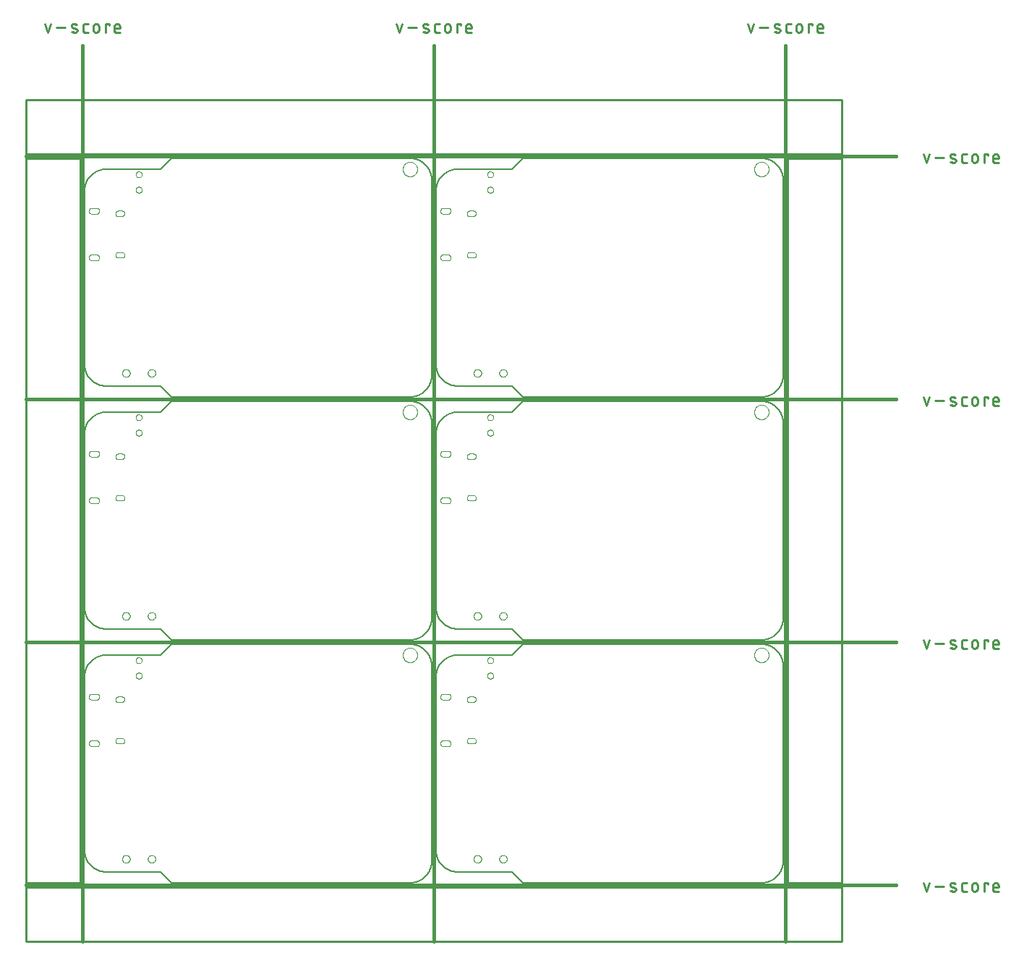
<source format=gko>
G75*
%MOIN*%
%OFA0B0*%
%FSLAX25Y25*%
%IPPOS*%
%LPD*%
%AMOC8*
5,1,8,0,0,1.08239X$1,22.5*
%
%ADD10C,0.00600*%
%ADD11C,0.00000*%
%ADD12C,0.01500*%
%ADD13C,0.01100*%
%ADD14C,0.01000*%
%ADD15C,0.00079*%
D10*
X0038750Y0033750D02*
X0063750Y0033750D01*
X0068750Y0028750D01*
X0178750Y0028750D01*
X0178992Y0028753D01*
X0179233Y0028762D01*
X0179474Y0028776D01*
X0179715Y0028797D01*
X0179955Y0028823D01*
X0180195Y0028855D01*
X0180434Y0028893D01*
X0180671Y0028936D01*
X0180908Y0028986D01*
X0181143Y0029041D01*
X0181377Y0029101D01*
X0181609Y0029168D01*
X0181840Y0029239D01*
X0182069Y0029317D01*
X0182296Y0029400D01*
X0182521Y0029488D01*
X0182744Y0029582D01*
X0182964Y0029681D01*
X0183182Y0029786D01*
X0183397Y0029895D01*
X0183610Y0030010D01*
X0183820Y0030130D01*
X0184026Y0030255D01*
X0184230Y0030385D01*
X0184431Y0030520D01*
X0184628Y0030660D01*
X0184822Y0030804D01*
X0185012Y0030953D01*
X0185198Y0031107D01*
X0185381Y0031265D01*
X0185560Y0031427D01*
X0185735Y0031594D01*
X0185906Y0031765D01*
X0186073Y0031940D01*
X0186235Y0032119D01*
X0186393Y0032302D01*
X0186547Y0032488D01*
X0186696Y0032678D01*
X0186840Y0032872D01*
X0186980Y0033069D01*
X0187115Y0033270D01*
X0187245Y0033474D01*
X0187370Y0033680D01*
X0187490Y0033890D01*
X0187605Y0034103D01*
X0187714Y0034318D01*
X0187819Y0034536D01*
X0187918Y0034756D01*
X0188012Y0034979D01*
X0188100Y0035204D01*
X0188183Y0035431D01*
X0188261Y0035660D01*
X0188332Y0035891D01*
X0188399Y0036123D01*
X0188459Y0036357D01*
X0188514Y0036592D01*
X0188564Y0036829D01*
X0188607Y0037066D01*
X0188645Y0037305D01*
X0188677Y0037545D01*
X0188703Y0037785D01*
X0188724Y0038026D01*
X0188738Y0038267D01*
X0188747Y0038508D01*
X0188750Y0038750D01*
X0188750Y0128750D01*
X0190750Y0123750D02*
X0190750Y0043750D01*
X0190753Y0043508D01*
X0190762Y0043267D01*
X0190776Y0043026D01*
X0190797Y0042785D01*
X0190823Y0042545D01*
X0190855Y0042305D01*
X0190893Y0042066D01*
X0190936Y0041829D01*
X0190986Y0041592D01*
X0191041Y0041357D01*
X0191101Y0041123D01*
X0191168Y0040891D01*
X0191239Y0040660D01*
X0191317Y0040431D01*
X0191400Y0040204D01*
X0191488Y0039979D01*
X0191582Y0039756D01*
X0191681Y0039536D01*
X0191786Y0039318D01*
X0191895Y0039103D01*
X0192010Y0038890D01*
X0192130Y0038680D01*
X0192255Y0038474D01*
X0192385Y0038270D01*
X0192520Y0038069D01*
X0192660Y0037872D01*
X0192804Y0037678D01*
X0192953Y0037488D01*
X0193107Y0037302D01*
X0193265Y0037119D01*
X0193427Y0036940D01*
X0193594Y0036765D01*
X0193765Y0036594D01*
X0193940Y0036427D01*
X0194119Y0036265D01*
X0194302Y0036107D01*
X0194488Y0035953D01*
X0194678Y0035804D01*
X0194872Y0035660D01*
X0195069Y0035520D01*
X0195270Y0035385D01*
X0195474Y0035255D01*
X0195680Y0035130D01*
X0195890Y0035010D01*
X0196103Y0034895D01*
X0196318Y0034786D01*
X0196536Y0034681D01*
X0196756Y0034582D01*
X0196979Y0034488D01*
X0197204Y0034400D01*
X0197431Y0034317D01*
X0197660Y0034239D01*
X0197891Y0034168D01*
X0198123Y0034101D01*
X0198357Y0034041D01*
X0198592Y0033986D01*
X0198829Y0033936D01*
X0199066Y0033893D01*
X0199305Y0033855D01*
X0199545Y0033823D01*
X0199785Y0033797D01*
X0200026Y0033776D01*
X0200267Y0033762D01*
X0200508Y0033753D01*
X0200750Y0033750D01*
X0225750Y0033750D01*
X0230750Y0028750D01*
X0340750Y0028750D01*
X0340992Y0028753D01*
X0341233Y0028762D01*
X0341474Y0028776D01*
X0341715Y0028797D01*
X0341955Y0028823D01*
X0342195Y0028855D01*
X0342434Y0028893D01*
X0342671Y0028936D01*
X0342908Y0028986D01*
X0343143Y0029041D01*
X0343377Y0029101D01*
X0343609Y0029168D01*
X0343840Y0029239D01*
X0344069Y0029317D01*
X0344296Y0029400D01*
X0344521Y0029488D01*
X0344744Y0029582D01*
X0344964Y0029681D01*
X0345182Y0029786D01*
X0345397Y0029895D01*
X0345610Y0030010D01*
X0345820Y0030130D01*
X0346026Y0030255D01*
X0346230Y0030385D01*
X0346431Y0030520D01*
X0346628Y0030660D01*
X0346822Y0030804D01*
X0347012Y0030953D01*
X0347198Y0031107D01*
X0347381Y0031265D01*
X0347560Y0031427D01*
X0347735Y0031594D01*
X0347906Y0031765D01*
X0348073Y0031940D01*
X0348235Y0032119D01*
X0348393Y0032302D01*
X0348547Y0032488D01*
X0348696Y0032678D01*
X0348840Y0032872D01*
X0348980Y0033069D01*
X0349115Y0033270D01*
X0349245Y0033474D01*
X0349370Y0033680D01*
X0349490Y0033890D01*
X0349605Y0034103D01*
X0349714Y0034318D01*
X0349819Y0034536D01*
X0349918Y0034756D01*
X0350012Y0034979D01*
X0350100Y0035204D01*
X0350183Y0035431D01*
X0350261Y0035660D01*
X0350332Y0035891D01*
X0350399Y0036123D01*
X0350459Y0036357D01*
X0350514Y0036592D01*
X0350564Y0036829D01*
X0350607Y0037066D01*
X0350645Y0037305D01*
X0350677Y0037545D01*
X0350703Y0037785D01*
X0350724Y0038026D01*
X0350738Y0038267D01*
X0350747Y0038508D01*
X0350750Y0038750D01*
X0350750Y0128750D01*
X0350747Y0128992D01*
X0350738Y0129233D01*
X0350724Y0129474D01*
X0350703Y0129715D01*
X0350677Y0129955D01*
X0350645Y0130195D01*
X0350607Y0130434D01*
X0350564Y0130671D01*
X0350514Y0130908D01*
X0350459Y0131143D01*
X0350399Y0131377D01*
X0350332Y0131609D01*
X0350261Y0131840D01*
X0350183Y0132069D01*
X0350100Y0132296D01*
X0350012Y0132521D01*
X0349918Y0132744D01*
X0349819Y0132964D01*
X0349714Y0133182D01*
X0349605Y0133397D01*
X0349490Y0133610D01*
X0349370Y0133820D01*
X0349245Y0134026D01*
X0349115Y0134230D01*
X0348980Y0134431D01*
X0348840Y0134628D01*
X0348696Y0134822D01*
X0348547Y0135012D01*
X0348393Y0135198D01*
X0348235Y0135381D01*
X0348073Y0135560D01*
X0347906Y0135735D01*
X0347735Y0135906D01*
X0347560Y0136073D01*
X0347381Y0136235D01*
X0347198Y0136393D01*
X0347012Y0136547D01*
X0346822Y0136696D01*
X0346628Y0136840D01*
X0346431Y0136980D01*
X0346230Y0137115D01*
X0346026Y0137245D01*
X0345820Y0137370D01*
X0345610Y0137490D01*
X0345397Y0137605D01*
X0345182Y0137714D01*
X0344964Y0137819D01*
X0344744Y0137918D01*
X0344521Y0138012D01*
X0344296Y0138100D01*
X0344069Y0138183D01*
X0343840Y0138261D01*
X0343609Y0138332D01*
X0343377Y0138399D01*
X0343143Y0138459D01*
X0342908Y0138514D01*
X0342671Y0138564D01*
X0342434Y0138607D01*
X0342195Y0138645D01*
X0341955Y0138677D01*
X0341715Y0138703D01*
X0341474Y0138724D01*
X0341233Y0138738D01*
X0340992Y0138747D01*
X0340750Y0138750D01*
X0230750Y0138750D01*
X0225750Y0133750D01*
X0200750Y0133750D01*
X0200750Y0145750D02*
X0225750Y0145750D01*
X0230750Y0140750D01*
X0340750Y0140750D01*
X0340992Y0140753D01*
X0341233Y0140762D01*
X0341474Y0140776D01*
X0341715Y0140797D01*
X0341955Y0140823D01*
X0342195Y0140855D01*
X0342434Y0140893D01*
X0342671Y0140936D01*
X0342908Y0140986D01*
X0343143Y0141041D01*
X0343377Y0141101D01*
X0343609Y0141168D01*
X0343840Y0141239D01*
X0344069Y0141317D01*
X0344296Y0141400D01*
X0344521Y0141488D01*
X0344744Y0141582D01*
X0344964Y0141681D01*
X0345182Y0141786D01*
X0345397Y0141895D01*
X0345610Y0142010D01*
X0345820Y0142130D01*
X0346026Y0142255D01*
X0346230Y0142385D01*
X0346431Y0142520D01*
X0346628Y0142660D01*
X0346822Y0142804D01*
X0347012Y0142953D01*
X0347198Y0143107D01*
X0347381Y0143265D01*
X0347560Y0143427D01*
X0347735Y0143594D01*
X0347906Y0143765D01*
X0348073Y0143940D01*
X0348235Y0144119D01*
X0348393Y0144302D01*
X0348547Y0144488D01*
X0348696Y0144678D01*
X0348840Y0144872D01*
X0348980Y0145069D01*
X0349115Y0145270D01*
X0349245Y0145474D01*
X0349370Y0145680D01*
X0349490Y0145890D01*
X0349605Y0146103D01*
X0349714Y0146318D01*
X0349819Y0146536D01*
X0349918Y0146756D01*
X0350012Y0146979D01*
X0350100Y0147204D01*
X0350183Y0147431D01*
X0350261Y0147660D01*
X0350332Y0147891D01*
X0350399Y0148123D01*
X0350459Y0148357D01*
X0350514Y0148592D01*
X0350564Y0148829D01*
X0350607Y0149066D01*
X0350645Y0149305D01*
X0350677Y0149545D01*
X0350703Y0149785D01*
X0350724Y0150026D01*
X0350738Y0150267D01*
X0350747Y0150508D01*
X0350750Y0150750D01*
X0350750Y0240750D01*
X0350747Y0240992D01*
X0350738Y0241233D01*
X0350724Y0241474D01*
X0350703Y0241715D01*
X0350677Y0241955D01*
X0350645Y0242195D01*
X0350607Y0242434D01*
X0350564Y0242671D01*
X0350514Y0242908D01*
X0350459Y0243143D01*
X0350399Y0243377D01*
X0350332Y0243609D01*
X0350261Y0243840D01*
X0350183Y0244069D01*
X0350100Y0244296D01*
X0350012Y0244521D01*
X0349918Y0244744D01*
X0349819Y0244964D01*
X0349714Y0245182D01*
X0349605Y0245397D01*
X0349490Y0245610D01*
X0349370Y0245820D01*
X0349245Y0246026D01*
X0349115Y0246230D01*
X0348980Y0246431D01*
X0348840Y0246628D01*
X0348696Y0246822D01*
X0348547Y0247012D01*
X0348393Y0247198D01*
X0348235Y0247381D01*
X0348073Y0247560D01*
X0347906Y0247735D01*
X0347735Y0247906D01*
X0347560Y0248073D01*
X0347381Y0248235D01*
X0347198Y0248393D01*
X0347012Y0248547D01*
X0346822Y0248696D01*
X0346628Y0248840D01*
X0346431Y0248980D01*
X0346230Y0249115D01*
X0346026Y0249245D01*
X0345820Y0249370D01*
X0345610Y0249490D01*
X0345397Y0249605D01*
X0345182Y0249714D01*
X0344964Y0249819D01*
X0344744Y0249918D01*
X0344521Y0250012D01*
X0344296Y0250100D01*
X0344069Y0250183D01*
X0343840Y0250261D01*
X0343609Y0250332D01*
X0343377Y0250399D01*
X0343143Y0250459D01*
X0342908Y0250514D01*
X0342671Y0250564D01*
X0342434Y0250607D01*
X0342195Y0250645D01*
X0341955Y0250677D01*
X0341715Y0250703D01*
X0341474Y0250724D01*
X0341233Y0250738D01*
X0340992Y0250747D01*
X0340750Y0250750D01*
X0230750Y0250750D01*
X0225750Y0245750D01*
X0200750Y0245750D01*
X0200508Y0245747D01*
X0200267Y0245738D01*
X0200026Y0245724D01*
X0199785Y0245703D01*
X0199545Y0245677D01*
X0199305Y0245645D01*
X0199066Y0245607D01*
X0198829Y0245564D01*
X0198592Y0245514D01*
X0198357Y0245459D01*
X0198123Y0245399D01*
X0197891Y0245332D01*
X0197660Y0245261D01*
X0197431Y0245183D01*
X0197204Y0245100D01*
X0196979Y0245012D01*
X0196756Y0244918D01*
X0196536Y0244819D01*
X0196318Y0244714D01*
X0196103Y0244605D01*
X0195890Y0244490D01*
X0195680Y0244370D01*
X0195474Y0244245D01*
X0195270Y0244115D01*
X0195069Y0243980D01*
X0194872Y0243840D01*
X0194678Y0243696D01*
X0194488Y0243547D01*
X0194302Y0243393D01*
X0194119Y0243235D01*
X0193940Y0243073D01*
X0193765Y0242906D01*
X0193594Y0242735D01*
X0193427Y0242560D01*
X0193265Y0242381D01*
X0193107Y0242198D01*
X0192953Y0242012D01*
X0192804Y0241822D01*
X0192660Y0241628D01*
X0192520Y0241431D01*
X0192385Y0241230D01*
X0192255Y0241026D01*
X0192130Y0240820D01*
X0192010Y0240610D01*
X0191895Y0240397D01*
X0191786Y0240182D01*
X0191681Y0239964D01*
X0191582Y0239744D01*
X0191488Y0239521D01*
X0191400Y0239296D01*
X0191317Y0239069D01*
X0191239Y0238840D01*
X0191168Y0238609D01*
X0191101Y0238377D01*
X0191041Y0238143D01*
X0190986Y0237908D01*
X0190936Y0237671D01*
X0190893Y0237434D01*
X0190855Y0237195D01*
X0190823Y0236955D01*
X0190797Y0236715D01*
X0190776Y0236474D01*
X0190762Y0236233D01*
X0190753Y0235992D01*
X0190750Y0235750D01*
X0190750Y0155750D01*
X0188750Y0150750D02*
X0188750Y0240750D01*
X0188747Y0240992D01*
X0188738Y0241233D01*
X0188724Y0241474D01*
X0188703Y0241715D01*
X0188677Y0241955D01*
X0188645Y0242195D01*
X0188607Y0242434D01*
X0188564Y0242671D01*
X0188514Y0242908D01*
X0188459Y0243143D01*
X0188399Y0243377D01*
X0188332Y0243609D01*
X0188261Y0243840D01*
X0188183Y0244069D01*
X0188100Y0244296D01*
X0188012Y0244521D01*
X0187918Y0244744D01*
X0187819Y0244964D01*
X0187714Y0245182D01*
X0187605Y0245397D01*
X0187490Y0245610D01*
X0187370Y0245820D01*
X0187245Y0246026D01*
X0187115Y0246230D01*
X0186980Y0246431D01*
X0186840Y0246628D01*
X0186696Y0246822D01*
X0186547Y0247012D01*
X0186393Y0247198D01*
X0186235Y0247381D01*
X0186073Y0247560D01*
X0185906Y0247735D01*
X0185735Y0247906D01*
X0185560Y0248073D01*
X0185381Y0248235D01*
X0185198Y0248393D01*
X0185012Y0248547D01*
X0184822Y0248696D01*
X0184628Y0248840D01*
X0184431Y0248980D01*
X0184230Y0249115D01*
X0184026Y0249245D01*
X0183820Y0249370D01*
X0183610Y0249490D01*
X0183397Y0249605D01*
X0183182Y0249714D01*
X0182964Y0249819D01*
X0182744Y0249918D01*
X0182521Y0250012D01*
X0182296Y0250100D01*
X0182069Y0250183D01*
X0181840Y0250261D01*
X0181609Y0250332D01*
X0181377Y0250399D01*
X0181143Y0250459D01*
X0180908Y0250514D01*
X0180671Y0250564D01*
X0180434Y0250607D01*
X0180195Y0250645D01*
X0179955Y0250677D01*
X0179715Y0250703D01*
X0179474Y0250724D01*
X0179233Y0250738D01*
X0178992Y0250747D01*
X0178750Y0250750D01*
X0068750Y0250750D01*
X0063750Y0245750D01*
X0038750Y0245750D01*
X0038508Y0245747D01*
X0038267Y0245738D01*
X0038026Y0245724D01*
X0037785Y0245703D01*
X0037545Y0245677D01*
X0037305Y0245645D01*
X0037066Y0245607D01*
X0036829Y0245564D01*
X0036592Y0245514D01*
X0036357Y0245459D01*
X0036123Y0245399D01*
X0035891Y0245332D01*
X0035660Y0245261D01*
X0035431Y0245183D01*
X0035204Y0245100D01*
X0034979Y0245012D01*
X0034756Y0244918D01*
X0034536Y0244819D01*
X0034318Y0244714D01*
X0034103Y0244605D01*
X0033890Y0244490D01*
X0033680Y0244370D01*
X0033474Y0244245D01*
X0033270Y0244115D01*
X0033069Y0243980D01*
X0032872Y0243840D01*
X0032678Y0243696D01*
X0032488Y0243547D01*
X0032302Y0243393D01*
X0032119Y0243235D01*
X0031940Y0243073D01*
X0031765Y0242906D01*
X0031594Y0242735D01*
X0031427Y0242560D01*
X0031265Y0242381D01*
X0031107Y0242198D01*
X0030953Y0242012D01*
X0030804Y0241822D01*
X0030660Y0241628D01*
X0030520Y0241431D01*
X0030385Y0241230D01*
X0030255Y0241026D01*
X0030130Y0240820D01*
X0030010Y0240610D01*
X0029895Y0240397D01*
X0029786Y0240182D01*
X0029681Y0239964D01*
X0029582Y0239744D01*
X0029488Y0239521D01*
X0029400Y0239296D01*
X0029317Y0239069D01*
X0029239Y0238840D01*
X0029168Y0238609D01*
X0029101Y0238377D01*
X0029041Y0238143D01*
X0028986Y0237908D01*
X0028936Y0237671D01*
X0028893Y0237434D01*
X0028855Y0237195D01*
X0028823Y0236955D01*
X0028797Y0236715D01*
X0028776Y0236474D01*
X0028762Y0236233D01*
X0028753Y0235992D01*
X0028750Y0235750D01*
X0028750Y0155750D01*
X0028753Y0155508D01*
X0028762Y0155267D01*
X0028776Y0155026D01*
X0028797Y0154785D01*
X0028823Y0154545D01*
X0028855Y0154305D01*
X0028893Y0154066D01*
X0028936Y0153829D01*
X0028986Y0153592D01*
X0029041Y0153357D01*
X0029101Y0153123D01*
X0029168Y0152891D01*
X0029239Y0152660D01*
X0029317Y0152431D01*
X0029400Y0152204D01*
X0029488Y0151979D01*
X0029582Y0151756D01*
X0029681Y0151536D01*
X0029786Y0151318D01*
X0029895Y0151103D01*
X0030010Y0150890D01*
X0030130Y0150680D01*
X0030255Y0150474D01*
X0030385Y0150270D01*
X0030520Y0150069D01*
X0030660Y0149872D01*
X0030804Y0149678D01*
X0030953Y0149488D01*
X0031107Y0149302D01*
X0031265Y0149119D01*
X0031427Y0148940D01*
X0031594Y0148765D01*
X0031765Y0148594D01*
X0031940Y0148427D01*
X0032119Y0148265D01*
X0032302Y0148107D01*
X0032488Y0147953D01*
X0032678Y0147804D01*
X0032872Y0147660D01*
X0033069Y0147520D01*
X0033270Y0147385D01*
X0033474Y0147255D01*
X0033680Y0147130D01*
X0033890Y0147010D01*
X0034103Y0146895D01*
X0034318Y0146786D01*
X0034536Y0146681D01*
X0034756Y0146582D01*
X0034979Y0146488D01*
X0035204Y0146400D01*
X0035431Y0146317D01*
X0035660Y0146239D01*
X0035891Y0146168D01*
X0036123Y0146101D01*
X0036357Y0146041D01*
X0036592Y0145986D01*
X0036829Y0145936D01*
X0037066Y0145893D01*
X0037305Y0145855D01*
X0037545Y0145823D01*
X0037785Y0145797D01*
X0038026Y0145776D01*
X0038267Y0145762D01*
X0038508Y0145753D01*
X0038750Y0145750D01*
X0063750Y0145750D01*
X0068750Y0140750D01*
X0178750Y0140750D01*
X0178750Y0138750D02*
X0068750Y0138750D01*
X0063750Y0133750D01*
X0038750Y0133750D01*
X0038508Y0133747D01*
X0038267Y0133738D01*
X0038026Y0133724D01*
X0037785Y0133703D01*
X0037545Y0133677D01*
X0037305Y0133645D01*
X0037066Y0133607D01*
X0036829Y0133564D01*
X0036592Y0133514D01*
X0036357Y0133459D01*
X0036123Y0133399D01*
X0035891Y0133332D01*
X0035660Y0133261D01*
X0035431Y0133183D01*
X0035204Y0133100D01*
X0034979Y0133012D01*
X0034756Y0132918D01*
X0034536Y0132819D01*
X0034318Y0132714D01*
X0034103Y0132605D01*
X0033890Y0132490D01*
X0033680Y0132370D01*
X0033474Y0132245D01*
X0033270Y0132115D01*
X0033069Y0131980D01*
X0032872Y0131840D01*
X0032678Y0131696D01*
X0032488Y0131547D01*
X0032302Y0131393D01*
X0032119Y0131235D01*
X0031940Y0131073D01*
X0031765Y0130906D01*
X0031594Y0130735D01*
X0031427Y0130560D01*
X0031265Y0130381D01*
X0031107Y0130198D01*
X0030953Y0130012D01*
X0030804Y0129822D01*
X0030660Y0129628D01*
X0030520Y0129431D01*
X0030385Y0129230D01*
X0030255Y0129026D01*
X0030130Y0128820D01*
X0030010Y0128610D01*
X0029895Y0128397D01*
X0029786Y0128182D01*
X0029681Y0127964D01*
X0029582Y0127744D01*
X0029488Y0127521D01*
X0029400Y0127296D01*
X0029317Y0127069D01*
X0029239Y0126840D01*
X0029168Y0126609D01*
X0029101Y0126377D01*
X0029041Y0126143D01*
X0028986Y0125908D01*
X0028936Y0125671D01*
X0028893Y0125434D01*
X0028855Y0125195D01*
X0028823Y0124955D01*
X0028797Y0124715D01*
X0028776Y0124474D01*
X0028762Y0124233D01*
X0028753Y0123992D01*
X0028750Y0123750D01*
X0028750Y0043750D01*
X0028753Y0043508D01*
X0028762Y0043267D01*
X0028776Y0043026D01*
X0028797Y0042785D01*
X0028823Y0042545D01*
X0028855Y0042305D01*
X0028893Y0042066D01*
X0028936Y0041829D01*
X0028986Y0041592D01*
X0029041Y0041357D01*
X0029101Y0041123D01*
X0029168Y0040891D01*
X0029239Y0040660D01*
X0029317Y0040431D01*
X0029400Y0040204D01*
X0029488Y0039979D01*
X0029582Y0039756D01*
X0029681Y0039536D01*
X0029786Y0039318D01*
X0029895Y0039103D01*
X0030010Y0038890D01*
X0030130Y0038680D01*
X0030255Y0038474D01*
X0030385Y0038270D01*
X0030520Y0038069D01*
X0030660Y0037872D01*
X0030804Y0037678D01*
X0030953Y0037488D01*
X0031107Y0037302D01*
X0031265Y0037119D01*
X0031427Y0036940D01*
X0031594Y0036765D01*
X0031765Y0036594D01*
X0031940Y0036427D01*
X0032119Y0036265D01*
X0032302Y0036107D01*
X0032488Y0035953D01*
X0032678Y0035804D01*
X0032872Y0035660D01*
X0033069Y0035520D01*
X0033270Y0035385D01*
X0033474Y0035255D01*
X0033680Y0035130D01*
X0033890Y0035010D01*
X0034103Y0034895D01*
X0034318Y0034786D01*
X0034536Y0034681D01*
X0034756Y0034582D01*
X0034979Y0034488D01*
X0035204Y0034400D01*
X0035431Y0034317D01*
X0035660Y0034239D01*
X0035891Y0034168D01*
X0036123Y0034101D01*
X0036357Y0034041D01*
X0036592Y0033986D01*
X0036829Y0033936D01*
X0037066Y0033893D01*
X0037305Y0033855D01*
X0037545Y0033823D01*
X0037785Y0033797D01*
X0038026Y0033776D01*
X0038267Y0033762D01*
X0038508Y0033753D01*
X0038750Y0033750D01*
X0178750Y0138750D02*
X0178992Y0138747D01*
X0179233Y0138738D01*
X0179474Y0138724D01*
X0179715Y0138703D01*
X0179955Y0138677D01*
X0180195Y0138645D01*
X0180434Y0138607D01*
X0180671Y0138564D01*
X0180908Y0138514D01*
X0181143Y0138459D01*
X0181377Y0138399D01*
X0181609Y0138332D01*
X0181840Y0138261D01*
X0182069Y0138183D01*
X0182296Y0138100D01*
X0182521Y0138012D01*
X0182744Y0137918D01*
X0182964Y0137819D01*
X0183182Y0137714D01*
X0183397Y0137605D01*
X0183610Y0137490D01*
X0183820Y0137370D01*
X0184026Y0137245D01*
X0184230Y0137115D01*
X0184431Y0136980D01*
X0184628Y0136840D01*
X0184822Y0136696D01*
X0185012Y0136547D01*
X0185198Y0136393D01*
X0185381Y0136235D01*
X0185560Y0136073D01*
X0185735Y0135906D01*
X0185906Y0135735D01*
X0186073Y0135560D01*
X0186235Y0135381D01*
X0186393Y0135198D01*
X0186547Y0135012D01*
X0186696Y0134822D01*
X0186840Y0134628D01*
X0186980Y0134431D01*
X0187115Y0134230D01*
X0187245Y0134026D01*
X0187370Y0133820D01*
X0187490Y0133610D01*
X0187605Y0133397D01*
X0187714Y0133182D01*
X0187819Y0132964D01*
X0187918Y0132744D01*
X0188012Y0132521D01*
X0188100Y0132296D01*
X0188183Y0132069D01*
X0188261Y0131840D01*
X0188332Y0131609D01*
X0188399Y0131377D01*
X0188459Y0131143D01*
X0188514Y0130908D01*
X0188564Y0130671D01*
X0188607Y0130434D01*
X0188645Y0130195D01*
X0188677Y0129955D01*
X0188703Y0129715D01*
X0188724Y0129474D01*
X0188738Y0129233D01*
X0188747Y0128992D01*
X0188750Y0128750D01*
X0190750Y0123750D02*
X0190753Y0123992D01*
X0190762Y0124233D01*
X0190776Y0124474D01*
X0190797Y0124715D01*
X0190823Y0124955D01*
X0190855Y0125195D01*
X0190893Y0125434D01*
X0190936Y0125671D01*
X0190986Y0125908D01*
X0191041Y0126143D01*
X0191101Y0126377D01*
X0191168Y0126609D01*
X0191239Y0126840D01*
X0191317Y0127069D01*
X0191400Y0127296D01*
X0191488Y0127521D01*
X0191582Y0127744D01*
X0191681Y0127964D01*
X0191786Y0128182D01*
X0191895Y0128397D01*
X0192010Y0128610D01*
X0192130Y0128820D01*
X0192255Y0129026D01*
X0192385Y0129230D01*
X0192520Y0129431D01*
X0192660Y0129628D01*
X0192804Y0129822D01*
X0192953Y0130012D01*
X0193107Y0130198D01*
X0193265Y0130381D01*
X0193427Y0130560D01*
X0193594Y0130735D01*
X0193765Y0130906D01*
X0193940Y0131073D01*
X0194119Y0131235D01*
X0194302Y0131393D01*
X0194488Y0131547D01*
X0194678Y0131696D01*
X0194872Y0131840D01*
X0195069Y0131980D01*
X0195270Y0132115D01*
X0195474Y0132245D01*
X0195680Y0132370D01*
X0195890Y0132490D01*
X0196103Y0132605D01*
X0196318Y0132714D01*
X0196536Y0132819D01*
X0196756Y0132918D01*
X0196979Y0133012D01*
X0197204Y0133100D01*
X0197431Y0133183D01*
X0197660Y0133261D01*
X0197891Y0133332D01*
X0198123Y0133399D01*
X0198357Y0133459D01*
X0198592Y0133514D01*
X0198829Y0133564D01*
X0199066Y0133607D01*
X0199305Y0133645D01*
X0199545Y0133677D01*
X0199785Y0133703D01*
X0200026Y0133724D01*
X0200267Y0133738D01*
X0200508Y0133747D01*
X0200750Y0133750D01*
X0200750Y0145750D02*
X0200508Y0145753D01*
X0200267Y0145762D01*
X0200026Y0145776D01*
X0199785Y0145797D01*
X0199545Y0145823D01*
X0199305Y0145855D01*
X0199066Y0145893D01*
X0198829Y0145936D01*
X0198592Y0145986D01*
X0198357Y0146041D01*
X0198123Y0146101D01*
X0197891Y0146168D01*
X0197660Y0146239D01*
X0197431Y0146317D01*
X0197204Y0146400D01*
X0196979Y0146488D01*
X0196756Y0146582D01*
X0196536Y0146681D01*
X0196318Y0146786D01*
X0196103Y0146895D01*
X0195890Y0147010D01*
X0195680Y0147130D01*
X0195474Y0147255D01*
X0195270Y0147385D01*
X0195069Y0147520D01*
X0194872Y0147660D01*
X0194678Y0147804D01*
X0194488Y0147953D01*
X0194302Y0148107D01*
X0194119Y0148265D01*
X0193940Y0148427D01*
X0193765Y0148594D01*
X0193594Y0148765D01*
X0193427Y0148940D01*
X0193265Y0149119D01*
X0193107Y0149302D01*
X0192953Y0149488D01*
X0192804Y0149678D01*
X0192660Y0149872D01*
X0192520Y0150069D01*
X0192385Y0150270D01*
X0192255Y0150474D01*
X0192130Y0150680D01*
X0192010Y0150890D01*
X0191895Y0151103D01*
X0191786Y0151318D01*
X0191681Y0151536D01*
X0191582Y0151756D01*
X0191488Y0151979D01*
X0191400Y0152204D01*
X0191317Y0152431D01*
X0191239Y0152660D01*
X0191168Y0152891D01*
X0191101Y0153123D01*
X0191041Y0153357D01*
X0190986Y0153592D01*
X0190936Y0153829D01*
X0190893Y0154066D01*
X0190855Y0154305D01*
X0190823Y0154545D01*
X0190797Y0154785D01*
X0190776Y0155026D01*
X0190762Y0155267D01*
X0190753Y0155508D01*
X0190750Y0155750D01*
X0188750Y0150750D02*
X0188747Y0150508D01*
X0188738Y0150267D01*
X0188724Y0150026D01*
X0188703Y0149785D01*
X0188677Y0149545D01*
X0188645Y0149305D01*
X0188607Y0149066D01*
X0188564Y0148829D01*
X0188514Y0148592D01*
X0188459Y0148357D01*
X0188399Y0148123D01*
X0188332Y0147891D01*
X0188261Y0147660D01*
X0188183Y0147431D01*
X0188100Y0147204D01*
X0188012Y0146979D01*
X0187918Y0146756D01*
X0187819Y0146536D01*
X0187714Y0146318D01*
X0187605Y0146103D01*
X0187490Y0145890D01*
X0187370Y0145680D01*
X0187245Y0145474D01*
X0187115Y0145270D01*
X0186980Y0145069D01*
X0186840Y0144872D01*
X0186696Y0144678D01*
X0186547Y0144488D01*
X0186393Y0144302D01*
X0186235Y0144119D01*
X0186073Y0143940D01*
X0185906Y0143765D01*
X0185735Y0143594D01*
X0185560Y0143427D01*
X0185381Y0143265D01*
X0185198Y0143107D01*
X0185012Y0142953D01*
X0184822Y0142804D01*
X0184628Y0142660D01*
X0184431Y0142520D01*
X0184230Y0142385D01*
X0184026Y0142255D01*
X0183820Y0142130D01*
X0183610Y0142010D01*
X0183397Y0141895D01*
X0183182Y0141786D01*
X0182964Y0141681D01*
X0182744Y0141582D01*
X0182521Y0141488D01*
X0182296Y0141400D01*
X0182069Y0141317D01*
X0181840Y0141239D01*
X0181609Y0141168D01*
X0181377Y0141101D01*
X0181143Y0141041D01*
X0180908Y0140986D01*
X0180671Y0140936D01*
X0180434Y0140893D01*
X0180195Y0140855D01*
X0179955Y0140823D01*
X0179715Y0140797D01*
X0179474Y0140776D01*
X0179233Y0140762D01*
X0178992Y0140753D01*
X0178750Y0140750D01*
X0178750Y0252750D02*
X0068750Y0252750D01*
X0063750Y0257750D01*
X0038750Y0257750D01*
X0038508Y0257753D01*
X0038267Y0257762D01*
X0038026Y0257776D01*
X0037785Y0257797D01*
X0037545Y0257823D01*
X0037305Y0257855D01*
X0037066Y0257893D01*
X0036829Y0257936D01*
X0036592Y0257986D01*
X0036357Y0258041D01*
X0036123Y0258101D01*
X0035891Y0258168D01*
X0035660Y0258239D01*
X0035431Y0258317D01*
X0035204Y0258400D01*
X0034979Y0258488D01*
X0034756Y0258582D01*
X0034536Y0258681D01*
X0034318Y0258786D01*
X0034103Y0258895D01*
X0033890Y0259010D01*
X0033680Y0259130D01*
X0033474Y0259255D01*
X0033270Y0259385D01*
X0033069Y0259520D01*
X0032872Y0259660D01*
X0032678Y0259804D01*
X0032488Y0259953D01*
X0032302Y0260107D01*
X0032119Y0260265D01*
X0031940Y0260427D01*
X0031765Y0260594D01*
X0031594Y0260765D01*
X0031427Y0260940D01*
X0031265Y0261119D01*
X0031107Y0261302D01*
X0030953Y0261488D01*
X0030804Y0261678D01*
X0030660Y0261872D01*
X0030520Y0262069D01*
X0030385Y0262270D01*
X0030255Y0262474D01*
X0030130Y0262680D01*
X0030010Y0262890D01*
X0029895Y0263103D01*
X0029786Y0263318D01*
X0029681Y0263536D01*
X0029582Y0263756D01*
X0029488Y0263979D01*
X0029400Y0264204D01*
X0029317Y0264431D01*
X0029239Y0264660D01*
X0029168Y0264891D01*
X0029101Y0265123D01*
X0029041Y0265357D01*
X0028986Y0265592D01*
X0028936Y0265829D01*
X0028893Y0266066D01*
X0028855Y0266305D01*
X0028823Y0266545D01*
X0028797Y0266785D01*
X0028776Y0267026D01*
X0028762Y0267267D01*
X0028753Y0267508D01*
X0028750Y0267750D01*
X0028750Y0347750D01*
X0028753Y0347992D01*
X0028762Y0348233D01*
X0028776Y0348474D01*
X0028797Y0348715D01*
X0028823Y0348955D01*
X0028855Y0349195D01*
X0028893Y0349434D01*
X0028936Y0349671D01*
X0028986Y0349908D01*
X0029041Y0350143D01*
X0029101Y0350377D01*
X0029168Y0350609D01*
X0029239Y0350840D01*
X0029317Y0351069D01*
X0029400Y0351296D01*
X0029488Y0351521D01*
X0029582Y0351744D01*
X0029681Y0351964D01*
X0029786Y0352182D01*
X0029895Y0352397D01*
X0030010Y0352610D01*
X0030130Y0352820D01*
X0030255Y0353026D01*
X0030385Y0353230D01*
X0030520Y0353431D01*
X0030660Y0353628D01*
X0030804Y0353822D01*
X0030953Y0354012D01*
X0031107Y0354198D01*
X0031265Y0354381D01*
X0031427Y0354560D01*
X0031594Y0354735D01*
X0031765Y0354906D01*
X0031940Y0355073D01*
X0032119Y0355235D01*
X0032302Y0355393D01*
X0032488Y0355547D01*
X0032678Y0355696D01*
X0032872Y0355840D01*
X0033069Y0355980D01*
X0033270Y0356115D01*
X0033474Y0356245D01*
X0033680Y0356370D01*
X0033890Y0356490D01*
X0034103Y0356605D01*
X0034318Y0356714D01*
X0034536Y0356819D01*
X0034756Y0356918D01*
X0034979Y0357012D01*
X0035204Y0357100D01*
X0035431Y0357183D01*
X0035660Y0357261D01*
X0035891Y0357332D01*
X0036123Y0357399D01*
X0036357Y0357459D01*
X0036592Y0357514D01*
X0036829Y0357564D01*
X0037066Y0357607D01*
X0037305Y0357645D01*
X0037545Y0357677D01*
X0037785Y0357703D01*
X0038026Y0357724D01*
X0038267Y0357738D01*
X0038508Y0357747D01*
X0038750Y0357750D01*
X0063750Y0357750D01*
X0068750Y0362750D01*
X0178750Y0362750D01*
X0178992Y0362747D01*
X0179233Y0362738D01*
X0179474Y0362724D01*
X0179715Y0362703D01*
X0179955Y0362677D01*
X0180195Y0362645D01*
X0180434Y0362607D01*
X0180671Y0362564D01*
X0180908Y0362514D01*
X0181143Y0362459D01*
X0181377Y0362399D01*
X0181609Y0362332D01*
X0181840Y0362261D01*
X0182069Y0362183D01*
X0182296Y0362100D01*
X0182521Y0362012D01*
X0182744Y0361918D01*
X0182964Y0361819D01*
X0183182Y0361714D01*
X0183397Y0361605D01*
X0183610Y0361490D01*
X0183820Y0361370D01*
X0184026Y0361245D01*
X0184230Y0361115D01*
X0184431Y0360980D01*
X0184628Y0360840D01*
X0184822Y0360696D01*
X0185012Y0360547D01*
X0185198Y0360393D01*
X0185381Y0360235D01*
X0185560Y0360073D01*
X0185735Y0359906D01*
X0185906Y0359735D01*
X0186073Y0359560D01*
X0186235Y0359381D01*
X0186393Y0359198D01*
X0186547Y0359012D01*
X0186696Y0358822D01*
X0186840Y0358628D01*
X0186980Y0358431D01*
X0187115Y0358230D01*
X0187245Y0358026D01*
X0187370Y0357820D01*
X0187490Y0357610D01*
X0187605Y0357397D01*
X0187714Y0357182D01*
X0187819Y0356964D01*
X0187918Y0356744D01*
X0188012Y0356521D01*
X0188100Y0356296D01*
X0188183Y0356069D01*
X0188261Y0355840D01*
X0188332Y0355609D01*
X0188399Y0355377D01*
X0188459Y0355143D01*
X0188514Y0354908D01*
X0188564Y0354671D01*
X0188607Y0354434D01*
X0188645Y0354195D01*
X0188677Y0353955D01*
X0188703Y0353715D01*
X0188724Y0353474D01*
X0188738Y0353233D01*
X0188747Y0352992D01*
X0188750Y0352750D01*
X0188750Y0262750D01*
X0190750Y0267750D02*
X0190750Y0347750D01*
X0190753Y0347992D01*
X0190762Y0348233D01*
X0190776Y0348474D01*
X0190797Y0348715D01*
X0190823Y0348955D01*
X0190855Y0349195D01*
X0190893Y0349434D01*
X0190936Y0349671D01*
X0190986Y0349908D01*
X0191041Y0350143D01*
X0191101Y0350377D01*
X0191168Y0350609D01*
X0191239Y0350840D01*
X0191317Y0351069D01*
X0191400Y0351296D01*
X0191488Y0351521D01*
X0191582Y0351744D01*
X0191681Y0351964D01*
X0191786Y0352182D01*
X0191895Y0352397D01*
X0192010Y0352610D01*
X0192130Y0352820D01*
X0192255Y0353026D01*
X0192385Y0353230D01*
X0192520Y0353431D01*
X0192660Y0353628D01*
X0192804Y0353822D01*
X0192953Y0354012D01*
X0193107Y0354198D01*
X0193265Y0354381D01*
X0193427Y0354560D01*
X0193594Y0354735D01*
X0193765Y0354906D01*
X0193940Y0355073D01*
X0194119Y0355235D01*
X0194302Y0355393D01*
X0194488Y0355547D01*
X0194678Y0355696D01*
X0194872Y0355840D01*
X0195069Y0355980D01*
X0195270Y0356115D01*
X0195474Y0356245D01*
X0195680Y0356370D01*
X0195890Y0356490D01*
X0196103Y0356605D01*
X0196318Y0356714D01*
X0196536Y0356819D01*
X0196756Y0356918D01*
X0196979Y0357012D01*
X0197204Y0357100D01*
X0197431Y0357183D01*
X0197660Y0357261D01*
X0197891Y0357332D01*
X0198123Y0357399D01*
X0198357Y0357459D01*
X0198592Y0357514D01*
X0198829Y0357564D01*
X0199066Y0357607D01*
X0199305Y0357645D01*
X0199545Y0357677D01*
X0199785Y0357703D01*
X0200026Y0357724D01*
X0200267Y0357738D01*
X0200508Y0357747D01*
X0200750Y0357750D01*
X0225750Y0357750D01*
X0230750Y0362750D01*
X0340750Y0362750D01*
X0340992Y0362747D01*
X0341233Y0362738D01*
X0341474Y0362724D01*
X0341715Y0362703D01*
X0341955Y0362677D01*
X0342195Y0362645D01*
X0342434Y0362607D01*
X0342671Y0362564D01*
X0342908Y0362514D01*
X0343143Y0362459D01*
X0343377Y0362399D01*
X0343609Y0362332D01*
X0343840Y0362261D01*
X0344069Y0362183D01*
X0344296Y0362100D01*
X0344521Y0362012D01*
X0344744Y0361918D01*
X0344964Y0361819D01*
X0345182Y0361714D01*
X0345397Y0361605D01*
X0345610Y0361490D01*
X0345820Y0361370D01*
X0346026Y0361245D01*
X0346230Y0361115D01*
X0346431Y0360980D01*
X0346628Y0360840D01*
X0346822Y0360696D01*
X0347012Y0360547D01*
X0347198Y0360393D01*
X0347381Y0360235D01*
X0347560Y0360073D01*
X0347735Y0359906D01*
X0347906Y0359735D01*
X0348073Y0359560D01*
X0348235Y0359381D01*
X0348393Y0359198D01*
X0348547Y0359012D01*
X0348696Y0358822D01*
X0348840Y0358628D01*
X0348980Y0358431D01*
X0349115Y0358230D01*
X0349245Y0358026D01*
X0349370Y0357820D01*
X0349490Y0357610D01*
X0349605Y0357397D01*
X0349714Y0357182D01*
X0349819Y0356964D01*
X0349918Y0356744D01*
X0350012Y0356521D01*
X0350100Y0356296D01*
X0350183Y0356069D01*
X0350261Y0355840D01*
X0350332Y0355609D01*
X0350399Y0355377D01*
X0350459Y0355143D01*
X0350514Y0354908D01*
X0350564Y0354671D01*
X0350607Y0354434D01*
X0350645Y0354195D01*
X0350677Y0353955D01*
X0350703Y0353715D01*
X0350724Y0353474D01*
X0350738Y0353233D01*
X0350747Y0352992D01*
X0350750Y0352750D01*
X0350750Y0262750D01*
X0350747Y0262508D01*
X0350738Y0262267D01*
X0350724Y0262026D01*
X0350703Y0261785D01*
X0350677Y0261545D01*
X0350645Y0261305D01*
X0350607Y0261066D01*
X0350564Y0260829D01*
X0350514Y0260592D01*
X0350459Y0260357D01*
X0350399Y0260123D01*
X0350332Y0259891D01*
X0350261Y0259660D01*
X0350183Y0259431D01*
X0350100Y0259204D01*
X0350012Y0258979D01*
X0349918Y0258756D01*
X0349819Y0258536D01*
X0349714Y0258318D01*
X0349605Y0258103D01*
X0349490Y0257890D01*
X0349370Y0257680D01*
X0349245Y0257474D01*
X0349115Y0257270D01*
X0348980Y0257069D01*
X0348840Y0256872D01*
X0348696Y0256678D01*
X0348547Y0256488D01*
X0348393Y0256302D01*
X0348235Y0256119D01*
X0348073Y0255940D01*
X0347906Y0255765D01*
X0347735Y0255594D01*
X0347560Y0255427D01*
X0347381Y0255265D01*
X0347198Y0255107D01*
X0347012Y0254953D01*
X0346822Y0254804D01*
X0346628Y0254660D01*
X0346431Y0254520D01*
X0346230Y0254385D01*
X0346026Y0254255D01*
X0345820Y0254130D01*
X0345610Y0254010D01*
X0345397Y0253895D01*
X0345182Y0253786D01*
X0344964Y0253681D01*
X0344744Y0253582D01*
X0344521Y0253488D01*
X0344296Y0253400D01*
X0344069Y0253317D01*
X0343840Y0253239D01*
X0343609Y0253168D01*
X0343377Y0253101D01*
X0343143Y0253041D01*
X0342908Y0252986D01*
X0342671Y0252936D01*
X0342434Y0252893D01*
X0342195Y0252855D01*
X0341955Y0252823D01*
X0341715Y0252797D01*
X0341474Y0252776D01*
X0341233Y0252762D01*
X0340992Y0252753D01*
X0340750Y0252750D01*
X0230750Y0252750D01*
X0225750Y0257750D01*
X0200750Y0257750D01*
X0200508Y0257753D01*
X0200267Y0257762D01*
X0200026Y0257776D01*
X0199785Y0257797D01*
X0199545Y0257823D01*
X0199305Y0257855D01*
X0199066Y0257893D01*
X0198829Y0257936D01*
X0198592Y0257986D01*
X0198357Y0258041D01*
X0198123Y0258101D01*
X0197891Y0258168D01*
X0197660Y0258239D01*
X0197431Y0258317D01*
X0197204Y0258400D01*
X0196979Y0258488D01*
X0196756Y0258582D01*
X0196536Y0258681D01*
X0196318Y0258786D01*
X0196103Y0258895D01*
X0195890Y0259010D01*
X0195680Y0259130D01*
X0195474Y0259255D01*
X0195270Y0259385D01*
X0195069Y0259520D01*
X0194872Y0259660D01*
X0194678Y0259804D01*
X0194488Y0259953D01*
X0194302Y0260107D01*
X0194119Y0260265D01*
X0193940Y0260427D01*
X0193765Y0260594D01*
X0193594Y0260765D01*
X0193427Y0260940D01*
X0193265Y0261119D01*
X0193107Y0261302D01*
X0192953Y0261488D01*
X0192804Y0261678D01*
X0192660Y0261872D01*
X0192520Y0262069D01*
X0192385Y0262270D01*
X0192255Y0262474D01*
X0192130Y0262680D01*
X0192010Y0262890D01*
X0191895Y0263103D01*
X0191786Y0263318D01*
X0191681Y0263536D01*
X0191582Y0263756D01*
X0191488Y0263979D01*
X0191400Y0264204D01*
X0191317Y0264431D01*
X0191239Y0264660D01*
X0191168Y0264891D01*
X0191101Y0265123D01*
X0191041Y0265357D01*
X0190986Y0265592D01*
X0190936Y0265829D01*
X0190893Y0266066D01*
X0190855Y0266305D01*
X0190823Y0266545D01*
X0190797Y0266785D01*
X0190776Y0267026D01*
X0190762Y0267267D01*
X0190753Y0267508D01*
X0190750Y0267750D01*
X0188750Y0262750D02*
X0188747Y0262508D01*
X0188738Y0262267D01*
X0188724Y0262026D01*
X0188703Y0261785D01*
X0188677Y0261545D01*
X0188645Y0261305D01*
X0188607Y0261066D01*
X0188564Y0260829D01*
X0188514Y0260592D01*
X0188459Y0260357D01*
X0188399Y0260123D01*
X0188332Y0259891D01*
X0188261Y0259660D01*
X0188183Y0259431D01*
X0188100Y0259204D01*
X0188012Y0258979D01*
X0187918Y0258756D01*
X0187819Y0258536D01*
X0187714Y0258318D01*
X0187605Y0258103D01*
X0187490Y0257890D01*
X0187370Y0257680D01*
X0187245Y0257474D01*
X0187115Y0257270D01*
X0186980Y0257069D01*
X0186840Y0256872D01*
X0186696Y0256678D01*
X0186547Y0256488D01*
X0186393Y0256302D01*
X0186235Y0256119D01*
X0186073Y0255940D01*
X0185906Y0255765D01*
X0185735Y0255594D01*
X0185560Y0255427D01*
X0185381Y0255265D01*
X0185198Y0255107D01*
X0185012Y0254953D01*
X0184822Y0254804D01*
X0184628Y0254660D01*
X0184431Y0254520D01*
X0184230Y0254385D01*
X0184026Y0254255D01*
X0183820Y0254130D01*
X0183610Y0254010D01*
X0183397Y0253895D01*
X0183182Y0253786D01*
X0182964Y0253681D01*
X0182744Y0253582D01*
X0182521Y0253488D01*
X0182296Y0253400D01*
X0182069Y0253317D01*
X0181840Y0253239D01*
X0181609Y0253168D01*
X0181377Y0253101D01*
X0181143Y0253041D01*
X0180908Y0252986D01*
X0180671Y0252936D01*
X0180434Y0252893D01*
X0180195Y0252855D01*
X0179955Y0252823D01*
X0179715Y0252797D01*
X0179474Y0252776D01*
X0179233Y0252762D01*
X0178992Y0252753D01*
X0178750Y0252750D01*
D11*
X0175404Y0245750D02*
X0175406Y0245865D01*
X0175412Y0245981D01*
X0175422Y0246096D01*
X0175436Y0246211D01*
X0175454Y0246325D01*
X0175476Y0246438D01*
X0175501Y0246551D01*
X0175531Y0246662D01*
X0175564Y0246773D01*
X0175601Y0246882D01*
X0175642Y0246990D01*
X0175687Y0247097D01*
X0175735Y0247202D01*
X0175787Y0247305D01*
X0175843Y0247406D01*
X0175902Y0247506D01*
X0175964Y0247603D01*
X0176030Y0247698D01*
X0176098Y0247791D01*
X0176170Y0247881D01*
X0176245Y0247969D01*
X0176324Y0248054D01*
X0176405Y0248136D01*
X0176488Y0248216D01*
X0176575Y0248292D01*
X0176664Y0248366D01*
X0176755Y0248436D01*
X0176849Y0248504D01*
X0176945Y0248568D01*
X0177044Y0248628D01*
X0177144Y0248685D01*
X0177246Y0248739D01*
X0177350Y0248789D01*
X0177456Y0248836D01*
X0177563Y0248879D01*
X0177672Y0248918D01*
X0177782Y0248953D01*
X0177893Y0248984D01*
X0178005Y0249012D01*
X0178118Y0249036D01*
X0178232Y0249056D01*
X0178347Y0249072D01*
X0178462Y0249084D01*
X0178577Y0249092D01*
X0178692Y0249096D01*
X0178808Y0249096D01*
X0178923Y0249092D01*
X0179038Y0249084D01*
X0179153Y0249072D01*
X0179268Y0249056D01*
X0179382Y0249036D01*
X0179495Y0249012D01*
X0179607Y0248984D01*
X0179718Y0248953D01*
X0179828Y0248918D01*
X0179937Y0248879D01*
X0180044Y0248836D01*
X0180150Y0248789D01*
X0180254Y0248739D01*
X0180356Y0248685D01*
X0180456Y0248628D01*
X0180555Y0248568D01*
X0180651Y0248504D01*
X0180745Y0248436D01*
X0180836Y0248366D01*
X0180925Y0248292D01*
X0181012Y0248216D01*
X0181095Y0248136D01*
X0181176Y0248054D01*
X0181255Y0247969D01*
X0181330Y0247881D01*
X0181402Y0247791D01*
X0181470Y0247698D01*
X0181536Y0247603D01*
X0181598Y0247506D01*
X0181657Y0247406D01*
X0181713Y0247305D01*
X0181765Y0247202D01*
X0181813Y0247097D01*
X0181858Y0246990D01*
X0181899Y0246882D01*
X0181936Y0246773D01*
X0181969Y0246662D01*
X0181999Y0246551D01*
X0182024Y0246438D01*
X0182046Y0246325D01*
X0182064Y0246211D01*
X0182078Y0246096D01*
X0182088Y0245981D01*
X0182094Y0245865D01*
X0182096Y0245750D01*
X0182094Y0245635D01*
X0182088Y0245519D01*
X0182078Y0245404D01*
X0182064Y0245289D01*
X0182046Y0245175D01*
X0182024Y0245062D01*
X0181999Y0244949D01*
X0181969Y0244838D01*
X0181936Y0244727D01*
X0181899Y0244618D01*
X0181858Y0244510D01*
X0181813Y0244403D01*
X0181765Y0244298D01*
X0181713Y0244195D01*
X0181657Y0244094D01*
X0181598Y0243994D01*
X0181536Y0243897D01*
X0181470Y0243802D01*
X0181402Y0243709D01*
X0181330Y0243619D01*
X0181255Y0243531D01*
X0181176Y0243446D01*
X0181095Y0243364D01*
X0181012Y0243284D01*
X0180925Y0243208D01*
X0180836Y0243134D01*
X0180745Y0243064D01*
X0180651Y0242996D01*
X0180555Y0242932D01*
X0180456Y0242872D01*
X0180356Y0242815D01*
X0180254Y0242761D01*
X0180150Y0242711D01*
X0180044Y0242664D01*
X0179937Y0242621D01*
X0179828Y0242582D01*
X0179718Y0242547D01*
X0179607Y0242516D01*
X0179495Y0242488D01*
X0179382Y0242464D01*
X0179268Y0242444D01*
X0179153Y0242428D01*
X0179038Y0242416D01*
X0178923Y0242408D01*
X0178808Y0242404D01*
X0178692Y0242404D01*
X0178577Y0242408D01*
X0178462Y0242416D01*
X0178347Y0242428D01*
X0178232Y0242444D01*
X0178118Y0242464D01*
X0178005Y0242488D01*
X0177893Y0242516D01*
X0177782Y0242547D01*
X0177672Y0242582D01*
X0177563Y0242621D01*
X0177456Y0242664D01*
X0177350Y0242711D01*
X0177246Y0242761D01*
X0177144Y0242815D01*
X0177044Y0242872D01*
X0176945Y0242932D01*
X0176849Y0242996D01*
X0176755Y0243064D01*
X0176664Y0243134D01*
X0176575Y0243208D01*
X0176488Y0243284D01*
X0176405Y0243364D01*
X0176324Y0243446D01*
X0176245Y0243531D01*
X0176170Y0243619D01*
X0176098Y0243709D01*
X0176030Y0243802D01*
X0175964Y0243897D01*
X0175902Y0243994D01*
X0175843Y0244094D01*
X0175787Y0244195D01*
X0175735Y0244298D01*
X0175687Y0244403D01*
X0175642Y0244510D01*
X0175601Y0244618D01*
X0175564Y0244727D01*
X0175531Y0244838D01*
X0175501Y0244949D01*
X0175476Y0245062D01*
X0175454Y0245175D01*
X0175436Y0245289D01*
X0175422Y0245404D01*
X0175412Y0245519D01*
X0175406Y0245635D01*
X0175404Y0245750D01*
X0208072Y0263750D02*
X0208074Y0263834D01*
X0208080Y0263917D01*
X0208090Y0264000D01*
X0208104Y0264083D01*
X0208121Y0264165D01*
X0208143Y0264246D01*
X0208168Y0264325D01*
X0208197Y0264404D01*
X0208230Y0264481D01*
X0208266Y0264556D01*
X0208306Y0264630D01*
X0208349Y0264702D01*
X0208396Y0264771D01*
X0208446Y0264838D01*
X0208499Y0264903D01*
X0208555Y0264965D01*
X0208613Y0265025D01*
X0208675Y0265082D01*
X0208739Y0265135D01*
X0208806Y0265186D01*
X0208875Y0265233D01*
X0208946Y0265278D01*
X0209019Y0265318D01*
X0209094Y0265355D01*
X0209171Y0265389D01*
X0209249Y0265419D01*
X0209328Y0265445D01*
X0209409Y0265468D01*
X0209491Y0265486D01*
X0209573Y0265501D01*
X0209656Y0265512D01*
X0209739Y0265519D01*
X0209823Y0265522D01*
X0209907Y0265521D01*
X0209990Y0265516D01*
X0210074Y0265507D01*
X0210156Y0265494D01*
X0210238Y0265478D01*
X0210319Y0265457D01*
X0210400Y0265433D01*
X0210478Y0265405D01*
X0210556Y0265373D01*
X0210632Y0265337D01*
X0210706Y0265298D01*
X0210778Y0265256D01*
X0210848Y0265210D01*
X0210916Y0265161D01*
X0210981Y0265109D01*
X0211044Y0265054D01*
X0211104Y0264996D01*
X0211162Y0264935D01*
X0211216Y0264871D01*
X0211268Y0264805D01*
X0211316Y0264737D01*
X0211361Y0264666D01*
X0211402Y0264593D01*
X0211441Y0264519D01*
X0211475Y0264443D01*
X0211506Y0264365D01*
X0211533Y0264286D01*
X0211557Y0264205D01*
X0211576Y0264124D01*
X0211592Y0264042D01*
X0211604Y0263959D01*
X0211612Y0263875D01*
X0211616Y0263792D01*
X0211616Y0263708D01*
X0211612Y0263625D01*
X0211604Y0263541D01*
X0211592Y0263458D01*
X0211576Y0263376D01*
X0211557Y0263295D01*
X0211533Y0263214D01*
X0211506Y0263135D01*
X0211475Y0263057D01*
X0211441Y0262981D01*
X0211402Y0262907D01*
X0211361Y0262834D01*
X0211316Y0262763D01*
X0211268Y0262695D01*
X0211216Y0262629D01*
X0211162Y0262565D01*
X0211104Y0262504D01*
X0211044Y0262446D01*
X0210981Y0262391D01*
X0210916Y0262339D01*
X0210848Y0262290D01*
X0210778Y0262244D01*
X0210706Y0262202D01*
X0210632Y0262163D01*
X0210556Y0262127D01*
X0210478Y0262095D01*
X0210400Y0262067D01*
X0210319Y0262043D01*
X0210238Y0262022D01*
X0210156Y0262006D01*
X0210074Y0261993D01*
X0209990Y0261984D01*
X0209907Y0261979D01*
X0209823Y0261978D01*
X0209739Y0261981D01*
X0209656Y0261988D01*
X0209573Y0261999D01*
X0209491Y0262014D01*
X0209409Y0262032D01*
X0209328Y0262055D01*
X0209249Y0262081D01*
X0209171Y0262111D01*
X0209094Y0262145D01*
X0209019Y0262182D01*
X0208946Y0262222D01*
X0208875Y0262267D01*
X0208806Y0262314D01*
X0208739Y0262365D01*
X0208675Y0262418D01*
X0208613Y0262475D01*
X0208555Y0262535D01*
X0208499Y0262597D01*
X0208446Y0262662D01*
X0208396Y0262729D01*
X0208349Y0262798D01*
X0208306Y0262870D01*
X0208266Y0262944D01*
X0208230Y0263019D01*
X0208197Y0263096D01*
X0208168Y0263175D01*
X0208143Y0263254D01*
X0208121Y0263335D01*
X0208104Y0263417D01*
X0208090Y0263500D01*
X0208080Y0263583D01*
X0208074Y0263666D01*
X0208072Y0263750D01*
X0219884Y0263750D02*
X0219886Y0263834D01*
X0219892Y0263917D01*
X0219902Y0264000D01*
X0219916Y0264083D01*
X0219933Y0264165D01*
X0219955Y0264246D01*
X0219980Y0264325D01*
X0220009Y0264404D01*
X0220042Y0264481D01*
X0220078Y0264556D01*
X0220118Y0264630D01*
X0220161Y0264702D01*
X0220208Y0264771D01*
X0220258Y0264838D01*
X0220311Y0264903D01*
X0220367Y0264965D01*
X0220425Y0265025D01*
X0220487Y0265082D01*
X0220551Y0265135D01*
X0220618Y0265186D01*
X0220687Y0265233D01*
X0220758Y0265278D01*
X0220831Y0265318D01*
X0220906Y0265355D01*
X0220983Y0265389D01*
X0221061Y0265419D01*
X0221140Y0265445D01*
X0221221Y0265468D01*
X0221303Y0265486D01*
X0221385Y0265501D01*
X0221468Y0265512D01*
X0221551Y0265519D01*
X0221635Y0265522D01*
X0221719Y0265521D01*
X0221802Y0265516D01*
X0221886Y0265507D01*
X0221968Y0265494D01*
X0222050Y0265478D01*
X0222131Y0265457D01*
X0222212Y0265433D01*
X0222290Y0265405D01*
X0222368Y0265373D01*
X0222444Y0265337D01*
X0222518Y0265298D01*
X0222590Y0265256D01*
X0222660Y0265210D01*
X0222728Y0265161D01*
X0222793Y0265109D01*
X0222856Y0265054D01*
X0222916Y0264996D01*
X0222974Y0264935D01*
X0223028Y0264871D01*
X0223080Y0264805D01*
X0223128Y0264737D01*
X0223173Y0264666D01*
X0223214Y0264593D01*
X0223253Y0264519D01*
X0223287Y0264443D01*
X0223318Y0264365D01*
X0223345Y0264286D01*
X0223369Y0264205D01*
X0223388Y0264124D01*
X0223404Y0264042D01*
X0223416Y0263959D01*
X0223424Y0263875D01*
X0223428Y0263792D01*
X0223428Y0263708D01*
X0223424Y0263625D01*
X0223416Y0263541D01*
X0223404Y0263458D01*
X0223388Y0263376D01*
X0223369Y0263295D01*
X0223345Y0263214D01*
X0223318Y0263135D01*
X0223287Y0263057D01*
X0223253Y0262981D01*
X0223214Y0262907D01*
X0223173Y0262834D01*
X0223128Y0262763D01*
X0223080Y0262695D01*
X0223028Y0262629D01*
X0222974Y0262565D01*
X0222916Y0262504D01*
X0222856Y0262446D01*
X0222793Y0262391D01*
X0222728Y0262339D01*
X0222660Y0262290D01*
X0222590Y0262244D01*
X0222518Y0262202D01*
X0222444Y0262163D01*
X0222368Y0262127D01*
X0222290Y0262095D01*
X0222212Y0262067D01*
X0222131Y0262043D01*
X0222050Y0262022D01*
X0221968Y0262006D01*
X0221886Y0261993D01*
X0221802Y0261984D01*
X0221719Y0261979D01*
X0221635Y0261978D01*
X0221551Y0261981D01*
X0221468Y0261988D01*
X0221385Y0261999D01*
X0221303Y0262014D01*
X0221221Y0262032D01*
X0221140Y0262055D01*
X0221061Y0262081D01*
X0220983Y0262111D01*
X0220906Y0262145D01*
X0220831Y0262182D01*
X0220758Y0262222D01*
X0220687Y0262267D01*
X0220618Y0262314D01*
X0220551Y0262365D01*
X0220487Y0262418D01*
X0220425Y0262475D01*
X0220367Y0262535D01*
X0220311Y0262597D01*
X0220258Y0262662D01*
X0220208Y0262729D01*
X0220161Y0262798D01*
X0220118Y0262870D01*
X0220078Y0262944D01*
X0220042Y0263019D01*
X0220009Y0263096D01*
X0219980Y0263175D01*
X0219955Y0263254D01*
X0219933Y0263335D01*
X0219916Y0263417D01*
X0219902Y0263500D01*
X0219892Y0263583D01*
X0219886Y0263666D01*
X0219884Y0263750D01*
X0214372Y0243293D02*
X0214374Y0243367D01*
X0214380Y0243441D01*
X0214390Y0243514D01*
X0214404Y0243587D01*
X0214421Y0243659D01*
X0214443Y0243729D01*
X0214468Y0243799D01*
X0214497Y0243867D01*
X0214530Y0243933D01*
X0214566Y0243998D01*
X0214606Y0244060D01*
X0214648Y0244121D01*
X0214694Y0244179D01*
X0214743Y0244234D01*
X0214795Y0244287D01*
X0214850Y0244337D01*
X0214907Y0244383D01*
X0214967Y0244427D01*
X0215029Y0244467D01*
X0215093Y0244504D01*
X0215159Y0244538D01*
X0215227Y0244568D01*
X0215296Y0244594D01*
X0215367Y0244617D01*
X0215438Y0244635D01*
X0215511Y0244650D01*
X0215584Y0244661D01*
X0215658Y0244668D01*
X0215732Y0244671D01*
X0215805Y0244670D01*
X0215879Y0244665D01*
X0215953Y0244656D01*
X0216026Y0244643D01*
X0216098Y0244626D01*
X0216169Y0244606D01*
X0216239Y0244581D01*
X0216307Y0244553D01*
X0216374Y0244522D01*
X0216439Y0244486D01*
X0216502Y0244448D01*
X0216563Y0244406D01*
X0216622Y0244360D01*
X0216678Y0244312D01*
X0216731Y0244261D01*
X0216781Y0244207D01*
X0216829Y0244150D01*
X0216873Y0244091D01*
X0216915Y0244029D01*
X0216953Y0243966D01*
X0216987Y0243900D01*
X0217018Y0243833D01*
X0217045Y0243764D01*
X0217068Y0243694D01*
X0217088Y0243623D01*
X0217104Y0243550D01*
X0217116Y0243477D01*
X0217124Y0243404D01*
X0217128Y0243330D01*
X0217128Y0243256D01*
X0217124Y0243182D01*
X0217116Y0243109D01*
X0217104Y0243036D01*
X0217088Y0242963D01*
X0217068Y0242892D01*
X0217045Y0242822D01*
X0217018Y0242753D01*
X0216987Y0242686D01*
X0216953Y0242620D01*
X0216915Y0242557D01*
X0216873Y0242495D01*
X0216829Y0242436D01*
X0216781Y0242379D01*
X0216731Y0242325D01*
X0216678Y0242274D01*
X0216622Y0242226D01*
X0216563Y0242180D01*
X0216502Y0242138D01*
X0216439Y0242100D01*
X0216374Y0242064D01*
X0216307Y0242033D01*
X0216239Y0242005D01*
X0216169Y0241980D01*
X0216098Y0241960D01*
X0216026Y0241943D01*
X0215953Y0241930D01*
X0215879Y0241921D01*
X0215805Y0241916D01*
X0215732Y0241915D01*
X0215658Y0241918D01*
X0215584Y0241925D01*
X0215511Y0241936D01*
X0215438Y0241951D01*
X0215367Y0241969D01*
X0215296Y0241992D01*
X0215227Y0242018D01*
X0215159Y0242048D01*
X0215093Y0242082D01*
X0215029Y0242119D01*
X0214967Y0242159D01*
X0214907Y0242203D01*
X0214850Y0242249D01*
X0214795Y0242299D01*
X0214743Y0242352D01*
X0214694Y0242407D01*
X0214648Y0242465D01*
X0214606Y0242526D01*
X0214566Y0242588D01*
X0214530Y0242653D01*
X0214497Y0242719D01*
X0214468Y0242787D01*
X0214443Y0242857D01*
X0214421Y0242927D01*
X0214404Y0242999D01*
X0214390Y0243072D01*
X0214380Y0243145D01*
X0214374Y0243219D01*
X0214372Y0243293D01*
X0214372Y0236207D02*
X0214374Y0236281D01*
X0214380Y0236355D01*
X0214390Y0236428D01*
X0214404Y0236501D01*
X0214421Y0236573D01*
X0214443Y0236643D01*
X0214468Y0236713D01*
X0214497Y0236781D01*
X0214530Y0236847D01*
X0214566Y0236912D01*
X0214606Y0236974D01*
X0214648Y0237035D01*
X0214694Y0237093D01*
X0214743Y0237148D01*
X0214795Y0237201D01*
X0214850Y0237251D01*
X0214907Y0237297D01*
X0214967Y0237341D01*
X0215029Y0237381D01*
X0215093Y0237418D01*
X0215159Y0237452D01*
X0215227Y0237482D01*
X0215296Y0237508D01*
X0215367Y0237531D01*
X0215438Y0237549D01*
X0215511Y0237564D01*
X0215584Y0237575D01*
X0215658Y0237582D01*
X0215732Y0237585D01*
X0215805Y0237584D01*
X0215879Y0237579D01*
X0215953Y0237570D01*
X0216026Y0237557D01*
X0216098Y0237540D01*
X0216169Y0237520D01*
X0216239Y0237495D01*
X0216307Y0237467D01*
X0216374Y0237436D01*
X0216439Y0237400D01*
X0216502Y0237362D01*
X0216563Y0237320D01*
X0216622Y0237274D01*
X0216678Y0237226D01*
X0216731Y0237175D01*
X0216781Y0237121D01*
X0216829Y0237064D01*
X0216873Y0237005D01*
X0216915Y0236943D01*
X0216953Y0236880D01*
X0216987Y0236814D01*
X0217018Y0236747D01*
X0217045Y0236678D01*
X0217068Y0236608D01*
X0217088Y0236537D01*
X0217104Y0236464D01*
X0217116Y0236391D01*
X0217124Y0236318D01*
X0217128Y0236244D01*
X0217128Y0236170D01*
X0217124Y0236096D01*
X0217116Y0236023D01*
X0217104Y0235950D01*
X0217088Y0235877D01*
X0217068Y0235806D01*
X0217045Y0235736D01*
X0217018Y0235667D01*
X0216987Y0235600D01*
X0216953Y0235534D01*
X0216915Y0235471D01*
X0216873Y0235409D01*
X0216829Y0235350D01*
X0216781Y0235293D01*
X0216731Y0235239D01*
X0216678Y0235188D01*
X0216622Y0235140D01*
X0216563Y0235094D01*
X0216502Y0235052D01*
X0216439Y0235014D01*
X0216374Y0234978D01*
X0216307Y0234947D01*
X0216239Y0234919D01*
X0216169Y0234894D01*
X0216098Y0234874D01*
X0216026Y0234857D01*
X0215953Y0234844D01*
X0215879Y0234835D01*
X0215805Y0234830D01*
X0215732Y0234829D01*
X0215658Y0234832D01*
X0215584Y0234839D01*
X0215511Y0234850D01*
X0215438Y0234865D01*
X0215367Y0234883D01*
X0215296Y0234906D01*
X0215227Y0234932D01*
X0215159Y0234962D01*
X0215093Y0234996D01*
X0215029Y0235033D01*
X0214967Y0235073D01*
X0214907Y0235117D01*
X0214850Y0235163D01*
X0214795Y0235213D01*
X0214743Y0235266D01*
X0214694Y0235321D01*
X0214648Y0235379D01*
X0214606Y0235440D01*
X0214566Y0235502D01*
X0214530Y0235567D01*
X0214497Y0235633D01*
X0214468Y0235701D01*
X0214443Y0235771D01*
X0214421Y0235841D01*
X0214404Y0235913D01*
X0214390Y0235986D01*
X0214380Y0236059D01*
X0214374Y0236133D01*
X0214372Y0236207D01*
X0208072Y0151750D02*
X0208074Y0151834D01*
X0208080Y0151917D01*
X0208090Y0152000D01*
X0208104Y0152083D01*
X0208121Y0152165D01*
X0208143Y0152246D01*
X0208168Y0152325D01*
X0208197Y0152404D01*
X0208230Y0152481D01*
X0208266Y0152556D01*
X0208306Y0152630D01*
X0208349Y0152702D01*
X0208396Y0152771D01*
X0208446Y0152838D01*
X0208499Y0152903D01*
X0208555Y0152965D01*
X0208613Y0153025D01*
X0208675Y0153082D01*
X0208739Y0153135D01*
X0208806Y0153186D01*
X0208875Y0153233D01*
X0208946Y0153278D01*
X0209019Y0153318D01*
X0209094Y0153355D01*
X0209171Y0153389D01*
X0209249Y0153419D01*
X0209328Y0153445D01*
X0209409Y0153468D01*
X0209491Y0153486D01*
X0209573Y0153501D01*
X0209656Y0153512D01*
X0209739Y0153519D01*
X0209823Y0153522D01*
X0209907Y0153521D01*
X0209990Y0153516D01*
X0210074Y0153507D01*
X0210156Y0153494D01*
X0210238Y0153478D01*
X0210319Y0153457D01*
X0210400Y0153433D01*
X0210478Y0153405D01*
X0210556Y0153373D01*
X0210632Y0153337D01*
X0210706Y0153298D01*
X0210778Y0153256D01*
X0210848Y0153210D01*
X0210916Y0153161D01*
X0210981Y0153109D01*
X0211044Y0153054D01*
X0211104Y0152996D01*
X0211162Y0152935D01*
X0211216Y0152871D01*
X0211268Y0152805D01*
X0211316Y0152737D01*
X0211361Y0152666D01*
X0211402Y0152593D01*
X0211441Y0152519D01*
X0211475Y0152443D01*
X0211506Y0152365D01*
X0211533Y0152286D01*
X0211557Y0152205D01*
X0211576Y0152124D01*
X0211592Y0152042D01*
X0211604Y0151959D01*
X0211612Y0151875D01*
X0211616Y0151792D01*
X0211616Y0151708D01*
X0211612Y0151625D01*
X0211604Y0151541D01*
X0211592Y0151458D01*
X0211576Y0151376D01*
X0211557Y0151295D01*
X0211533Y0151214D01*
X0211506Y0151135D01*
X0211475Y0151057D01*
X0211441Y0150981D01*
X0211402Y0150907D01*
X0211361Y0150834D01*
X0211316Y0150763D01*
X0211268Y0150695D01*
X0211216Y0150629D01*
X0211162Y0150565D01*
X0211104Y0150504D01*
X0211044Y0150446D01*
X0210981Y0150391D01*
X0210916Y0150339D01*
X0210848Y0150290D01*
X0210778Y0150244D01*
X0210706Y0150202D01*
X0210632Y0150163D01*
X0210556Y0150127D01*
X0210478Y0150095D01*
X0210400Y0150067D01*
X0210319Y0150043D01*
X0210238Y0150022D01*
X0210156Y0150006D01*
X0210074Y0149993D01*
X0209990Y0149984D01*
X0209907Y0149979D01*
X0209823Y0149978D01*
X0209739Y0149981D01*
X0209656Y0149988D01*
X0209573Y0149999D01*
X0209491Y0150014D01*
X0209409Y0150032D01*
X0209328Y0150055D01*
X0209249Y0150081D01*
X0209171Y0150111D01*
X0209094Y0150145D01*
X0209019Y0150182D01*
X0208946Y0150222D01*
X0208875Y0150267D01*
X0208806Y0150314D01*
X0208739Y0150365D01*
X0208675Y0150418D01*
X0208613Y0150475D01*
X0208555Y0150535D01*
X0208499Y0150597D01*
X0208446Y0150662D01*
X0208396Y0150729D01*
X0208349Y0150798D01*
X0208306Y0150870D01*
X0208266Y0150944D01*
X0208230Y0151019D01*
X0208197Y0151096D01*
X0208168Y0151175D01*
X0208143Y0151254D01*
X0208121Y0151335D01*
X0208104Y0151417D01*
X0208090Y0151500D01*
X0208080Y0151583D01*
X0208074Y0151666D01*
X0208072Y0151750D01*
X0219884Y0151750D02*
X0219886Y0151834D01*
X0219892Y0151917D01*
X0219902Y0152000D01*
X0219916Y0152083D01*
X0219933Y0152165D01*
X0219955Y0152246D01*
X0219980Y0152325D01*
X0220009Y0152404D01*
X0220042Y0152481D01*
X0220078Y0152556D01*
X0220118Y0152630D01*
X0220161Y0152702D01*
X0220208Y0152771D01*
X0220258Y0152838D01*
X0220311Y0152903D01*
X0220367Y0152965D01*
X0220425Y0153025D01*
X0220487Y0153082D01*
X0220551Y0153135D01*
X0220618Y0153186D01*
X0220687Y0153233D01*
X0220758Y0153278D01*
X0220831Y0153318D01*
X0220906Y0153355D01*
X0220983Y0153389D01*
X0221061Y0153419D01*
X0221140Y0153445D01*
X0221221Y0153468D01*
X0221303Y0153486D01*
X0221385Y0153501D01*
X0221468Y0153512D01*
X0221551Y0153519D01*
X0221635Y0153522D01*
X0221719Y0153521D01*
X0221802Y0153516D01*
X0221886Y0153507D01*
X0221968Y0153494D01*
X0222050Y0153478D01*
X0222131Y0153457D01*
X0222212Y0153433D01*
X0222290Y0153405D01*
X0222368Y0153373D01*
X0222444Y0153337D01*
X0222518Y0153298D01*
X0222590Y0153256D01*
X0222660Y0153210D01*
X0222728Y0153161D01*
X0222793Y0153109D01*
X0222856Y0153054D01*
X0222916Y0152996D01*
X0222974Y0152935D01*
X0223028Y0152871D01*
X0223080Y0152805D01*
X0223128Y0152737D01*
X0223173Y0152666D01*
X0223214Y0152593D01*
X0223253Y0152519D01*
X0223287Y0152443D01*
X0223318Y0152365D01*
X0223345Y0152286D01*
X0223369Y0152205D01*
X0223388Y0152124D01*
X0223404Y0152042D01*
X0223416Y0151959D01*
X0223424Y0151875D01*
X0223428Y0151792D01*
X0223428Y0151708D01*
X0223424Y0151625D01*
X0223416Y0151541D01*
X0223404Y0151458D01*
X0223388Y0151376D01*
X0223369Y0151295D01*
X0223345Y0151214D01*
X0223318Y0151135D01*
X0223287Y0151057D01*
X0223253Y0150981D01*
X0223214Y0150907D01*
X0223173Y0150834D01*
X0223128Y0150763D01*
X0223080Y0150695D01*
X0223028Y0150629D01*
X0222974Y0150565D01*
X0222916Y0150504D01*
X0222856Y0150446D01*
X0222793Y0150391D01*
X0222728Y0150339D01*
X0222660Y0150290D01*
X0222590Y0150244D01*
X0222518Y0150202D01*
X0222444Y0150163D01*
X0222368Y0150127D01*
X0222290Y0150095D01*
X0222212Y0150067D01*
X0222131Y0150043D01*
X0222050Y0150022D01*
X0221968Y0150006D01*
X0221886Y0149993D01*
X0221802Y0149984D01*
X0221719Y0149979D01*
X0221635Y0149978D01*
X0221551Y0149981D01*
X0221468Y0149988D01*
X0221385Y0149999D01*
X0221303Y0150014D01*
X0221221Y0150032D01*
X0221140Y0150055D01*
X0221061Y0150081D01*
X0220983Y0150111D01*
X0220906Y0150145D01*
X0220831Y0150182D01*
X0220758Y0150222D01*
X0220687Y0150267D01*
X0220618Y0150314D01*
X0220551Y0150365D01*
X0220487Y0150418D01*
X0220425Y0150475D01*
X0220367Y0150535D01*
X0220311Y0150597D01*
X0220258Y0150662D01*
X0220208Y0150729D01*
X0220161Y0150798D01*
X0220118Y0150870D01*
X0220078Y0150944D01*
X0220042Y0151019D01*
X0220009Y0151096D01*
X0219980Y0151175D01*
X0219955Y0151254D01*
X0219933Y0151335D01*
X0219916Y0151417D01*
X0219902Y0151500D01*
X0219892Y0151583D01*
X0219886Y0151666D01*
X0219884Y0151750D01*
X0214372Y0131293D02*
X0214374Y0131367D01*
X0214380Y0131441D01*
X0214390Y0131514D01*
X0214404Y0131587D01*
X0214421Y0131659D01*
X0214443Y0131729D01*
X0214468Y0131799D01*
X0214497Y0131867D01*
X0214530Y0131933D01*
X0214566Y0131998D01*
X0214606Y0132060D01*
X0214648Y0132121D01*
X0214694Y0132179D01*
X0214743Y0132234D01*
X0214795Y0132287D01*
X0214850Y0132337D01*
X0214907Y0132383D01*
X0214967Y0132427D01*
X0215029Y0132467D01*
X0215093Y0132504D01*
X0215159Y0132538D01*
X0215227Y0132568D01*
X0215296Y0132594D01*
X0215367Y0132617D01*
X0215438Y0132635D01*
X0215511Y0132650D01*
X0215584Y0132661D01*
X0215658Y0132668D01*
X0215732Y0132671D01*
X0215805Y0132670D01*
X0215879Y0132665D01*
X0215953Y0132656D01*
X0216026Y0132643D01*
X0216098Y0132626D01*
X0216169Y0132606D01*
X0216239Y0132581D01*
X0216307Y0132553D01*
X0216374Y0132522D01*
X0216439Y0132486D01*
X0216502Y0132448D01*
X0216563Y0132406D01*
X0216622Y0132360D01*
X0216678Y0132312D01*
X0216731Y0132261D01*
X0216781Y0132207D01*
X0216829Y0132150D01*
X0216873Y0132091D01*
X0216915Y0132029D01*
X0216953Y0131966D01*
X0216987Y0131900D01*
X0217018Y0131833D01*
X0217045Y0131764D01*
X0217068Y0131694D01*
X0217088Y0131623D01*
X0217104Y0131550D01*
X0217116Y0131477D01*
X0217124Y0131404D01*
X0217128Y0131330D01*
X0217128Y0131256D01*
X0217124Y0131182D01*
X0217116Y0131109D01*
X0217104Y0131036D01*
X0217088Y0130963D01*
X0217068Y0130892D01*
X0217045Y0130822D01*
X0217018Y0130753D01*
X0216987Y0130686D01*
X0216953Y0130620D01*
X0216915Y0130557D01*
X0216873Y0130495D01*
X0216829Y0130436D01*
X0216781Y0130379D01*
X0216731Y0130325D01*
X0216678Y0130274D01*
X0216622Y0130226D01*
X0216563Y0130180D01*
X0216502Y0130138D01*
X0216439Y0130100D01*
X0216374Y0130064D01*
X0216307Y0130033D01*
X0216239Y0130005D01*
X0216169Y0129980D01*
X0216098Y0129960D01*
X0216026Y0129943D01*
X0215953Y0129930D01*
X0215879Y0129921D01*
X0215805Y0129916D01*
X0215732Y0129915D01*
X0215658Y0129918D01*
X0215584Y0129925D01*
X0215511Y0129936D01*
X0215438Y0129951D01*
X0215367Y0129969D01*
X0215296Y0129992D01*
X0215227Y0130018D01*
X0215159Y0130048D01*
X0215093Y0130082D01*
X0215029Y0130119D01*
X0214967Y0130159D01*
X0214907Y0130203D01*
X0214850Y0130249D01*
X0214795Y0130299D01*
X0214743Y0130352D01*
X0214694Y0130407D01*
X0214648Y0130465D01*
X0214606Y0130526D01*
X0214566Y0130588D01*
X0214530Y0130653D01*
X0214497Y0130719D01*
X0214468Y0130787D01*
X0214443Y0130857D01*
X0214421Y0130927D01*
X0214404Y0130999D01*
X0214390Y0131072D01*
X0214380Y0131145D01*
X0214374Y0131219D01*
X0214372Y0131293D01*
X0214372Y0124207D02*
X0214374Y0124281D01*
X0214380Y0124355D01*
X0214390Y0124428D01*
X0214404Y0124501D01*
X0214421Y0124573D01*
X0214443Y0124643D01*
X0214468Y0124713D01*
X0214497Y0124781D01*
X0214530Y0124847D01*
X0214566Y0124912D01*
X0214606Y0124974D01*
X0214648Y0125035D01*
X0214694Y0125093D01*
X0214743Y0125148D01*
X0214795Y0125201D01*
X0214850Y0125251D01*
X0214907Y0125297D01*
X0214967Y0125341D01*
X0215029Y0125381D01*
X0215093Y0125418D01*
X0215159Y0125452D01*
X0215227Y0125482D01*
X0215296Y0125508D01*
X0215367Y0125531D01*
X0215438Y0125549D01*
X0215511Y0125564D01*
X0215584Y0125575D01*
X0215658Y0125582D01*
X0215732Y0125585D01*
X0215805Y0125584D01*
X0215879Y0125579D01*
X0215953Y0125570D01*
X0216026Y0125557D01*
X0216098Y0125540D01*
X0216169Y0125520D01*
X0216239Y0125495D01*
X0216307Y0125467D01*
X0216374Y0125436D01*
X0216439Y0125400D01*
X0216502Y0125362D01*
X0216563Y0125320D01*
X0216622Y0125274D01*
X0216678Y0125226D01*
X0216731Y0125175D01*
X0216781Y0125121D01*
X0216829Y0125064D01*
X0216873Y0125005D01*
X0216915Y0124943D01*
X0216953Y0124880D01*
X0216987Y0124814D01*
X0217018Y0124747D01*
X0217045Y0124678D01*
X0217068Y0124608D01*
X0217088Y0124537D01*
X0217104Y0124464D01*
X0217116Y0124391D01*
X0217124Y0124318D01*
X0217128Y0124244D01*
X0217128Y0124170D01*
X0217124Y0124096D01*
X0217116Y0124023D01*
X0217104Y0123950D01*
X0217088Y0123877D01*
X0217068Y0123806D01*
X0217045Y0123736D01*
X0217018Y0123667D01*
X0216987Y0123600D01*
X0216953Y0123534D01*
X0216915Y0123471D01*
X0216873Y0123409D01*
X0216829Y0123350D01*
X0216781Y0123293D01*
X0216731Y0123239D01*
X0216678Y0123188D01*
X0216622Y0123140D01*
X0216563Y0123094D01*
X0216502Y0123052D01*
X0216439Y0123014D01*
X0216374Y0122978D01*
X0216307Y0122947D01*
X0216239Y0122919D01*
X0216169Y0122894D01*
X0216098Y0122874D01*
X0216026Y0122857D01*
X0215953Y0122844D01*
X0215879Y0122835D01*
X0215805Y0122830D01*
X0215732Y0122829D01*
X0215658Y0122832D01*
X0215584Y0122839D01*
X0215511Y0122850D01*
X0215438Y0122865D01*
X0215367Y0122883D01*
X0215296Y0122906D01*
X0215227Y0122932D01*
X0215159Y0122962D01*
X0215093Y0122996D01*
X0215029Y0123033D01*
X0214967Y0123073D01*
X0214907Y0123117D01*
X0214850Y0123163D01*
X0214795Y0123213D01*
X0214743Y0123266D01*
X0214694Y0123321D01*
X0214648Y0123379D01*
X0214606Y0123440D01*
X0214566Y0123502D01*
X0214530Y0123567D01*
X0214497Y0123633D01*
X0214468Y0123701D01*
X0214443Y0123771D01*
X0214421Y0123841D01*
X0214404Y0123913D01*
X0214390Y0123986D01*
X0214380Y0124059D01*
X0214374Y0124133D01*
X0214372Y0124207D01*
X0175404Y0133750D02*
X0175406Y0133865D01*
X0175412Y0133981D01*
X0175422Y0134096D01*
X0175436Y0134211D01*
X0175454Y0134325D01*
X0175476Y0134438D01*
X0175501Y0134551D01*
X0175531Y0134662D01*
X0175564Y0134773D01*
X0175601Y0134882D01*
X0175642Y0134990D01*
X0175687Y0135097D01*
X0175735Y0135202D01*
X0175787Y0135305D01*
X0175843Y0135406D01*
X0175902Y0135506D01*
X0175964Y0135603D01*
X0176030Y0135698D01*
X0176098Y0135791D01*
X0176170Y0135881D01*
X0176245Y0135969D01*
X0176324Y0136054D01*
X0176405Y0136136D01*
X0176488Y0136216D01*
X0176575Y0136292D01*
X0176664Y0136366D01*
X0176755Y0136436D01*
X0176849Y0136504D01*
X0176945Y0136568D01*
X0177044Y0136628D01*
X0177144Y0136685D01*
X0177246Y0136739D01*
X0177350Y0136789D01*
X0177456Y0136836D01*
X0177563Y0136879D01*
X0177672Y0136918D01*
X0177782Y0136953D01*
X0177893Y0136984D01*
X0178005Y0137012D01*
X0178118Y0137036D01*
X0178232Y0137056D01*
X0178347Y0137072D01*
X0178462Y0137084D01*
X0178577Y0137092D01*
X0178692Y0137096D01*
X0178808Y0137096D01*
X0178923Y0137092D01*
X0179038Y0137084D01*
X0179153Y0137072D01*
X0179268Y0137056D01*
X0179382Y0137036D01*
X0179495Y0137012D01*
X0179607Y0136984D01*
X0179718Y0136953D01*
X0179828Y0136918D01*
X0179937Y0136879D01*
X0180044Y0136836D01*
X0180150Y0136789D01*
X0180254Y0136739D01*
X0180356Y0136685D01*
X0180456Y0136628D01*
X0180555Y0136568D01*
X0180651Y0136504D01*
X0180745Y0136436D01*
X0180836Y0136366D01*
X0180925Y0136292D01*
X0181012Y0136216D01*
X0181095Y0136136D01*
X0181176Y0136054D01*
X0181255Y0135969D01*
X0181330Y0135881D01*
X0181402Y0135791D01*
X0181470Y0135698D01*
X0181536Y0135603D01*
X0181598Y0135506D01*
X0181657Y0135406D01*
X0181713Y0135305D01*
X0181765Y0135202D01*
X0181813Y0135097D01*
X0181858Y0134990D01*
X0181899Y0134882D01*
X0181936Y0134773D01*
X0181969Y0134662D01*
X0181999Y0134551D01*
X0182024Y0134438D01*
X0182046Y0134325D01*
X0182064Y0134211D01*
X0182078Y0134096D01*
X0182088Y0133981D01*
X0182094Y0133865D01*
X0182096Y0133750D01*
X0182094Y0133635D01*
X0182088Y0133519D01*
X0182078Y0133404D01*
X0182064Y0133289D01*
X0182046Y0133175D01*
X0182024Y0133062D01*
X0181999Y0132949D01*
X0181969Y0132838D01*
X0181936Y0132727D01*
X0181899Y0132618D01*
X0181858Y0132510D01*
X0181813Y0132403D01*
X0181765Y0132298D01*
X0181713Y0132195D01*
X0181657Y0132094D01*
X0181598Y0131994D01*
X0181536Y0131897D01*
X0181470Y0131802D01*
X0181402Y0131709D01*
X0181330Y0131619D01*
X0181255Y0131531D01*
X0181176Y0131446D01*
X0181095Y0131364D01*
X0181012Y0131284D01*
X0180925Y0131208D01*
X0180836Y0131134D01*
X0180745Y0131064D01*
X0180651Y0130996D01*
X0180555Y0130932D01*
X0180456Y0130872D01*
X0180356Y0130815D01*
X0180254Y0130761D01*
X0180150Y0130711D01*
X0180044Y0130664D01*
X0179937Y0130621D01*
X0179828Y0130582D01*
X0179718Y0130547D01*
X0179607Y0130516D01*
X0179495Y0130488D01*
X0179382Y0130464D01*
X0179268Y0130444D01*
X0179153Y0130428D01*
X0179038Y0130416D01*
X0178923Y0130408D01*
X0178808Y0130404D01*
X0178692Y0130404D01*
X0178577Y0130408D01*
X0178462Y0130416D01*
X0178347Y0130428D01*
X0178232Y0130444D01*
X0178118Y0130464D01*
X0178005Y0130488D01*
X0177893Y0130516D01*
X0177782Y0130547D01*
X0177672Y0130582D01*
X0177563Y0130621D01*
X0177456Y0130664D01*
X0177350Y0130711D01*
X0177246Y0130761D01*
X0177144Y0130815D01*
X0177044Y0130872D01*
X0176945Y0130932D01*
X0176849Y0130996D01*
X0176755Y0131064D01*
X0176664Y0131134D01*
X0176575Y0131208D01*
X0176488Y0131284D01*
X0176405Y0131364D01*
X0176324Y0131446D01*
X0176245Y0131531D01*
X0176170Y0131619D01*
X0176098Y0131709D01*
X0176030Y0131802D01*
X0175964Y0131897D01*
X0175902Y0131994D01*
X0175843Y0132094D01*
X0175787Y0132195D01*
X0175735Y0132298D01*
X0175687Y0132403D01*
X0175642Y0132510D01*
X0175601Y0132618D01*
X0175564Y0132727D01*
X0175531Y0132838D01*
X0175501Y0132949D01*
X0175476Y0133062D01*
X0175454Y0133175D01*
X0175436Y0133289D01*
X0175422Y0133404D01*
X0175412Y0133519D01*
X0175406Y0133635D01*
X0175404Y0133750D01*
X0208072Y0039750D02*
X0208074Y0039834D01*
X0208080Y0039917D01*
X0208090Y0040000D01*
X0208104Y0040083D01*
X0208121Y0040165D01*
X0208143Y0040246D01*
X0208168Y0040325D01*
X0208197Y0040404D01*
X0208230Y0040481D01*
X0208266Y0040556D01*
X0208306Y0040630D01*
X0208349Y0040702D01*
X0208396Y0040771D01*
X0208446Y0040838D01*
X0208499Y0040903D01*
X0208555Y0040965D01*
X0208613Y0041025D01*
X0208675Y0041082D01*
X0208739Y0041135D01*
X0208806Y0041186D01*
X0208875Y0041233D01*
X0208946Y0041278D01*
X0209019Y0041318D01*
X0209094Y0041355D01*
X0209171Y0041389D01*
X0209249Y0041419D01*
X0209328Y0041445D01*
X0209409Y0041468D01*
X0209491Y0041486D01*
X0209573Y0041501D01*
X0209656Y0041512D01*
X0209739Y0041519D01*
X0209823Y0041522D01*
X0209907Y0041521D01*
X0209990Y0041516D01*
X0210074Y0041507D01*
X0210156Y0041494D01*
X0210238Y0041478D01*
X0210319Y0041457D01*
X0210400Y0041433D01*
X0210478Y0041405D01*
X0210556Y0041373D01*
X0210632Y0041337D01*
X0210706Y0041298D01*
X0210778Y0041256D01*
X0210848Y0041210D01*
X0210916Y0041161D01*
X0210981Y0041109D01*
X0211044Y0041054D01*
X0211104Y0040996D01*
X0211162Y0040935D01*
X0211216Y0040871D01*
X0211268Y0040805D01*
X0211316Y0040737D01*
X0211361Y0040666D01*
X0211402Y0040593D01*
X0211441Y0040519D01*
X0211475Y0040443D01*
X0211506Y0040365D01*
X0211533Y0040286D01*
X0211557Y0040205D01*
X0211576Y0040124D01*
X0211592Y0040042D01*
X0211604Y0039959D01*
X0211612Y0039875D01*
X0211616Y0039792D01*
X0211616Y0039708D01*
X0211612Y0039625D01*
X0211604Y0039541D01*
X0211592Y0039458D01*
X0211576Y0039376D01*
X0211557Y0039295D01*
X0211533Y0039214D01*
X0211506Y0039135D01*
X0211475Y0039057D01*
X0211441Y0038981D01*
X0211402Y0038907D01*
X0211361Y0038834D01*
X0211316Y0038763D01*
X0211268Y0038695D01*
X0211216Y0038629D01*
X0211162Y0038565D01*
X0211104Y0038504D01*
X0211044Y0038446D01*
X0210981Y0038391D01*
X0210916Y0038339D01*
X0210848Y0038290D01*
X0210778Y0038244D01*
X0210706Y0038202D01*
X0210632Y0038163D01*
X0210556Y0038127D01*
X0210478Y0038095D01*
X0210400Y0038067D01*
X0210319Y0038043D01*
X0210238Y0038022D01*
X0210156Y0038006D01*
X0210074Y0037993D01*
X0209990Y0037984D01*
X0209907Y0037979D01*
X0209823Y0037978D01*
X0209739Y0037981D01*
X0209656Y0037988D01*
X0209573Y0037999D01*
X0209491Y0038014D01*
X0209409Y0038032D01*
X0209328Y0038055D01*
X0209249Y0038081D01*
X0209171Y0038111D01*
X0209094Y0038145D01*
X0209019Y0038182D01*
X0208946Y0038222D01*
X0208875Y0038267D01*
X0208806Y0038314D01*
X0208739Y0038365D01*
X0208675Y0038418D01*
X0208613Y0038475D01*
X0208555Y0038535D01*
X0208499Y0038597D01*
X0208446Y0038662D01*
X0208396Y0038729D01*
X0208349Y0038798D01*
X0208306Y0038870D01*
X0208266Y0038944D01*
X0208230Y0039019D01*
X0208197Y0039096D01*
X0208168Y0039175D01*
X0208143Y0039254D01*
X0208121Y0039335D01*
X0208104Y0039417D01*
X0208090Y0039500D01*
X0208080Y0039583D01*
X0208074Y0039666D01*
X0208072Y0039750D01*
X0219884Y0039750D02*
X0219886Y0039834D01*
X0219892Y0039917D01*
X0219902Y0040000D01*
X0219916Y0040083D01*
X0219933Y0040165D01*
X0219955Y0040246D01*
X0219980Y0040325D01*
X0220009Y0040404D01*
X0220042Y0040481D01*
X0220078Y0040556D01*
X0220118Y0040630D01*
X0220161Y0040702D01*
X0220208Y0040771D01*
X0220258Y0040838D01*
X0220311Y0040903D01*
X0220367Y0040965D01*
X0220425Y0041025D01*
X0220487Y0041082D01*
X0220551Y0041135D01*
X0220618Y0041186D01*
X0220687Y0041233D01*
X0220758Y0041278D01*
X0220831Y0041318D01*
X0220906Y0041355D01*
X0220983Y0041389D01*
X0221061Y0041419D01*
X0221140Y0041445D01*
X0221221Y0041468D01*
X0221303Y0041486D01*
X0221385Y0041501D01*
X0221468Y0041512D01*
X0221551Y0041519D01*
X0221635Y0041522D01*
X0221719Y0041521D01*
X0221802Y0041516D01*
X0221886Y0041507D01*
X0221968Y0041494D01*
X0222050Y0041478D01*
X0222131Y0041457D01*
X0222212Y0041433D01*
X0222290Y0041405D01*
X0222368Y0041373D01*
X0222444Y0041337D01*
X0222518Y0041298D01*
X0222590Y0041256D01*
X0222660Y0041210D01*
X0222728Y0041161D01*
X0222793Y0041109D01*
X0222856Y0041054D01*
X0222916Y0040996D01*
X0222974Y0040935D01*
X0223028Y0040871D01*
X0223080Y0040805D01*
X0223128Y0040737D01*
X0223173Y0040666D01*
X0223214Y0040593D01*
X0223253Y0040519D01*
X0223287Y0040443D01*
X0223318Y0040365D01*
X0223345Y0040286D01*
X0223369Y0040205D01*
X0223388Y0040124D01*
X0223404Y0040042D01*
X0223416Y0039959D01*
X0223424Y0039875D01*
X0223428Y0039792D01*
X0223428Y0039708D01*
X0223424Y0039625D01*
X0223416Y0039541D01*
X0223404Y0039458D01*
X0223388Y0039376D01*
X0223369Y0039295D01*
X0223345Y0039214D01*
X0223318Y0039135D01*
X0223287Y0039057D01*
X0223253Y0038981D01*
X0223214Y0038907D01*
X0223173Y0038834D01*
X0223128Y0038763D01*
X0223080Y0038695D01*
X0223028Y0038629D01*
X0222974Y0038565D01*
X0222916Y0038504D01*
X0222856Y0038446D01*
X0222793Y0038391D01*
X0222728Y0038339D01*
X0222660Y0038290D01*
X0222590Y0038244D01*
X0222518Y0038202D01*
X0222444Y0038163D01*
X0222368Y0038127D01*
X0222290Y0038095D01*
X0222212Y0038067D01*
X0222131Y0038043D01*
X0222050Y0038022D01*
X0221968Y0038006D01*
X0221886Y0037993D01*
X0221802Y0037984D01*
X0221719Y0037979D01*
X0221635Y0037978D01*
X0221551Y0037981D01*
X0221468Y0037988D01*
X0221385Y0037999D01*
X0221303Y0038014D01*
X0221221Y0038032D01*
X0221140Y0038055D01*
X0221061Y0038081D01*
X0220983Y0038111D01*
X0220906Y0038145D01*
X0220831Y0038182D01*
X0220758Y0038222D01*
X0220687Y0038267D01*
X0220618Y0038314D01*
X0220551Y0038365D01*
X0220487Y0038418D01*
X0220425Y0038475D01*
X0220367Y0038535D01*
X0220311Y0038597D01*
X0220258Y0038662D01*
X0220208Y0038729D01*
X0220161Y0038798D01*
X0220118Y0038870D01*
X0220078Y0038944D01*
X0220042Y0039019D01*
X0220009Y0039096D01*
X0219980Y0039175D01*
X0219955Y0039254D01*
X0219933Y0039335D01*
X0219916Y0039417D01*
X0219902Y0039500D01*
X0219892Y0039583D01*
X0219886Y0039666D01*
X0219884Y0039750D01*
X0337404Y0133750D02*
X0337406Y0133865D01*
X0337412Y0133981D01*
X0337422Y0134096D01*
X0337436Y0134211D01*
X0337454Y0134325D01*
X0337476Y0134438D01*
X0337501Y0134551D01*
X0337531Y0134662D01*
X0337564Y0134773D01*
X0337601Y0134882D01*
X0337642Y0134990D01*
X0337687Y0135097D01*
X0337735Y0135202D01*
X0337787Y0135305D01*
X0337843Y0135406D01*
X0337902Y0135506D01*
X0337964Y0135603D01*
X0338030Y0135698D01*
X0338098Y0135791D01*
X0338170Y0135881D01*
X0338245Y0135969D01*
X0338324Y0136054D01*
X0338405Y0136136D01*
X0338488Y0136216D01*
X0338575Y0136292D01*
X0338664Y0136366D01*
X0338755Y0136436D01*
X0338849Y0136504D01*
X0338945Y0136568D01*
X0339044Y0136628D01*
X0339144Y0136685D01*
X0339246Y0136739D01*
X0339350Y0136789D01*
X0339456Y0136836D01*
X0339563Y0136879D01*
X0339672Y0136918D01*
X0339782Y0136953D01*
X0339893Y0136984D01*
X0340005Y0137012D01*
X0340118Y0137036D01*
X0340232Y0137056D01*
X0340347Y0137072D01*
X0340462Y0137084D01*
X0340577Y0137092D01*
X0340692Y0137096D01*
X0340808Y0137096D01*
X0340923Y0137092D01*
X0341038Y0137084D01*
X0341153Y0137072D01*
X0341268Y0137056D01*
X0341382Y0137036D01*
X0341495Y0137012D01*
X0341607Y0136984D01*
X0341718Y0136953D01*
X0341828Y0136918D01*
X0341937Y0136879D01*
X0342044Y0136836D01*
X0342150Y0136789D01*
X0342254Y0136739D01*
X0342356Y0136685D01*
X0342456Y0136628D01*
X0342555Y0136568D01*
X0342651Y0136504D01*
X0342745Y0136436D01*
X0342836Y0136366D01*
X0342925Y0136292D01*
X0343012Y0136216D01*
X0343095Y0136136D01*
X0343176Y0136054D01*
X0343255Y0135969D01*
X0343330Y0135881D01*
X0343402Y0135791D01*
X0343470Y0135698D01*
X0343536Y0135603D01*
X0343598Y0135506D01*
X0343657Y0135406D01*
X0343713Y0135305D01*
X0343765Y0135202D01*
X0343813Y0135097D01*
X0343858Y0134990D01*
X0343899Y0134882D01*
X0343936Y0134773D01*
X0343969Y0134662D01*
X0343999Y0134551D01*
X0344024Y0134438D01*
X0344046Y0134325D01*
X0344064Y0134211D01*
X0344078Y0134096D01*
X0344088Y0133981D01*
X0344094Y0133865D01*
X0344096Y0133750D01*
X0344094Y0133635D01*
X0344088Y0133519D01*
X0344078Y0133404D01*
X0344064Y0133289D01*
X0344046Y0133175D01*
X0344024Y0133062D01*
X0343999Y0132949D01*
X0343969Y0132838D01*
X0343936Y0132727D01*
X0343899Y0132618D01*
X0343858Y0132510D01*
X0343813Y0132403D01*
X0343765Y0132298D01*
X0343713Y0132195D01*
X0343657Y0132094D01*
X0343598Y0131994D01*
X0343536Y0131897D01*
X0343470Y0131802D01*
X0343402Y0131709D01*
X0343330Y0131619D01*
X0343255Y0131531D01*
X0343176Y0131446D01*
X0343095Y0131364D01*
X0343012Y0131284D01*
X0342925Y0131208D01*
X0342836Y0131134D01*
X0342745Y0131064D01*
X0342651Y0130996D01*
X0342555Y0130932D01*
X0342456Y0130872D01*
X0342356Y0130815D01*
X0342254Y0130761D01*
X0342150Y0130711D01*
X0342044Y0130664D01*
X0341937Y0130621D01*
X0341828Y0130582D01*
X0341718Y0130547D01*
X0341607Y0130516D01*
X0341495Y0130488D01*
X0341382Y0130464D01*
X0341268Y0130444D01*
X0341153Y0130428D01*
X0341038Y0130416D01*
X0340923Y0130408D01*
X0340808Y0130404D01*
X0340692Y0130404D01*
X0340577Y0130408D01*
X0340462Y0130416D01*
X0340347Y0130428D01*
X0340232Y0130444D01*
X0340118Y0130464D01*
X0340005Y0130488D01*
X0339893Y0130516D01*
X0339782Y0130547D01*
X0339672Y0130582D01*
X0339563Y0130621D01*
X0339456Y0130664D01*
X0339350Y0130711D01*
X0339246Y0130761D01*
X0339144Y0130815D01*
X0339044Y0130872D01*
X0338945Y0130932D01*
X0338849Y0130996D01*
X0338755Y0131064D01*
X0338664Y0131134D01*
X0338575Y0131208D01*
X0338488Y0131284D01*
X0338405Y0131364D01*
X0338324Y0131446D01*
X0338245Y0131531D01*
X0338170Y0131619D01*
X0338098Y0131709D01*
X0338030Y0131802D01*
X0337964Y0131897D01*
X0337902Y0131994D01*
X0337843Y0132094D01*
X0337787Y0132195D01*
X0337735Y0132298D01*
X0337687Y0132403D01*
X0337642Y0132510D01*
X0337601Y0132618D01*
X0337564Y0132727D01*
X0337531Y0132838D01*
X0337501Y0132949D01*
X0337476Y0133062D01*
X0337454Y0133175D01*
X0337436Y0133289D01*
X0337422Y0133404D01*
X0337412Y0133519D01*
X0337406Y0133635D01*
X0337404Y0133750D01*
X0337404Y0245750D02*
X0337406Y0245865D01*
X0337412Y0245981D01*
X0337422Y0246096D01*
X0337436Y0246211D01*
X0337454Y0246325D01*
X0337476Y0246438D01*
X0337501Y0246551D01*
X0337531Y0246662D01*
X0337564Y0246773D01*
X0337601Y0246882D01*
X0337642Y0246990D01*
X0337687Y0247097D01*
X0337735Y0247202D01*
X0337787Y0247305D01*
X0337843Y0247406D01*
X0337902Y0247506D01*
X0337964Y0247603D01*
X0338030Y0247698D01*
X0338098Y0247791D01*
X0338170Y0247881D01*
X0338245Y0247969D01*
X0338324Y0248054D01*
X0338405Y0248136D01*
X0338488Y0248216D01*
X0338575Y0248292D01*
X0338664Y0248366D01*
X0338755Y0248436D01*
X0338849Y0248504D01*
X0338945Y0248568D01*
X0339044Y0248628D01*
X0339144Y0248685D01*
X0339246Y0248739D01*
X0339350Y0248789D01*
X0339456Y0248836D01*
X0339563Y0248879D01*
X0339672Y0248918D01*
X0339782Y0248953D01*
X0339893Y0248984D01*
X0340005Y0249012D01*
X0340118Y0249036D01*
X0340232Y0249056D01*
X0340347Y0249072D01*
X0340462Y0249084D01*
X0340577Y0249092D01*
X0340692Y0249096D01*
X0340808Y0249096D01*
X0340923Y0249092D01*
X0341038Y0249084D01*
X0341153Y0249072D01*
X0341268Y0249056D01*
X0341382Y0249036D01*
X0341495Y0249012D01*
X0341607Y0248984D01*
X0341718Y0248953D01*
X0341828Y0248918D01*
X0341937Y0248879D01*
X0342044Y0248836D01*
X0342150Y0248789D01*
X0342254Y0248739D01*
X0342356Y0248685D01*
X0342456Y0248628D01*
X0342555Y0248568D01*
X0342651Y0248504D01*
X0342745Y0248436D01*
X0342836Y0248366D01*
X0342925Y0248292D01*
X0343012Y0248216D01*
X0343095Y0248136D01*
X0343176Y0248054D01*
X0343255Y0247969D01*
X0343330Y0247881D01*
X0343402Y0247791D01*
X0343470Y0247698D01*
X0343536Y0247603D01*
X0343598Y0247506D01*
X0343657Y0247406D01*
X0343713Y0247305D01*
X0343765Y0247202D01*
X0343813Y0247097D01*
X0343858Y0246990D01*
X0343899Y0246882D01*
X0343936Y0246773D01*
X0343969Y0246662D01*
X0343999Y0246551D01*
X0344024Y0246438D01*
X0344046Y0246325D01*
X0344064Y0246211D01*
X0344078Y0246096D01*
X0344088Y0245981D01*
X0344094Y0245865D01*
X0344096Y0245750D01*
X0344094Y0245635D01*
X0344088Y0245519D01*
X0344078Y0245404D01*
X0344064Y0245289D01*
X0344046Y0245175D01*
X0344024Y0245062D01*
X0343999Y0244949D01*
X0343969Y0244838D01*
X0343936Y0244727D01*
X0343899Y0244618D01*
X0343858Y0244510D01*
X0343813Y0244403D01*
X0343765Y0244298D01*
X0343713Y0244195D01*
X0343657Y0244094D01*
X0343598Y0243994D01*
X0343536Y0243897D01*
X0343470Y0243802D01*
X0343402Y0243709D01*
X0343330Y0243619D01*
X0343255Y0243531D01*
X0343176Y0243446D01*
X0343095Y0243364D01*
X0343012Y0243284D01*
X0342925Y0243208D01*
X0342836Y0243134D01*
X0342745Y0243064D01*
X0342651Y0242996D01*
X0342555Y0242932D01*
X0342456Y0242872D01*
X0342356Y0242815D01*
X0342254Y0242761D01*
X0342150Y0242711D01*
X0342044Y0242664D01*
X0341937Y0242621D01*
X0341828Y0242582D01*
X0341718Y0242547D01*
X0341607Y0242516D01*
X0341495Y0242488D01*
X0341382Y0242464D01*
X0341268Y0242444D01*
X0341153Y0242428D01*
X0341038Y0242416D01*
X0340923Y0242408D01*
X0340808Y0242404D01*
X0340692Y0242404D01*
X0340577Y0242408D01*
X0340462Y0242416D01*
X0340347Y0242428D01*
X0340232Y0242444D01*
X0340118Y0242464D01*
X0340005Y0242488D01*
X0339893Y0242516D01*
X0339782Y0242547D01*
X0339672Y0242582D01*
X0339563Y0242621D01*
X0339456Y0242664D01*
X0339350Y0242711D01*
X0339246Y0242761D01*
X0339144Y0242815D01*
X0339044Y0242872D01*
X0338945Y0242932D01*
X0338849Y0242996D01*
X0338755Y0243064D01*
X0338664Y0243134D01*
X0338575Y0243208D01*
X0338488Y0243284D01*
X0338405Y0243364D01*
X0338324Y0243446D01*
X0338245Y0243531D01*
X0338170Y0243619D01*
X0338098Y0243709D01*
X0338030Y0243802D01*
X0337964Y0243897D01*
X0337902Y0243994D01*
X0337843Y0244094D01*
X0337787Y0244195D01*
X0337735Y0244298D01*
X0337687Y0244403D01*
X0337642Y0244510D01*
X0337601Y0244618D01*
X0337564Y0244727D01*
X0337531Y0244838D01*
X0337501Y0244949D01*
X0337476Y0245062D01*
X0337454Y0245175D01*
X0337436Y0245289D01*
X0337422Y0245404D01*
X0337412Y0245519D01*
X0337406Y0245635D01*
X0337404Y0245750D01*
X0337404Y0357750D02*
X0337406Y0357865D01*
X0337412Y0357981D01*
X0337422Y0358096D01*
X0337436Y0358211D01*
X0337454Y0358325D01*
X0337476Y0358438D01*
X0337501Y0358551D01*
X0337531Y0358662D01*
X0337564Y0358773D01*
X0337601Y0358882D01*
X0337642Y0358990D01*
X0337687Y0359097D01*
X0337735Y0359202D01*
X0337787Y0359305D01*
X0337843Y0359406D01*
X0337902Y0359506D01*
X0337964Y0359603D01*
X0338030Y0359698D01*
X0338098Y0359791D01*
X0338170Y0359881D01*
X0338245Y0359969D01*
X0338324Y0360054D01*
X0338405Y0360136D01*
X0338488Y0360216D01*
X0338575Y0360292D01*
X0338664Y0360366D01*
X0338755Y0360436D01*
X0338849Y0360504D01*
X0338945Y0360568D01*
X0339044Y0360628D01*
X0339144Y0360685D01*
X0339246Y0360739D01*
X0339350Y0360789D01*
X0339456Y0360836D01*
X0339563Y0360879D01*
X0339672Y0360918D01*
X0339782Y0360953D01*
X0339893Y0360984D01*
X0340005Y0361012D01*
X0340118Y0361036D01*
X0340232Y0361056D01*
X0340347Y0361072D01*
X0340462Y0361084D01*
X0340577Y0361092D01*
X0340692Y0361096D01*
X0340808Y0361096D01*
X0340923Y0361092D01*
X0341038Y0361084D01*
X0341153Y0361072D01*
X0341268Y0361056D01*
X0341382Y0361036D01*
X0341495Y0361012D01*
X0341607Y0360984D01*
X0341718Y0360953D01*
X0341828Y0360918D01*
X0341937Y0360879D01*
X0342044Y0360836D01*
X0342150Y0360789D01*
X0342254Y0360739D01*
X0342356Y0360685D01*
X0342456Y0360628D01*
X0342555Y0360568D01*
X0342651Y0360504D01*
X0342745Y0360436D01*
X0342836Y0360366D01*
X0342925Y0360292D01*
X0343012Y0360216D01*
X0343095Y0360136D01*
X0343176Y0360054D01*
X0343255Y0359969D01*
X0343330Y0359881D01*
X0343402Y0359791D01*
X0343470Y0359698D01*
X0343536Y0359603D01*
X0343598Y0359506D01*
X0343657Y0359406D01*
X0343713Y0359305D01*
X0343765Y0359202D01*
X0343813Y0359097D01*
X0343858Y0358990D01*
X0343899Y0358882D01*
X0343936Y0358773D01*
X0343969Y0358662D01*
X0343999Y0358551D01*
X0344024Y0358438D01*
X0344046Y0358325D01*
X0344064Y0358211D01*
X0344078Y0358096D01*
X0344088Y0357981D01*
X0344094Y0357865D01*
X0344096Y0357750D01*
X0344094Y0357635D01*
X0344088Y0357519D01*
X0344078Y0357404D01*
X0344064Y0357289D01*
X0344046Y0357175D01*
X0344024Y0357062D01*
X0343999Y0356949D01*
X0343969Y0356838D01*
X0343936Y0356727D01*
X0343899Y0356618D01*
X0343858Y0356510D01*
X0343813Y0356403D01*
X0343765Y0356298D01*
X0343713Y0356195D01*
X0343657Y0356094D01*
X0343598Y0355994D01*
X0343536Y0355897D01*
X0343470Y0355802D01*
X0343402Y0355709D01*
X0343330Y0355619D01*
X0343255Y0355531D01*
X0343176Y0355446D01*
X0343095Y0355364D01*
X0343012Y0355284D01*
X0342925Y0355208D01*
X0342836Y0355134D01*
X0342745Y0355064D01*
X0342651Y0354996D01*
X0342555Y0354932D01*
X0342456Y0354872D01*
X0342356Y0354815D01*
X0342254Y0354761D01*
X0342150Y0354711D01*
X0342044Y0354664D01*
X0341937Y0354621D01*
X0341828Y0354582D01*
X0341718Y0354547D01*
X0341607Y0354516D01*
X0341495Y0354488D01*
X0341382Y0354464D01*
X0341268Y0354444D01*
X0341153Y0354428D01*
X0341038Y0354416D01*
X0340923Y0354408D01*
X0340808Y0354404D01*
X0340692Y0354404D01*
X0340577Y0354408D01*
X0340462Y0354416D01*
X0340347Y0354428D01*
X0340232Y0354444D01*
X0340118Y0354464D01*
X0340005Y0354488D01*
X0339893Y0354516D01*
X0339782Y0354547D01*
X0339672Y0354582D01*
X0339563Y0354621D01*
X0339456Y0354664D01*
X0339350Y0354711D01*
X0339246Y0354761D01*
X0339144Y0354815D01*
X0339044Y0354872D01*
X0338945Y0354932D01*
X0338849Y0354996D01*
X0338755Y0355064D01*
X0338664Y0355134D01*
X0338575Y0355208D01*
X0338488Y0355284D01*
X0338405Y0355364D01*
X0338324Y0355446D01*
X0338245Y0355531D01*
X0338170Y0355619D01*
X0338098Y0355709D01*
X0338030Y0355802D01*
X0337964Y0355897D01*
X0337902Y0355994D01*
X0337843Y0356094D01*
X0337787Y0356195D01*
X0337735Y0356298D01*
X0337687Y0356403D01*
X0337642Y0356510D01*
X0337601Y0356618D01*
X0337564Y0356727D01*
X0337531Y0356838D01*
X0337501Y0356949D01*
X0337476Y0357062D01*
X0337454Y0357175D01*
X0337436Y0357289D01*
X0337422Y0357404D01*
X0337412Y0357519D01*
X0337406Y0357635D01*
X0337404Y0357750D01*
X0214372Y0355293D02*
X0214374Y0355367D01*
X0214380Y0355441D01*
X0214390Y0355514D01*
X0214404Y0355587D01*
X0214421Y0355659D01*
X0214443Y0355729D01*
X0214468Y0355799D01*
X0214497Y0355867D01*
X0214530Y0355933D01*
X0214566Y0355998D01*
X0214606Y0356060D01*
X0214648Y0356121D01*
X0214694Y0356179D01*
X0214743Y0356234D01*
X0214795Y0356287D01*
X0214850Y0356337D01*
X0214907Y0356383D01*
X0214967Y0356427D01*
X0215029Y0356467D01*
X0215093Y0356504D01*
X0215159Y0356538D01*
X0215227Y0356568D01*
X0215296Y0356594D01*
X0215367Y0356617D01*
X0215438Y0356635D01*
X0215511Y0356650D01*
X0215584Y0356661D01*
X0215658Y0356668D01*
X0215732Y0356671D01*
X0215805Y0356670D01*
X0215879Y0356665D01*
X0215953Y0356656D01*
X0216026Y0356643D01*
X0216098Y0356626D01*
X0216169Y0356606D01*
X0216239Y0356581D01*
X0216307Y0356553D01*
X0216374Y0356522D01*
X0216439Y0356486D01*
X0216502Y0356448D01*
X0216563Y0356406D01*
X0216622Y0356360D01*
X0216678Y0356312D01*
X0216731Y0356261D01*
X0216781Y0356207D01*
X0216829Y0356150D01*
X0216873Y0356091D01*
X0216915Y0356029D01*
X0216953Y0355966D01*
X0216987Y0355900D01*
X0217018Y0355833D01*
X0217045Y0355764D01*
X0217068Y0355694D01*
X0217088Y0355623D01*
X0217104Y0355550D01*
X0217116Y0355477D01*
X0217124Y0355404D01*
X0217128Y0355330D01*
X0217128Y0355256D01*
X0217124Y0355182D01*
X0217116Y0355109D01*
X0217104Y0355036D01*
X0217088Y0354963D01*
X0217068Y0354892D01*
X0217045Y0354822D01*
X0217018Y0354753D01*
X0216987Y0354686D01*
X0216953Y0354620D01*
X0216915Y0354557D01*
X0216873Y0354495D01*
X0216829Y0354436D01*
X0216781Y0354379D01*
X0216731Y0354325D01*
X0216678Y0354274D01*
X0216622Y0354226D01*
X0216563Y0354180D01*
X0216502Y0354138D01*
X0216439Y0354100D01*
X0216374Y0354064D01*
X0216307Y0354033D01*
X0216239Y0354005D01*
X0216169Y0353980D01*
X0216098Y0353960D01*
X0216026Y0353943D01*
X0215953Y0353930D01*
X0215879Y0353921D01*
X0215805Y0353916D01*
X0215732Y0353915D01*
X0215658Y0353918D01*
X0215584Y0353925D01*
X0215511Y0353936D01*
X0215438Y0353951D01*
X0215367Y0353969D01*
X0215296Y0353992D01*
X0215227Y0354018D01*
X0215159Y0354048D01*
X0215093Y0354082D01*
X0215029Y0354119D01*
X0214967Y0354159D01*
X0214907Y0354203D01*
X0214850Y0354249D01*
X0214795Y0354299D01*
X0214743Y0354352D01*
X0214694Y0354407D01*
X0214648Y0354465D01*
X0214606Y0354526D01*
X0214566Y0354588D01*
X0214530Y0354653D01*
X0214497Y0354719D01*
X0214468Y0354787D01*
X0214443Y0354857D01*
X0214421Y0354927D01*
X0214404Y0354999D01*
X0214390Y0355072D01*
X0214380Y0355145D01*
X0214374Y0355219D01*
X0214372Y0355293D01*
X0214372Y0348207D02*
X0214374Y0348281D01*
X0214380Y0348355D01*
X0214390Y0348428D01*
X0214404Y0348501D01*
X0214421Y0348573D01*
X0214443Y0348643D01*
X0214468Y0348713D01*
X0214497Y0348781D01*
X0214530Y0348847D01*
X0214566Y0348912D01*
X0214606Y0348974D01*
X0214648Y0349035D01*
X0214694Y0349093D01*
X0214743Y0349148D01*
X0214795Y0349201D01*
X0214850Y0349251D01*
X0214907Y0349297D01*
X0214967Y0349341D01*
X0215029Y0349381D01*
X0215093Y0349418D01*
X0215159Y0349452D01*
X0215227Y0349482D01*
X0215296Y0349508D01*
X0215367Y0349531D01*
X0215438Y0349549D01*
X0215511Y0349564D01*
X0215584Y0349575D01*
X0215658Y0349582D01*
X0215732Y0349585D01*
X0215805Y0349584D01*
X0215879Y0349579D01*
X0215953Y0349570D01*
X0216026Y0349557D01*
X0216098Y0349540D01*
X0216169Y0349520D01*
X0216239Y0349495D01*
X0216307Y0349467D01*
X0216374Y0349436D01*
X0216439Y0349400D01*
X0216502Y0349362D01*
X0216563Y0349320D01*
X0216622Y0349274D01*
X0216678Y0349226D01*
X0216731Y0349175D01*
X0216781Y0349121D01*
X0216829Y0349064D01*
X0216873Y0349005D01*
X0216915Y0348943D01*
X0216953Y0348880D01*
X0216987Y0348814D01*
X0217018Y0348747D01*
X0217045Y0348678D01*
X0217068Y0348608D01*
X0217088Y0348537D01*
X0217104Y0348464D01*
X0217116Y0348391D01*
X0217124Y0348318D01*
X0217128Y0348244D01*
X0217128Y0348170D01*
X0217124Y0348096D01*
X0217116Y0348023D01*
X0217104Y0347950D01*
X0217088Y0347877D01*
X0217068Y0347806D01*
X0217045Y0347736D01*
X0217018Y0347667D01*
X0216987Y0347600D01*
X0216953Y0347534D01*
X0216915Y0347471D01*
X0216873Y0347409D01*
X0216829Y0347350D01*
X0216781Y0347293D01*
X0216731Y0347239D01*
X0216678Y0347188D01*
X0216622Y0347140D01*
X0216563Y0347094D01*
X0216502Y0347052D01*
X0216439Y0347014D01*
X0216374Y0346978D01*
X0216307Y0346947D01*
X0216239Y0346919D01*
X0216169Y0346894D01*
X0216098Y0346874D01*
X0216026Y0346857D01*
X0215953Y0346844D01*
X0215879Y0346835D01*
X0215805Y0346830D01*
X0215732Y0346829D01*
X0215658Y0346832D01*
X0215584Y0346839D01*
X0215511Y0346850D01*
X0215438Y0346865D01*
X0215367Y0346883D01*
X0215296Y0346906D01*
X0215227Y0346932D01*
X0215159Y0346962D01*
X0215093Y0346996D01*
X0215029Y0347033D01*
X0214967Y0347073D01*
X0214907Y0347117D01*
X0214850Y0347163D01*
X0214795Y0347213D01*
X0214743Y0347266D01*
X0214694Y0347321D01*
X0214648Y0347379D01*
X0214606Y0347440D01*
X0214566Y0347502D01*
X0214530Y0347567D01*
X0214497Y0347633D01*
X0214468Y0347701D01*
X0214443Y0347771D01*
X0214421Y0347841D01*
X0214404Y0347913D01*
X0214390Y0347986D01*
X0214380Y0348059D01*
X0214374Y0348133D01*
X0214372Y0348207D01*
X0175404Y0357750D02*
X0175406Y0357865D01*
X0175412Y0357981D01*
X0175422Y0358096D01*
X0175436Y0358211D01*
X0175454Y0358325D01*
X0175476Y0358438D01*
X0175501Y0358551D01*
X0175531Y0358662D01*
X0175564Y0358773D01*
X0175601Y0358882D01*
X0175642Y0358990D01*
X0175687Y0359097D01*
X0175735Y0359202D01*
X0175787Y0359305D01*
X0175843Y0359406D01*
X0175902Y0359506D01*
X0175964Y0359603D01*
X0176030Y0359698D01*
X0176098Y0359791D01*
X0176170Y0359881D01*
X0176245Y0359969D01*
X0176324Y0360054D01*
X0176405Y0360136D01*
X0176488Y0360216D01*
X0176575Y0360292D01*
X0176664Y0360366D01*
X0176755Y0360436D01*
X0176849Y0360504D01*
X0176945Y0360568D01*
X0177044Y0360628D01*
X0177144Y0360685D01*
X0177246Y0360739D01*
X0177350Y0360789D01*
X0177456Y0360836D01*
X0177563Y0360879D01*
X0177672Y0360918D01*
X0177782Y0360953D01*
X0177893Y0360984D01*
X0178005Y0361012D01*
X0178118Y0361036D01*
X0178232Y0361056D01*
X0178347Y0361072D01*
X0178462Y0361084D01*
X0178577Y0361092D01*
X0178692Y0361096D01*
X0178808Y0361096D01*
X0178923Y0361092D01*
X0179038Y0361084D01*
X0179153Y0361072D01*
X0179268Y0361056D01*
X0179382Y0361036D01*
X0179495Y0361012D01*
X0179607Y0360984D01*
X0179718Y0360953D01*
X0179828Y0360918D01*
X0179937Y0360879D01*
X0180044Y0360836D01*
X0180150Y0360789D01*
X0180254Y0360739D01*
X0180356Y0360685D01*
X0180456Y0360628D01*
X0180555Y0360568D01*
X0180651Y0360504D01*
X0180745Y0360436D01*
X0180836Y0360366D01*
X0180925Y0360292D01*
X0181012Y0360216D01*
X0181095Y0360136D01*
X0181176Y0360054D01*
X0181255Y0359969D01*
X0181330Y0359881D01*
X0181402Y0359791D01*
X0181470Y0359698D01*
X0181536Y0359603D01*
X0181598Y0359506D01*
X0181657Y0359406D01*
X0181713Y0359305D01*
X0181765Y0359202D01*
X0181813Y0359097D01*
X0181858Y0358990D01*
X0181899Y0358882D01*
X0181936Y0358773D01*
X0181969Y0358662D01*
X0181999Y0358551D01*
X0182024Y0358438D01*
X0182046Y0358325D01*
X0182064Y0358211D01*
X0182078Y0358096D01*
X0182088Y0357981D01*
X0182094Y0357865D01*
X0182096Y0357750D01*
X0182094Y0357635D01*
X0182088Y0357519D01*
X0182078Y0357404D01*
X0182064Y0357289D01*
X0182046Y0357175D01*
X0182024Y0357062D01*
X0181999Y0356949D01*
X0181969Y0356838D01*
X0181936Y0356727D01*
X0181899Y0356618D01*
X0181858Y0356510D01*
X0181813Y0356403D01*
X0181765Y0356298D01*
X0181713Y0356195D01*
X0181657Y0356094D01*
X0181598Y0355994D01*
X0181536Y0355897D01*
X0181470Y0355802D01*
X0181402Y0355709D01*
X0181330Y0355619D01*
X0181255Y0355531D01*
X0181176Y0355446D01*
X0181095Y0355364D01*
X0181012Y0355284D01*
X0180925Y0355208D01*
X0180836Y0355134D01*
X0180745Y0355064D01*
X0180651Y0354996D01*
X0180555Y0354932D01*
X0180456Y0354872D01*
X0180356Y0354815D01*
X0180254Y0354761D01*
X0180150Y0354711D01*
X0180044Y0354664D01*
X0179937Y0354621D01*
X0179828Y0354582D01*
X0179718Y0354547D01*
X0179607Y0354516D01*
X0179495Y0354488D01*
X0179382Y0354464D01*
X0179268Y0354444D01*
X0179153Y0354428D01*
X0179038Y0354416D01*
X0178923Y0354408D01*
X0178808Y0354404D01*
X0178692Y0354404D01*
X0178577Y0354408D01*
X0178462Y0354416D01*
X0178347Y0354428D01*
X0178232Y0354444D01*
X0178118Y0354464D01*
X0178005Y0354488D01*
X0177893Y0354516D01*
X0177782Y0354547D01*
X0177672Y0354582D01*
X0177563Y0354621D01*
X0177456Y0354664D01*
X0177350Y0354711D01*
X0177246Y0354761D01*
X0177144Y0354815D01*
X0177044Y0354872D01*
X0176945Y0354932D01*
X0176849Y0354996D01*
X0176755Y0355064D01*
X0176664Y0355134D01*
X0176575Y0355208D01*
X0176488Y0355284D01*
X0176405Y0355364D01*
X0176324Y0355446D01*
X0176245Y0355531D01*
X0176170Y0355619D01*
X0176098Y0355709D01*
X0176030Y0355802D01*
X0175964Y0355897D01*
X0175902Y0355994D01*
X0175843Y0356094D01*
X0175787Y0356195D01*
X0175735Y0356298D01*
X0175687Y0356403D01*
X0175642Y0356510D01*
X0175601Y0356618D01*
X0175564Y0356727D01*
X0175531Y0356838D01*
X0175501Y0356949D01*
X0175476Y0357062D01*
X0175454Y0357175D01*
X0175436Y0357289D01*
X0175422Y0357404D01*
X0175412Y0357519D01*
X0175406Y0357635D01*
X0175404Y0357750D01*
X0057884Y0263750D02*
X0057886Y0263834D01*
X0057892Y0263917D01*
X0057902Y0264000D01*
X0057916Y0264083D01*
X0057933Y0264165D01*
X0057955Y0264246D01*
X0057980Y0264325D01*
X0058009Y0264404D01*
X0058042Y0264481D01*
X0058078Y0264556D01*
X0058118Y0264630D01*
X0058161Y0264702D01*
X0058208Y0264771D01*
X0058258Y0264838D01*
X0058311Y0264903D01*
X0058367Y0264965D01*
X0058425Y0265025D01*
X0058487Y0265082D01*
X0058551Y0265135D01*
X0058618Y0265186D01*
X0058687Y0265233D01*
X0058758Y0265278D01*
X0058831Y0265318D01*
X0058906Y0265355D01*
X0058983Y0265389D01*
X0059061Y0265419D01*
X0059140Y0265445D01*
X0059221Y0265468D01*
X0059303Y0265486D01*
X0059385Y0265501D01*
X0059468Y0265512D01*
X0059551Y0265519D01*
X0059635Y0265522D01*
X0059719Y0265521D01*
X0059802Y0265516D01*
X0059886Y0265507D01*
X0059968Y0265494D01*
X0060050Y0265478D01*
X0060131Y0265457D01*
X0060212Y0265433D01*
X0060290Y0265405D01*
X0060368Y0265373D01*
X0060444Y0265337D01*
X0060518Y0265298D01*
X0060590Y0265256D01*
X0060660Y0265210D01*
X0060728Y0265161D01*
X0060793Y0265109D01*
X0060856Y0265054D01*
X0060916Y0264996D01*
X0060974Y0264935D01*
X0061028Y0264871D01*
X0061080Y0264805D01*
X0061128Y0264737D01*
X0061173Y0264666D01*
X0061214Y0264593D01*
X0061253Y0264519D01*
X0061287Y0264443D01*
X0061318Y0264365D01*
X0061345Y0264286D01*
X0061369Y0264205D01*
X0061388Y0264124D01*
X0061404Y0264042D01*
X0061416Y0263959D01*
X0061424Y0263875D01*
X0061428Y0263792D01*
X0061428Y0263708D01*
X0061424Y0263625D01*
X0061416Y0263541D01*
X0061404Y0263458D01*
X0061388Y0263376D01*
X0061369Y0263295D01*
X0061345Y0263214D01*
X0061318Y0263135D01*
X0061287Y0263057D01*
X0061253Y0262981D01*
X0061214Y0262907D01*
X0061173Y0262834D01*
X0061128Y0262763D01*
X0061080Y0262695D01*
X0061028Y0262629D01*
X0060974Y0262565D01*
X0060916Y0262504D01*
X0060856Y0262446D01*
X0060793Y0262391D01*
X0060728Y0262339D01*
X0060660Y0262290D01*
X0060590Y0262244D01*
X0060518Y0262202D01*
X0060444Y0262163D01*
X0060368Y0262127D01*
X0060290Y0262095D01*
X0060212Y0262067D01*
X0060131Y0262043D01*
X0060050Y0262022D01*
X0059968Y0262006D01*
X0059886Y0261993D01*
X0059802Y0261984D01*
X0059719Y0261979D01*
X0059635Y0261978D01*
X0059551Y0261981D01*
X0059468Y0261988D01*
X0059385Y0261999D01*
X0059303Y0262014D01*
X0059221Y0262032D01*
X0059140Y0262055D01*
X0059061Y0262081D01*
X0058983Y0262111D01*
X0058906Y0262145D01*
X0058831Y0262182D01*
X0058758Y0262222D01*
X0058687Y0262267D01*
X0058618Y0262314D01*
X0058551Y0262365D01*
X0058487Y0262418D01*
X0058425Y0262475D01*
X0058367Y0262535D01*
X0058311Y0262597D01*
X0058258Y0262662D01*
X0058208Y0262729D01*
X0058161Y0262798D01*
X0058118Y0262870D01*
X0058078Y0262944D01*
X0058042Y0263019D01*
X0058009Y0263096D01*
X0057980Y0263175D01*
X0057955Y0263254D01*
X0057933Y0263335D01*
X0057916Y0263417D01*
X0057902Y0263500D01*
X0057892Y0263583D01*
X0057886Y0263666D01*
X0057884Y0263750D01*
X0046072Y0263750D02*
X0046074Y0263834D01*
X0046080Y0263917D01*
X0046090Y0264000D01*
X0046104Y0264083D01*
X0046121Y0264165D01*
X0046143Y0264246D01*
X0046168Y0264325D01*
X0046197Y0264404D01*
X0046230Y0264481D01*
X0046266Y0264556D01*
X0046306Y0264630D01*
X0046349Y0264702D01*
X0046396Y0264771D01*
X0046446Y0264838D01*
X0046499Y0264903D01*
X0046555Y0264965D01*
X0046613Y0265025D01*
X0046675Y0265082D01*
X0046739Y0265135D01*
X0046806Y0265186D01*
X0046875Y0265233D01*
X0046946Y0265278D01*
X0047019Y0265318D01*
X0047094Y0265355D01*
X0047171Y0265389D01*
X0047249Y0265419D01*
X0047328Y0265445D01*
X0047409Y0265468D01*
X0047491Y0265486D01*
X0047573Y0265501D01*
X0047656Y0265512D01*
X0047739Y0265519D01*
X0047823Y0265522D01*
X0047907Y0265521D01*
X0047990Y0265516D01*
X0048074Y0265507D01*
X0048156Y0265494D01*
X0048238Y0265478D01*
X0048319Y0265457D01*
X0048400Y0265433D01*
X0048478Y0265405D01*
X0048556Y0265373D01*
X0048632Y0265337D01*
X0048706Y0265298D01*
X0048778Y0265256D01*
X0048848Y0265210D01*
X0048916Y0265161D01*
X0048981Y0265109D01*
X0049044Y0265054D01*
X0049104Y0264996D01*
X0049162Y0264935D01*
X0049216Y0264871D01*
X0049268Y0264805D01*
X0049316Y0264737D01*
X0049361Y0264666D01*
X0049402Y0264593D01*
X0049441Y0264519D01*
X0049475Y0264443D01*
X0049506Y0264365D01*
X0049533Y0264286D01*
X0049557Y0264205D01*
X0049576Y0264124D01*
X0049592Y0264042D01*
X0049604Y0263959D01*
X0049612Y0263875D01*
X0049616Y0263792D01*
X0049616Y0263708D01*
X0049612Y0263625D01*
X0049604Y0263541D01*
X0049592Y0263458D01*
X0049576Y0263376D01*
X0049557Y0263295D01*
X0049533Y0263214D01*
X0049506Y0263135D01*
X0049475Y0263057D01*
X0049441Y0262981D01*
X0049402Y0262907D01*
X0049361Y0262834D01*
X0049316Y0262763D01*
X0049268Y0262695D01*
X0049216Y0262629D01*
X0049162Y0262565D01*
X0049104Y0262504D01*
X0049044Y0262446D01*
X0048981Y0262391D01*
X0048916Y0262339D01*
X0048848Y0262290D01*
X0048778Y0262244D01*
X0048706Y0262202D01*
X0048632Y0262163D01*
X0048556Y0262127D01*
X0048478Y0262095D01*
X0048400Y0262067D01*
X0048319Y0262043D01*
X0048238Y0262022D01*
X0048156Y0262006D01*
X0048074Y0261993D01*
X0047990Y0261984D01*
X0047907Y0261979D01*
X0047823Y0261978D01*
X0047739Y0261981D01*
X0047656Y0261988D01*
X0047573Y0261999D01*
X0047491Y0262014D01*
X0047409Y0262032D01*
X0047328Y0262055D01*
X0047249Y0262081D01*
X0047171Y0262111D01*
X0047094Y0262145D01*
X0047019Y0262182D01*
X0046946Y0262222D01*
X0046875Y0262267D01*
X0046806Y0262314D01*
X0046739Y0262365D01*
X0046675Y0262418D01*
X0046613Y0262475D01*
X0046555Y0262535D01*
X0046499Y0262597D01*
X0046446Y0262662D01*
X0046396Y0262729D01*
X0046349Y0262798D01*
X0046306Y0262870D01*
X0046266Y0262944D01*
X0046230Y0263019D01*
X0046197Y0263096D01*
X0046168Y0263175D01*
X0046143Y0263254D01*
X0046121Y0263335D01*
X0046104Y0263417D01*
X0046090Y0263500D01*
X0046080Y0263583D01*
X0046074Y0263666D01*
X0046072Y0263750D01*
X0052372Y0243293D02*
X0052374Y0243367D01*
X0052380Y0243441D01*
X0052390Y0243514D01*
X0052404Y0243587D01*
X0052421Y0243659D01*
X0052443Y0243729D01*
X0052468Y0243799D01*
X0052497Y0243867D01*
X0052530Y0243933D01*
X0052566Y0243998D01*
X0052606Y0244060D01*
X0052648Y0244121D01*
X0052694Y0244179D01*
X0052743Y0244234D01*
X0052795Y0244287D01*
X0052850Y0244337D01*
X0052907Y0244383D01*
X0052967Y0244427D01*
X0053029Y0244467D01*
X0053093Y0244504D01*
X0053159Y0244538D01*
X0053227Y0244568D01*
X0053296Y0244594D01*
X0053367Y0244617D01*
X0053438Y0244635D01*
X0053511Y0244650D01*
X0053584Y0244661D01*
X0053658Y0244668D01*
X0053732Y0244671D01*
X0053805Y0244670D01*
X0053879Y0244665D01*
X0053953Y0244656D01*
X0054026Y0244643D01*
X0054098Y0244626D01*
X0054169Y0244606D01*
X0054239Y0244581D01*
X0054307Y0244553D01*
X0054374Y0244522D01*
X0054439Y0244486D01*
X0054502Y0244448D01*
X0054563Y0244406D01*
X0054622Y0244360D01*
X0054678Y0244312D01*
X0054731Y0244261D01*
X0054781Y0244207D01*
X0054829Y0244150D01*
X0054873Y0244091D01*
X0054915Y0244029D01*
X0054953Y0243966D01*
X0054987Y0243900D01*
X0055018Y0243833D01*
X0055045Y0243764D01*
X0055068Y0243694D01*
X0055088Y0243623D01*
X0055104Y0243550D01*
X0055116Y0243477D01*
X0055124Y0243404D01*
X0055128Y0243330D01*
X0055128Y0243256D01*
X0055124Y0243182D01*
X0055116Y0243109D01*
X0055104Y0243036D01*
X0055088Y0242963D01*
X0055068Y0242892D01*
X0055045Y0242822D01*
X0055018Y0242753D01*
X0054987Y0242686D01*
X0054953Y0242620D01*
X0054915Y0242557D01*
X0054873Y0242495D01*
X0054829Y0242436D01*
X0054781Y0242379D01*
X0054731Y0242325D01*
X0054678Y0242274D01*
X0054622Y0242226D01*
X0054563Y0242180D01*
X0054502Y0242138D01*
X0054439Y0242100D01*
X0054374Y0242064D01*
X0054307Y0242033D01*
X0054239Y0242005D01*
X0054169Y0241980D01*
X0054098Y0241960D01*
X0054026Y0241943D01*
X0053953Y0241930D01*
X0053879Y0241921D01*
X0053805Y0241916D01*
X0053732Y0241915D01*
X0053658Y0241918D01*
X0053584Y0241925D01*
X0053511Y0241936D01*
X0053438Y0241951D01*
X0053367Y0241969D01*
X0053296Y0241992D01*
X0053227Y0242018D01*
X0053159Y0242048D01*
X0053093Y0242082D01*
X0053029Y0242119D01*
X0052967Y0242159D01*
X0052907Y0242203D01*
X0052850Y0242249D01*
X0052795Y0242299D01*
X0052743Y0242352D01*
X0052694Y0242407D01*
X0052648Y0242465D01*
X0052606Y0242526D01*
X0052566Y0242588D01*
X0052530Y0242653D01*
X0052497Y0242719D01*
X0052468Y0242787D01*
X0052443Y0242857D01*
X0052421Y0242927D01*
X0052404Y0242999D01*
X0052390Y0243072D01*
X0052380Y0243145D01*
X0052374Y0243219D01*
X0052372Y0243293D01*
X0052372Y0236207D02*
X0052374Y0236281D01*
X0052380Y0236355D01*
X0052390Y0236428D01*
X0052404Y0236501D01*
X0052421Y0236573D01*
X0052443Y0236643D01*
X0052468Y0236713D01*
X0052497Y0236781D01*
X0052530Y0236847D01*
X0052566Y0236912D01*
X0052606Y0236974D01*
X0052648Y0237035D01*
X0052694Y0237093D01*
X0052743Y0237148D01*
X0052795Y0237201D01*
X0052850Y0237251D01*
X0052907Y0237297D01*
X0052967Y0237341D01*
X0053029Y0237381D01*
X0053093Y0237418D01*
X0053159Y0237452D01*
X0053227Y0237482D01*
X0053296Y0237508D01*
X0053367Y0237531D01*
X0053438Y0237549D01*
X0053511Y0237564D01*
X0053584Y0237575D01*
X0053658Y0237582D01*
X0053732Y0237585D01*
X0053805Y0237584D01*
X0053879Y0237579D01*
X0053953Y0237570D01*
X0054026Y0237557D01*
X0054098Y0237540D01*
X0054169Y0237520D01*
X0054239Y0237495D01*
X0054307Y0237467D01*
X0054374Y0237436D01*
X0054439Y0237400D01*
X0054502Y0237362D01*
X0054563Y0237320D01*
X0054622Y0237274D01*
X0054678Y0237226D01*
X0054731Y0237175D01*
X0054781Y0237121D01*
X0054829Y0237064D01*
X0054873Y0237005D01*
X0054915Y0236943D01*
X0054953Y0236880D01*
X0054987Y0236814D01*
X0055018Y0236747D01*
X0055045Y0236678D01*
X0055068Y0236608D01*
X0055088Y0236537D01*
X0055104Y0236464D01*
X0055116Y0236391D01*
X0055124Y0236318D01*
X0055128Y0236244D01*
X0055128Y0236170D01*
X0055124Y0236096D01*
X0055116Y0236023D01*
X0055104Y0235950D01*
X0055088Y0235877D01*
X0055068Y0235806D01*
X0055045Y0235736D01*
X0055018Y0235667D01*
X0054987Y0235600D01*
X0054953Y0235534D01*
X0054915Y0235471D01*
X0054873Y0235409D01*
X0054829Y0235350D01*
X0054781Y0235293D01*
X0054731Y0235239D01*
X0054678Y0235188D01*
X0054622Y0235140D01*
X0054563Y0235094D01*
X0054502Y0235052D01*
X0054439Y0235014D01*
X0054374Y0234978D01*
X0054307Y0234947D01*
X0054239Y0234919D01*
X0054169Y0234894D01*
X0054098Y0234874D01*
X0054026Y0234857D01*
X0053953Y0234844D01*
X0053879Y0234835D01*
X0053805Y0234830D01*
X0053732Y0234829D01*
X0053658Y0234832D01*
X0053584Y0234839D01*
X0053511Y0234850D01*
X0053438Y0234865D01*
X0053367Y0234883D01*
X0053296Y0234906D01*
X0053227Y0234932D01*
X0053159Y0234962D01*
X0053093Y0234996D01*
X0053029Y0235033D01*
X0052967Y0235073D01*
X0052907Y0235117D01*
X0052850Y0235163D01*
X0052795Y0235213D01*
X0052743Y0235266D01*
X0052694Y0235321D01*
X0052648Y0235379D01*
X0052606Y0235440D01*
X0052566Y0235502D01*
X0052530Y0235567D01*
X0052497Y0235633D01*
X0052468Y0235701D01*
X0052443Y0235771D01*
X0052421Y0235841D01*
X0052404Y0235913D01*
X0052390Y0235986D01*
X0052380Y0236059D01*
X0052374Y0236133D01*
X0052372Y0236207D01*
X0046072Y0151750D02*
X0046074Y0151834D01*
X0046080Y0151917D01*
X0046090Y0152000D01*
X0046104Y0152083D01*
X0046121Y0152165D01*
X0046143Y0152246D01*
X0046168Y0152325D01*
X0046197Y0152404D01*
X0046230Y0152481D01*
X0046266Y0152556D01*
X0046306Y0152630D01*
X0046349Y0152702D01*
X0046396Y0152771D01*
X0046446Y0152838D01*
X0046499Y0152903D01*
X0046555Y0152965D01*
X0046613Y0153025D01*
X0046675Y0153082D01*
X0046739Y0153135D01*
X0046806Y0153186D01*
X0046875Y0153233D01*
X0046946Y0153278D01*
X0047019Y0153318D01*
X0047094Y0153355D01*
X0047171Y0153389D01*
X0047249Y0153419D01*
X0047328Y0153445D01*
X0047409Y0153468D01*
X0047491Y0153486D01*
X0047573Y0153501D01*
X0047656Y0153512D01*
X0047739Y0153519D01*
X0047823Y0153522D01*
X0047907Y0153521D01*
X0047990Y0153516D01*
X0048074Y0153507D01*
X0048156Y0153494D01*
X0048238Y0153478D01*
X0048319Y0153457D01*
X0048400Y0153433D01*
X0048478Y0153405D01*
X0048556Y0153373D01*
X0048632Y0153337D01*
X0048706Y0153298D01*
X0048778Y0153256D01*
X0048848Y0153210D01*
X0048916Y0153161D01*
X0048981Y0153109D01*
X0049044Y0153054D01*
X0049104Y0152996D01*
X0049162Y0152935D01*
X0049216Y0152871D01*
X0049268Y0152805D01*
X0049316Y0152737D01*
X0049361Y0152666D01*
X0049402Y0152593D01*
X0049441Y0152519D01*
X0049475Y0152443D01*
X0049506Y0152365D01*
X0049533Y0152286D01*
X0049557Y0152205D01*
X0049576Y0152124D01*
X0049592Y0152042D01*
X0049604Y0151959D01*
X0049612Y0151875D01*
X0049616Y0151792D01*
X0049616Y0151708D01*
X0049612Y0151625D01*
X0049604Y0151541D01*
X0049592Y0151458D01*
X0049576Y0151376D01*
X0049557Y0151295D01*
X0049533Y0151214D01*
X0049506Y0151135D01*
X0049475Y0151057D01*
X0049441Y0150981D01*
X0049402Y0150907D01*
X0049361Y0150834D01*
X0049316Y0150763D01*
X0049268Y0150695D01*
X0049216Y0150629D01*
X0049162Y0150565D01*
X0049104Y0150504D01*
X0049044Y0150446D01*
X0048981Y0150391D01*
X0048916Y0150339D01*
X0048848Y0150290D01*
X0048778Y0150244D01*
X0048706Y0150202D01*
X0048632Y0150163D01*
X0048556Y0150127D01*
X0048478Y0150095D01*
X0048400Y0150067D01*
X0048319Y0150043D01*
X0048238Y0150022D01*
X0048156Y0150006D01*
X0048074Y0149993D01*
X0047990Y0149984D01*
X0047907Y0149979D01*
X0047823Y0149978D01*
X0047739Y0149981D01*
X0047656Y0149988D01*
X0047573Y0149999D01*
X0047491Y0150014D01*
X0047409Y0150032D01*
X0047328Y0150055D01*
X0047249Y0150081D01*
X0047171Y0150111D01*
X0047094Y0150145D01*
X0047019Y0150182D01*
X0046946Y0150222D01*
X0046875Y0150267D01*
X0046806Y0150314D01*
X0046739Y0150365D01*
X0046675Y0150418D01*
X0046613Y0150475D01*
X0046555Y0150535D01*
X0046499Y0150597D01*
X0046446Y0150662D01*
X0046396Y0150729D01*
X0046349Y0150798D01*
X0046306Y0150870D01*
X0046266Y0150944D01*
X0046230Y0151019D01*
X0046197Y0151096D01*
X0046168Y0151175D01*
X0046143Y0151254D01*
X0046121Y0151335D01*
X0046104Y0151417D01*
X0046090Y0151500D01*
X0046080Y0151583D01*
X0046074Y0151666D01*
X0046072Y0151750D01*
X0057884Y0151750D02*
X0057886Y0151834D01*
X0057892Y0151917D01*
X0057902Y0152000D01*
X0057916Y0152083D01*
X0057933Y0152165D01*
X0057955Y0152246D01*
X0057980Y0152325D01*
X0058009Y0152404D01*
X0058042Y0152481D01*
X0058078Y0152556D01*
X0058118Y0152630D01*
X0058161Y0152702D01*
X0058208Y0152771D01*
X0058258Y0152838D01*
X0058311Y0152903D01*
X0058367Y0152965D01*
X0058425Y0153025D01*
X0058487Y0153082D01*
X0058551Y0153135D01*
X0058618Y0153186D01*
X0058687Y0153233D01*
X0058758Y0153278D01*
X0058831Y0153318D01*
X0058906Y0153355D01*
X0058983Y0153389D01*
X0059061Y0153419D01*
X0059140Y0153445D01*
X0059221Y0153468D01*
X0059303Y0153486D01*
X0059385Y0153501D01*
X0059468Y0153512D01*
X0059551Y0153519D01*
X0059635Y0153522D01*
X0059719Y0153521D01*
X0059802Y0153516D01*
X0059886Y0153507D01*
X0059968Y0153494D01*
X0060050Y0153478D01*
X0060131Y0153457D01*
X0060212Y0153433D01*
X0060290Y0153405D01*
X0060368Y0153373D01*
X0060444Y0153337D01*
X0060518Y0153298D01*
X0060590Y0153256D01*
X0060660Y0153210D01*
X0060728Y0153161D01*
X0060793Y0153109D01*
X0060856Y0153054D01*
X0060916Y0152996D01*
X0060974Y0152935D01*
X0061028Y0152871D01*
X0061080Y0152805D01*
X0061128Y0152737D01*
X0061173Y0152666D01*
X0061214Y0152593D01*
X0061253Y0152519D01*
X0061287Y0152443D01*
X0061318Y0152365D01*
X0061345Y0152286D01*
X0061369Y0152205D01*
X0061388Y0152124D01*
X0061404Y0152042D01*
X0061416Y0151959D01*
X0061424Y0151875D01*
X0061428Y0151792D01*
X0061428Y0151708D01*
X0061424Y0151625D01*
X0061416Y0151541D01*
X0061404Y0151458D01*
X0061388Y0151376D01*
X0061369Y0151295D01*
X0061345Y0151214D01*
X0061318Y0151135D01*
X0061287Y0151057D01*
X0061253Y0150981D01*
X0061214Y0150907D01*
X0061173Y0150834D01*
X0061128Y0150763D01*
X0061080Y0150695D01*
X0061028Y0150629D01*
X0060974Y0150565D01*
X0060916Y0150504D01*
X0060856Y0150446D01*
X0060793Y0150391D01*
X0060728Y0150339D01*
X0060660Y0150290D01*
X0060590Y0150244D01*
X0060518Y0150202D01*
X0060444Y0150163D01*
X0060368Y0150127D01*
X0060290Y0150095D01*
X0060212Y0150067D01*
X0060131Y0150043D01*
X0060050Y0150022D01*
X0059968Y0150006D01*
X0059886Y0149993D01*
X0059802Y0149984D01*
X0059719Y0149979D01*
X0059635Y0149978D01*
X0059551Y0149981D01*
X0059468Y0149988D01*
X0059385Y0149999D01*
X0059303Y0150014D01*
X0059221Y0150032D01*
X0059140Y0150055D01*
X0059061Y0150081D01*
X0058983Y0150111D01*
X0058906Y0150145D01*
X0058831Y0150182D01*
X0058758Y0150222D01*
X0058687Y0150267D01*
X0058618Y0150314D01*
X0058551Y0150365D01*
X0058487Y0150418D01*
X0058425Y0150475D01*
X0058367Y0150535D01*
X0058311Y0150597D01*
X0058258Y0150662D01*
X0058208Y0150729D01*
X0058161Y0150798D01*
X0058118Y0150870D01*
X0058078Y0150944D01*
X0058042Y0151019D01*
X0058009Y0151096D01*
X0057980Y0151175D01*
X0057955Y0151254D01*
X0057933Y0151335D01*
X0057916Y0151417D01*
X0057902Y0151500D01*
X0057892Y0151583D01*
X0057886Y0151666D01*
X0057884Y0151750D01*
X0052372Y0131293D02*
X0052374Y0131367D01*
X0052380Y0131441D01*
X0052390Y0131514D01*
X0052404Y0131587D01*
X0052421Y0131659D01*
X0052443Y0131729D01*
X0052468Y0131799D01*
X0052497Y0131867D01*
X0052530Y0131933D01*
X0052566Y0131998D01*
X0052606Y0132060D01*
X0052648Y0132121D01*
X0052694Y0132179D01*
X0052743Y0132234D01*
X0052795Y0132287D01*
X0052850Y0132337D01*
X0052907Y0132383D01*
X0052967Y0132427D01*
X0053029Y0132467D01*
X0053093Y0132504D01*
X0053159Y0132538D01*
X0053227Y0132568D01*
X0053296Y0132594D01*
X0053367Y0132617D01*
X0053438Y0132635D01*
X0053511Y0132650D01*
X0053584Y0132661D01*
X0053658Y0132668D01*
X0053732Y0132671D01*
X0053805Y0132670D01*
X0053879Y0132665D01*
X0053953Y0132656D01*
X0054026Y0132643D01*
X0054098Y0132626D01*
X0054169Y0132606D01*
X0054239Y0132581D01*
X0054307Y0132553D01*
X0054374Y0132522D01*
X0054439Y0132486D01*
X0054502Y0132448D01*
X0054563Y0132406D01*
X0054622Y0132360D01*
X0054678Y0132312D01*
X0054731Y0132261D01*
X0054781Y0132207D01*
X0054829Y0132150D01*
X0054873Y0132091D01*
X0054915Y0132029D01*
X0054953Y0131966D01*
X0054987Y0131900D01*
X0055018Y0131833D01*
X0055045Y0131764D01*
X0055068Y0131694D01*
X0055088Y0131623D01*
X0055104Y0131550D01*
X0055116Y0131477D01*
X0055124Y0131404D01*
X0055128Y0131330D01*
X0055128Y0131256D01*
X0055124Y0131182D01*
X0055116Y0131109D01*
X0055104Y0131036D01*
X0055088Y0130963D01*
X0055068Y0130892D01*
X0055045Y0130822D01*
X0055018Y0130753D01*
X0054987Y0130686D01*
X0054953Y0130620D01*
X0054915Y0130557D01*
X0054873Y0130495D01*
X0054829Y0130436D01*
X0054781Y0130379D01*
X0054731Y0130325D01*
X0054678Y0130274D01*
X0054622Y0130226D01*
X0054563Y0130180D01*
X0054502Y0130138D01*
X0054439Y0130100D01*
X0054374Y0130064D01*
X0054307Y0130033D01*
X0054239Y0130005D01*
X0054169Y0129980D01*
X0054098Y0129960D01*
X0054026Y0129943D01*
X0053953Y0129930D01*
X0053879Y0129921D01*
X0053805Y0129916D01*
X0053732Y0129915D01*
X0053658Y0129918D01*
X0053584Y0129925D01*
X0053511Y0129936D01*
X0053438Y0129951D01*
X0053367Y0129969D01*
X0053296Y0129992D01*
X0053227Y0130018D01*
X0053159Y0130048D01*
X0053093Y0130082D01*
X0053029Y0130119D01*
X0052967Y0130159D01*
X0052907Y0130203D01*
X0052850Y0130249D01*
X0052795Y0130299D01*
X0052743Y0130352D01*
X0052694Y0130407D01*
X0052648Y0130465D01*
X0052606Y0130526D01*
X0052566Y0130588D01*
X0052530Y0130653D01*
X0052497Y0130719D01*
X0052468Y0130787D01*
X0052443Y0130857D01*
X0052421Y0130927D01*
X0052404Y0130999D01*
X0052390Y0131072D01*
X0052380Y0131145D01*
X0052374Y0131219D01*
X0052372Y0131293D01*
X0052372Y0124207D02*
X0052374Y0124281D01*
X0052380Y0124355D01*
X0052390Y0124428D01*
X0052404Y0124501D01*
X0052421Y0124573D01*
X0052443Y0124643D01*
X0052468Y0124713D01*
X0052497Y0124781D01*
X0052530Y0124847D01*
X0052566Y0124912D01*
X0052606Y0124974D01*
X0052648Y0125035D01*
X0052694Y0125093D01*
X0052743Y0125148D01*
X0052795Y0125201D01*
X0052850Y0125251D01*
X0052907Y0125297D01*
X0052967Y0125341D01*
X0053029Y0125381D01*
X0053093Y0125418D01*
X0053159Y0125452D01*
X0053227Y0125482D01*
X0053296Y0125508D01*
X0053367Y0125531D01*
X0053438Y0125549D01*
X0053511Y0125564D01*
X0053584Y0125575D01*
X0053658Y0125582D01*
X0053732Y0125585D01*
X0053805Y0125584D01*
X0053879Y0125579D01*
X0053953Y0125570D01*
X0054026Y0125557D01*
X0054098Y0125540D01*
X0054169Y0125520D01*
X0054239Y0125495D01*
X0054307Y0125467D01*
X0054374Y0125436D01*
X0054439Y0125400D01*
X0054502Y0125362D01*
X0054563Y0125320D01*
X0054622Y0125274D01*
X0054678Y0125226D01*
X0054731Y0125175D01*
X0054781Y0125121D01*
X0054829Y0125064D01*
X0054873Y0125005D01*
X0054915Y0124943D01*
X0054953Y0124880D01*
X0054987Y0124814D01*
X0055018Y0124747D01*
X0055045Y0124678D01*
X0055068Y0124608D01*
X0055088Y0124537D01*
X0055104Y0124464D01*
X0055116Y0124391D01*
X0055124Y0124318D01*
X0055128Y0124244D01*
X0055128Y0124170D01*
X0055124Y0124096D01*
X0055116Y0124023D01*
X0055104Y0123950D01*
X0055088Y0123877D01*
X0055068Y0123806D01*
X0055045Y0123736D01*
X0055018Y0123667D01*
X0054987Y0123600D01*
X0054953Y0123534D01*
X0054915Y0123471D01*
X0054873Y0123409D01*
X0054829Y0123350D01*
X0054781Y0123293D01*
X0054731Y0123239D01*
X0054678Y0123188D01*
X0054622Y0123140D01*
X0054563Y0123094D01*
X0054502Y0123052D01*
X0054439Y0123014D01*
X0054374Y0122978D01*
X0054307Y0122947D01*
X0054239Y0122919D01*
X0054169Y0122894D01*
X0054098Y0122874D01*
X0054026Y0122857D01*
X0053953Y0122844D01*
X0053879Y0122835D01*
X0053805Y0122830D01*
X0053732Y0122829D01*
X0053658Y0122832D01*
X0053584Y0122839D01*
X0053511Y0122850D01*
X0053438Y0122865D01*
X0053367Y0122883D01*
X0053296Y0122906D01*
X0053227Y0122932D01*
X0053159Y0122962D01*
X0053093Y0122996D01*
X0053029Y0123033D01*
X0052967Y0123073D01*
X0052907Y0123117D01*
X0052850Y0123163D01*
X0052795Y0123213D01*
X0052743Y0123266D01*
X0052694Y0123321D01*
X0052648Y0123379D01*
X0052606Y0123440D01*
X0052566Y0123502D01*
X0052530Y0123567D01*
X0052497Y0123633D01*
X0052468Y0123701D01*
X0052443Y0123771D01*
X0052421Y0123841D01*
X0052404Y0123913D01*
X0052390Y0123986D01*
X0052380Y0124059D01*
X0052374Y0124133D01*
X0052372Y0124207D01*
X0046072Y0039750D02*
X0046074Y0039834D01*
X0046080Y0039917D01*
X0046090Y0040000D01*
X0046104Y0040083D01*
X0046121Y0040165D01*
X0046143Y0040246D01*
X0046168Y0040325D01*
X0046197Y0040404D01*
X0046230Y0040481D01*
X0046266Y0040556D01*
X0046306Y0040630D01*
X0046349Y0040702D01*
X0046396Y0040771D01*
X0046446Y0040838D01*
X0046499Y0040903D01*
X0046555Y0040965D01*
X0046613Y0041025D01*
X0046675Y0041082D01*
X0046739Y0041135D01*
X0046806Y0041186D01*
X0046875Y0041233D01*
X0046946Y0041278D01*
X0047019Y0041318D01*
X0047094Y0041355D01*
X0047171Y0041389D01*
X0047249Y0041419D01*
X0047328Y0041445D01*
X0047409Y0041468D01*
X0047491Y0041486D01*
X0047573Y0041501D01*
X0047656Y0041512D01*
X0047739Y0041519D01*
X0047823Y0041522D01*
X0047907Y0041521D01*
X0047990Y0041516D01*
X0048074Y0041507D01*
X0048156Y0041494D01*
X0048238Y0041478D01*
X0048319Y0041457D01*
X0048400Y0041433D01*
X0048478Y0041405D01*
X0048556Y0041373D01*
X0048632Y0041337D01*
X0048706Y0041298D01*
X0048778Y0041256D01*
X0048848Y0041210D01*
X0048916Y0041161D01*
X0048981Y0041109D01*
X0049044Y0041054D01*
X0049104Y0040996D01*
X0049162Y0040935D01*
X0049216Y0040871D01*
X0049268Y0040805D01*
X0049316Y0040737D01*
X0049361Y0040666D01*
X0049402Y0040593D01*
X0049441Y0040519D01*
X0049475Y0040443D01*
X0049506Y0040365D01*
X0049533Y0040286D01*
X0049557Y0040205D01*
X0049576Y0040124D01*
X0049592Y0040042D01*
X0049604Y0039959D01*
X0049612Y0039875D01*
X0049616Y0039792D01*
X0049616Y0039708D01*
X0049612Y0039625D01*
X0049604Y0039541D01*
X0049592Y0039458D01*
X0049576Y0039376D01*
X0049557Y0039295D01*
X0049533Y0039214D01*
X0049506Y0039135D01*
X0049475Y0039057D01*
X0049441Y0038981D01*
X0049402Y0038907D01*
X0049361Y0038834D01*
X0049316Y0038763D01*
X0049268Y0038695D01*
X0049216Y0038629D01*
X0049162Y0038565D01*
X0049104Y0038504D01*
X0049044Y0038446D01*
X0048981Y0038391D01*
X0048916Y0038339D01*
X0048848Y0038290D01*
X0048778Y0038244D01*
X0048706Y0038202D01*
X0048632Y0038163D01*
X0048556Y0038127D01*
X0048478Y0038095D01*
X0048400Y0038067D01*
X0048319Y0038043D01*
X0048238Y0038022D01*
X0048156Y0038006D01*
X0048074Y0037993D01*
X0047990Y0037984D01*
X0047907Y0037979D01*
X0047823Y0037978D01*
X0047739Y0037981D01*
X0047656Y0037988D01*
X0047573Y0037999D01*
X0047491Y0038014D01*
X0047409Y0038032D01*
X0047328Y0038055D01*
X0047249Y0038081D01*
X0047171Y0038111D01*
X0047094Y0038145D01*
X0047019Y0038182D01*
X0046946Y0038222D01*
X0046875Y0038267D01*
X0046806Y0038314D01*
X0046739Y0038365D01*
X0046675Y0038418D01*
X0046613Y0038475D01*
X0046555Y0038535D01*
X0046499Y0038597D01*
X0046446Y0038662D01*
X0046396Y0038729D01*
X0046349Y0038798D01*
X0046306Y0038870D01*
X0046266Y0038944D01*
X0046230Y0039019D01*
X0046197Y0039096D01*
X0046168Y0039175D01*
X0046143Y0039254D01*
X0046121Y0039335D01*
X0046104Y0039417D01*
X0046090Y0039500D01*
X0046080Y0039583D01*
X0046074Y0039666D01*
X0046072Y0039750D01*
X0057884Y0039750D02*
X0057886Y0039834D01*
X0057892Y0039917D01*
X0057902Y0040000D01*
X0057916Y0040083D01*
X0057933Y0040165D01*
X0057955Y0040246D01*
X0057980Y0040325D01*
X0058009Y0040404D01*
X0058042Y0040481D01*
X0058078Y0040556D01*
X0058118Y0040630D01*
X0058161Y0040702D01*
X0058208Y0040771D01*
X0058258Y0040838D01*
X0058311Y0040903D01*
X0058367Y0040965D01*
X0058425Y0041025D01*
X0058487Y0041082D01*
X0058551Y0041135D01*
X0058618Y0041186D01*
X0058687Y0041233D01*
X0058758Y0041278D01*
X0058831Y0041318D01*
X0058906Y0041355D01*
X0058983Y0041389D01*
X0059061Y0041419D01*
X0059140Y0041445D01*
X0059221Y0041468D01*
X0059303Y0041486D01*
X0059385Y0041501D01*
X0059468Y0041512D01*
X0059551Y0041519D01*
X0059635Y0041522D01*
X0059719Y0041521D01*
X0059802Y0041516D01*
X0059886Y0041507D01*
X0059968Y0041494D01*
X0060050Y0041478D01*
X0060131Y0041457D01*
X0060212Y0041433D01*
X0060290Y0041405D01*
X0060368Y0041373D01*
X0060444Y0041337D01*
X0060518Y0041298D01*
X0060590Y0041256D01*
X0060660Y0041210D01*
X0060728Y0041161D01*
X0060793Y0041109D01*
X0060856Y0041054D01*
X0060916Y0040996D01*
X0060974Y0040935D01*
X0061028Y0040871D01*
X0061080Y0040805D01*
X0061128Y0040737D01*
X0061173Y0040666D01*
X0061214Y0040593D01*
X0061253Y0040519D01*
X0061287Y0040443D01*
X0061318Y0040365D01*
X0061345Y0040286D01*
X0061369Y0040205D01*
X0061388Y0040124D01*
X0061404Y0040042D01*
X0061416Y0039959D01*
X0061424Y0039875D01*
X0061428Y0039792D01*
X0061428Y0039708D01*
X0061424Y0039625D01*
X0061416Y0039541D01*
X0061404Y0039458D01*
X0061388Y0039376D01*
X0061369Y0039295D01*
X0061345Y0039214D01*
X0061318Y0039135D01*
X0061287Y0039057D01*
X0061253Y0038981D01*
X0061214Y0038907D01*
X0061173Y0038834D01*
X0061128Y0038763D01*
X0061080Y0038695D01*
X0061028Y0038629D01*
X0060974Y0038565D01*
X0060916Y0038504D01*
X0060856Y0038446D01*
X0060793Y0038391D01*
X0060728Y0038339D01*
X0060660Y0038290D01*
X0060590Y0038244D01*
X0060518Y0038202D01*
X0060444Y0038163D01*
X0060368Y0038127D01*
X0060290Y0038095D01*
X0060212Y0038067D01*
X0060131Y0038043D01*
X0060050Y0038022D01*
X0059968Y0038006D01*
X0059886Y0037993D01*
X0059802Y0037984D01*
X0059719Y0037979D01*
X0059635Y0037978D01*
X0059551Y0037981D01*
X0059468Y0037988D01*
X0059385Y0037999D01*
X0059303Y0038014D01*
X0059221Y0038032D01*
X0059140Y0038055D01*
X0059061Y0038081D01*
X0058983Y0038111D01*
X0058906Y0038145D01*
X0058831Y0038182D01*
X0058758Y0038222D01*
X0058687Y0038267D01*
X0058618Y0038314D01*
X0058551Y0038365D01*
X0058487Y0038418D01*
X0058425Y0038475D01*
X0058367Y0038535D01*
X0058311Y0038597D01*
X0058258Y0038662D01*
X0058208Y0038729D01*
X0058161Y0038798D01*
X0058118Y0038870D01*
X0058078Y0038944D01*
X0058042Y0039019D01*
X0058009Y0039096D01*
X0057980Y0039175D01*
X0057955Y0039254D01*
X0057933Y0039335D01*
X0057916Y0039417D01*
X0057902Y0039500D01*
X0057892Y0039583D01*
X0057886Y0039666D01*
X0057884Y0039750D01*
X0052372Y0348207D02*
X0052374Y0348281D01*
X0052380Y0348355D01*
X0052390Y0348428D01*
X0052404Y0348501D01*
X0052421Y0348573D01*
X0052443Y0348643D01*
X0052468Y0348713D01*
X0052497Y0348781D01*
X0052530Y0348847D01*
X0052566Y0348912D01*
X0052606Y0348974D01*
X0052648Y0349035D01*
X0052694Y0349093D01*
X0052743Y0349148D01*
X0052795Y0349201D01*
X0052850Y0349251D01*
X0052907Y0349297D01*
X0052967Y0349341D01*
X0053029Y0349381D01*
X0053093Y0349418D01*
X0053159Y0349452D01*
X0053227Y0349482D01*
X0053296Y0349508D01*
X0053367Y0349531D01*
X0053438Y0349549D01*
X0053511Y0349564D01*
X0053584Y0349575D01*
X0053658Y0349582D01*
X0053732Y0349585D01*
X0053805Y0349584D01*
X0053879Y0349579D01*
X0053953Y0349570D01*
X0054026Y0349557D01*
X0054098Y0349540D01*
X0054169Y0349520D01*
X0054239Y0349495D01*
X0054307Y0349467D01*
X0054374Y0349436D01*
X0054439Y0349400D01*
X0054502Y0349362D01*
X0054563Y0349320D01*
X0054622Y0349274D01*
X0054678Y0349226D01*
X0054731Y0349175D01*
X0054781Y0349121D01*
X0054829Y0349064D01*
X0054873Y0349005D01*
X0054915Y0348943D01*
X0054953Y0348880D01*
X0054987Y0348814D01*
X0055018Y0348747D01*
X0055045Y0348678D01*
X0055068Y0348608D01*
X0055088Y0348537D01*
X0055104Y0348464D01*
X0055116Y0348391D01*
X0055124Y0348318D01*
X0055128Y0348244D01*
X0055128Y0348170D01*
X0055124Y0348096D01*
X0055116Y0348023D01*
X0055104Y0347950D01*
X0055088Y0347877D01*
X0055068Y0347806D01*
X0055045Y0347736D01*
X0055018Y0347667D01*
X0054987Y0347600D01*
X0054953Y0347534D01*
X0054915Y0347471D01*
X0054873Y0347409D01*
X0054829Y0347350D01*
X0054781Y0347293D01*
X0054731Y0347239D01*
X0054678Y0347188D01*
X0054622Y0347140D01*
X0054563Y0347094D01*
X0054502Y0347052D01*
X0054439Y0347014D01*
X0054374Y0346978D01*
X0054307Y0346947D01*
X0054239Y0346919D01*
X0054169Y0346894D01*
X0054098Y0346874D01*
X0054026Y0346857D01*
X0053953Y0346844D01*
X0053879Y0346835D01*
X0053805Y0346830D01*
X0053732Y0346829D01*
X0053658Y0346832D01*
X0053584Y0346839D01*
X0053511Y0346850D01*
X0053438Y0346865D01*
X0053367Y0346883D01*
X0053296Y0346906D01*
X0053227Y0346932D01*
X0053159Y0346962D01*
X0053093Y0346996D01*
X0053029Y0347033D01*
X0052967Y0347073D01*
X0052907Y0347117D01*
X0052850Y0347163D01*
X0052795Y0347213D01*
X0052743Y0347266D01*
X0052694Y0347321D01*
X0052648Y0347379D01*
X0052606Y0347440D01*
X0052566Y0347502D01*
X0052530Y0347567D01*
X0052497Y0347633D01*
X0052468Y0347701D01*
X0052443Y0347771D01*
X0052421Y0347841D01*
X0052404Y0347913D01*
X0052390Y0347986D01*
X0052380Y0348059D01*
X0052374Y0348133D01*
X0052372Y0348207D01*
X0052372Y0355293D02*
X0052374Y0355367D01*
X0052380Y0355441D01*
X0052390Y0355514D01*
X0052404Y0355587D01*
X0052421Y0355659D01*
X0052443Y0355729D01*
X0052468Y0355799D01*
X0052497Y0355867D01*
X0052530Y0355933D01*
X0052566Y0355998D01*
X0052606Y0356060D01*
X0052648Y0356121D01*
X0052694Y0356179D01*
X0052743Y0356234D01*
X0052795Y0356287D01*
X0052850Y0356337D01*
X0052907Y0356383D01*
X0052967Y0356427D01*
X0053029Y0356467D01*
X0053093Y0356504D01*
X0053159Y0356538D01*
X0053227Y0356568D01*
X0053296Y0356594D01*
X0053367Y0356617D01*
X0053438Y0356635D01*
X0053511Y0356650D01*
X0053584Y0356661D01*
X0053658Y0356668D01*
X0053732Y0356671D01*
X0053805Y0356670D01*
X0053879Y0356665D01*
X0053953Y0356656D01*
X0054026Y0356643D01*
X0054098Y0356626D01*
X0054169Y0356606D01*
X0054239Y0356581D01*
X0054307Y0356553D01*
X0054374Y0356522D01*
X0054439Y0356486D01*
X0054502Y0356448D01*
X0054563Y0356406D01*
X0054622Y0356360D01*
X0054678Y0356312D01*
X0054731Y0356261D01*
X0054781Y0356207D01*
X0054829Y0356150D01*
X0054873Y0356091D01*
X0054915Y0356029D01*
X0054953Y0355966D01*
X0054987Y0355900D01*
X0055018Y0355833D01*
X0055045Y0355764D01*
X0055068Y0355694D01*
X0055088Y0355623D01*
X0055104Y0355550D01*
X0055116Y0355477D01*
X0055124Y0355404D01*
X0055128Y0355330D01*
X0055128Y0355256D01*
X0055124Y0355182D01*
X0055116Y0355109D01*
X0055104Y0355036D01*
X0055088Y0354963D01*
X0055068Y0354892D01*
X0055045Y0354822D01*
X0055018Y0354753D01*
X0054987Y0354686D01*
X0054953Y0354620D01*
X0054915Y0354557D01*
X0054873Y0354495D01*
X0054829Y0354436D01*
X0054781Y0354379D01*
X0054731Y0354325D01*
X0054678Y0354274D01*
X0054622Y0354226D01*
X0054563Y0354180D01*
X0054502Y0354138D01*
X0054439Y0354100D01*
X0054374Y0354064D01*
X0054307Y0354033D01*
X0054239Y0354005D01*
X0054169Y0353980D01*
X0054098Y0353960D01*
X0054026Y0353943D01*
X0053953Y0353930D01*
X0053879Y0353921D01*
X0053805Y0353916D01*
X0053732Y0353915D01*
X0053658Y0353918D01*
X0053584Y0353925D01*
X0053511Y0353936D01*
X0053438Y0353951D01*
X0053367Y0353969D01*
X0053296Y0353992D01*
X0053227Y0354018D01*
X0053159Y0354048D01*
X0053093Y0354082D01*
X0053029Y0354119D01*
X0052967Y0354159D01*
X0052907Y0354203D01*
X0052850Y0354249D01*
X0052795Y0354299D01*
X0052743Y0354352D01*
X0052694Y0354407D01*
X0052648Y0354465D01*
X0052606Y0354526D01*
X0052566Y0354588D01*
X0052530Y0354653D01*
X0052497Y0354719D01*
X0052468Y0354787D01*
X0052443Y0354857D01*
X0052421Y0354927D01*
X0052404Y0354999D01*
X0052390Y0355072D01*
X0052380Y0355145D01*
X0052374Y0355219D01*
X0052372Y0355293D01*
D12*
X0001750Y0363750D02*
X0402750Y0363750D01*
X0351750Y0414750D02*
X0351750Y0001750D01*
X0402750Y0027750D02*
X0001750Y0027750D01*
X0027750Y0001750D02*
X0027750Y0414750D01*
X0189750Y0414750D02*
X0189750Y0001750D01*
X0001750Y0139750D02*
X0402750Y0139750D01*
X0402750Y0251750D02*
X0001750Y0251750D01*
D13*
X0011852Y0420800D02*
X0013163Y0424733D01*
X0010541Y0424733D02*
X0011852Y0420800D01*
X0015834Y0423094D02*
X0019768Y0423094D01*
X0023136Y0423094D02*
X0024774Y0422439D01*
X0024775Y0422439D02*
X0024827Y0422416D01*
X0024878Y0422389D01*
X0024927Y0422359D01*
X0024974Y0422326D01*
X0025019Y0422290D01*
X0025061Y0422250D01*
X0025100Y0422208D01*
X0025136Y0422164D01*
X0025169Y0422117D01*
X0025199Y0422067D01*
X0025226Y0422016D01*
X0025249Y0421964D01*
X0025268Y0421910D01*
X0025284Y0421854D01*
X0025296Y0421798D01*
X0025304Y0421741D01*
X0025308Y0421684D01*
X0025309Y0421626D01*
X0025305Y0421569D01*
X0025298Y0421512D01*
X0025286Y0421455D01*
X0025271Y0421400D01*
X0025253Y0421345D01*
X0025230Y0421292D01*
X0025204Y0421241D01*
X0025175Y0421192D01*
X0025142Y0421144D01*
X0025106Y0421099D01*
X0025068Y0421057D01*
X0025026Y0421017D01*
X0024982Y0420980D01*
X0024935Y0420946D01*
X0024887Y0420915D01*
X0024836Y0420888D01*
X0024784Y0420864D01*
X0024730Y0420844D01*
X0024675Y0420828D01*
X0024619Y0420815D01*
X0024562Y0420806D01*
X0024504Y0420801D01*
X0024447Y0420800D01*
X0024938Y0424405D02*
X0024831Y0424451D01*
X0024722Y0424494D01*
X0024612Y0424534D01*
X0024500Y0424570D01*
X0024388Y0424602D01*
X0024274Y0424631D01*
X0024160Y0424657D01*
X0024045Y0424678D01*
X0023930Y0424697D01*
X0023813Y0424711D01*
X0023697Y0424722D01*
X0023580Y0424729D01*
X0023463Y0424733D01*
X0023463Y0424734D02*
X0023406Y0424733D01*
X0023348Y0424728D01*
X0023291Y0424719D01*
X0023235Y0424706D01*
X0023180Y0424690D01*
X0023126Y0424670D01*
X0023074Y0424646D01*
X0023023Y0424619D01*
X0022975Y0424588D01*
X0022928Y0424554D01*
X0022884Y0424517D01*
X0022842Y0424477D01*
X0022804Y0424435D01*
X0022768Y0424390D01*
X0022735Y0424342D01*
X0022706Y0424293D01*
X0022680Y0424242D01*
X0022657Y0424189D01*
X0022639Y0424134D01*
X0022624Y0424079D01*
X0022612Y0424022D01*
X0022605Y0423965D01*
X0022601Y0423908D01*
X0022602Y0423850D01*
X0022606Y0423793D01*
X0022614Y0423736D01*
X0022626Y0423680D01*
X0022642Y0423624D01*
X0022661Y0423570D01*
X0022684Y0423518D01*
X0022711Y0423467D01*
X0022741Y0423417D01*
X0022774Y0423370D01*
X0022810Y0423326D01*
X0022849Y0423284D01*
X0022891Y0423244D01*
X0022936Y0423208D01*
X0022983Y0423175D01*
X0023032Y0423145D01*
X0023083Y0423118D01*
X0023135Y0423095D01*
X0022644Y0421128D02*
X0022778Y0421082D01*
X0022913Y0421039D01*
X0023049Y0421000D01*
X0023186Y0420964D01*
X0023323Y0420932D01*
X0023462Y0420903D01*
X0023601Y0420877D01*
X0023741Y0420856D01*
X0023882Y0420837D01*
X0024022Y0420823D01*
X0024164Y0420812D01*
X0024305Y0420804D01*
X0024447Y0420801D01*
X0027988Y0421783D02*
X0027988Y0423750D01*
X0027990Y0423812D01*
X0027996Y0423873D01*
X0028005Y0423934D01*
X0028019Y0423994D01*
X0028036Y0424054D01*
X0028057Y0424112D01*
X0028082Y0424169D01*
X0028110Y0424224D01*
X0028141Y0424277D01*
X0028176Y0424328D01*
X0028214Y0424377D01*
X0028254Y0424423D01*
X0028298Y0424467D01*
X0028344Y0424507D01*
X0028393Y0424545D01*
X0028444Y0424580D01*
X0028497Y0424611D01*
X0028552Y0424639D01*
X0028609Y0424664D01*
X0028667Y0424685D01*
X0028727Y0424702D01*
X0028787Y0424716D01*
X0028848Y0424725D01*
X0028909Y0424731D01*
X0028971Y0424733D01*
X0030282Y0424733D01*
X0032695Y0423422D02*
X0032695Y0422111D01*
X0032696Y0422111D02*
X0032698Y0422040D01*
X0032704Y0421969D01*
X0032713Y0421899D01*
X0032727Y0421829D01*
X0032744Y0421760D01*
X0032765Y0421692D01*
X0032789Y0421626D01*
X0032817Y0421561D01*
X0032849Y0421497D01*
X0032884Y0421435D01*
X0032922Y0421375D01*
X0032963Y0421318D01*
X0033008Y0421262D01*
X0033055Y0421209D01*
X0033105Y0421159D01*
X0033158Y0421112D01*
X0033214Y0421067D01*
X0033271Y0421026D01*
X0033331Y0420988D01*
X0033393Y0420953D01*
X0033457Y0420921D01*
X0033522Y0420893D01*
X0033588Y0420869D01*
X0033656Y0420848D01*
X0033725Y0420831D01*
X0033795Y0420817D01*
X0033865Y0420808D01*
X0033936Y0420802D01*
X0034007Y0420800D01*
X0034078Y0420802D01*
X0034149Y0420808D01*
X0034219Y0420817D01*
X0034289Y0420831D01*
X0034358Y0420848D01*
X0034426Y0420869D01*
X0034492Y0420893D01*
X0034557Y0420921D01*
X0034621Y0420953D01*
X0034683Y0420988D01*
X0034743Y0421026D01*
X0034800Y0421067D01*
X0034856Y0421112D01*
X0034909Y0421159D01*
X0034959Y0421209D01*
X0035006Y0421262D01*
X0035051Y0421318D01*
X0035092Y0421375D01*
X0035130Y0421435D01*
X0035165Y0421497D01*
X0035197Y0421561D01*
X0035225Y0421626D01*
X0035249Y0421692D01*
X0035270Y0421760D01*
X0035287Y0421829D01*
X0035301Y0421899D01*
X0035310Y0421969D01*
X0035316Y0422040D01*
X0035318Y0422111D01*
X0035318Y0423422D01*
X0035316Y0423493D01*
X0035310Y0423564D01*
X0035301Y0423634D01*
X0035287Y0423704D01*
X0035270Y0423773D01*
X0035249Y0423841D01*
X0035225Y0423907D01*
X0035197Y0423972D01*
X0035165Y0424036D01*
X0035130Y0424098D01*
X0035092Y0424158D01*
X0035051Y0424215D01*
X0035006Y0424271D01*
X0034959Y0424324D01*
X0034909Y0424374D01*
X0034856Y0424421D01*
X0034800Y0424466D01*
X0034743Y0424507D01*
X0034683Y0424545D01*
X0034621Y0424580D01*
X0034557Y0424612D01*
X0034492Y0424640D01*
X0034426Y0424664D01*
X0034358Y0424685D01*
X0034289Y0424702D01*
X0034219Y0424716D01*
X0034149Y0424725D01*
X0034078Y0424731D01*
X0034007Y0424733D01*
X0033936Y0424731D01*
X0033865Y0424725D01*
X0033795Y0424716D01*
X0033725Y0424702D01*
X0033656Y0424685D01*
X0033588Y0424664D01*
X0033522Y0424640D01*
X0033457Y0424612D01*
X0033393Y0424580D01*
X0033331Y0424545D01*
X0033271Y0424507D01*
X0033214Y0424466D01*
X0033158Y0424421D01*
X0033105Y0424374D01*
X0033055Y0424324D01*
X0033008Y0424271D01*
X0032963Y0424215D01*
X0032922Y0424158D01*
X0032884Y0424098D01*
X0032849Y0424036D01*
X0032817Y0423972D01*
X0032789Y0423907D01*
X0032765Y0423841D01*
X0032744Y0423773D01*
X0032727Y0423704D01*
X0032713Y0423634D01*
X0032704Y0423564D01*
X0032698Y0423493D01*
X0032696Y0423422D01*
X0030282Y0420800D02*
X0028971Y0420800D01*
X0028909Y0420802D01*
X0028848Y0420808D01*
X0028787Y0420817D01*
X0028727Y0420831D01*
X0028667Y0420848D01*
X0028609Y0420869D01*
X0028552Y0420894D01*
X0028497Y0420922D01*
X0028444Y0420953D01*
X0028393Y0420988D01*
X0028344Y0421026D01*
X0028298Y0421066D01*
X0028254Y0421110D01*
X0028214Y0421156D01*
X0028176Y0421205D01*
X0028141Y0421256D01*
X0028110Y0421309D01*
X0028082Y0421364D01*
X0028057Y0421421D01*
X0028036Y0421479D01*
X0028019Y0421539D01*
X0028005Y0421599D01*
X0027996Y0421660D01*
X0027990Y0421721D01*
X0027988Y0421783D01*
X0038284Y0420800D02*
X0038284Y0424733D01*
X0040251Y0424733D01*
X0040251Y0424078D01*
X0042337Y0423422D02*
X0042337Y0421783D01*
X0042339Y0421721D01*
X0042345Y0421660D01*
X0042354Y0421599D01*
X0042368Y0421539D01*
X0042385Y0421479D01*
X0042406Y0421421D01*
X0042431Y0421364D01*
X0042459Y0421309D01*
X0042490Y0421256D01*
X0042525Y0421205D01*
X0042563Y0421156D01*
X0042603Y0421110D01*
X0042647Y0421066D01*
X0042693Y0421026D01*
X0042742Y0420988D01*
X0042793Y0420953D01*
X0042846Y0420922D01*
X0042901Y0420894D01*
X0042958Y0420869D01*
X0043016Y0420848D01*
X0043076Y0420831D01*
X0043136Y0420817D01*
X0043197Y0420808D01*
X0043258Y0420802D01*
X0043320Y0420800D01*
X0044959Y0420800D01*
X0044959Y0422767D02*
X0042337Y0422767D01*
X0042337Y0423422D02*
X0042339Y0423493D01*
X0042345Y0423564D01*
X0042354Y0423634D01*
X0042368Y0423704D01*
X0042385Y0423773D01*
X0042406Y0423841D01*
X0042430Y0423907D01*
X0042458Y0423972D01*
X0042490Y0424036D01*
X0042525Y0424098D01*
X0042563Y0424158D01*
X0042604Y0424215D01*
X0042649Y0424271D01*
X0042696Y0424324D01*
X0042746Y0424374D01*
X0042799Y0424421D01*
X0042855Y0424466D01*
X0042912Y0424507D01*
X0042972Y0424545D01*
X0043034Y0424580D01*
X0043098Y0424612D01*
X0043163Y0424640D01*
X0043229Y0424664D01*
X0043297Y0424685D01*
X0043366Y0424702D01*
X0043436Y0424716D01*
X0043506Y0424725D01*
X0043577Y0424731D01*
X0043648Y0424733D01*
X0043719Y0424731D01*
X0043790Y0424725D01*
X0043860Y0424716D01*
X0043930Y0424702D01*
X0043999Y0424685D01*
X0044067Y0424664D01*
X0044133Y0424640D01*
X0044198Y0424612D01*
X0044262Y0424580D01*
X0044324Y0424545D01*
X0044384Y0424507D01*
X0044441Y0424466D01*
X0044497Y0424421D01*
X0044550Y0424374D01*
X0044600Y0424324D01*
X0044647Y0424271D01*
X0044692Y0424215D01*
X0044733Y0424158D01*
X0044771Y0424098D01*
X0044806Y0424036D01*
X0044838Y0423972D01*
X0044866Y0423907D01*
X0044890Y0423841D01*
X0044911Y0423773D01*
X0044928Y0423704D01*
X0044942Y0423634D01*
X0044951Y0423564D01*
X0044957Y0423493D01*
X0044959Y0423422D01*
X0044959Y0422767D01*
X0172541Y0424733D02*
X0173852Y0420800D01*
X0175163Y0424733D01*
X0177834Y0423094D02*
X0181768Y0423094D01*
X0185136Y0423094D02*
X0186774Y0422439D01*
X0186775Y0422439D02*
X0186827Y0422416D01*
X0186878Y0422389D01*
X0186927Y0422359D01*
X0186974Y0422326D01*
X0187019Y0422290D01*
X0187061Y0422250D01*
X0187100Y0422208D01*
X0187136Y0422164D01*
X0187169Y0422117D01*
X0187199Y0422067D01*
X0187226Y0422016D01*
X0187249Y0421964D01*
X0187268Y0421910D01*
X0187284Y0421854D01*
X0187296Y0421798D01*
X0187304Y0421741D01*
X0187308Y0421684D01*
X0187309Y0421626D01*
X0187305Y0421569D01*
X0187298Y0421512D01*
X0187286Y0421455D01*
X0187271Y0421400D01*
X0187253Y0421345D01*
X0187230Y0421292D01*
X0187204Y0421241D01*
X0187175Y0421192D01*
X0187142Y0421144D01*
X0187106Y0421099D01*
X0187068Y0421057D01*
X0187026Y0421017D01*
X0186982Y0420980D01*
X0186935Y0420946D01*
X0186887Y0420915D01*
X0186836Y0420888D01*
X0186784Y0420864D01*
X0186730Y0420844D01*
X0186675Y0420828D01*
X0186619Y0420815D01*
X0186562Y0420806D01*
X0186504Y0420801D01*
X0186447Y0420800D01*
X0186938Y0424405D02*
X0186831Y0424451D01*
X0186722Y0424494D01*
X0186612Y0424534D01*
X0186500Y0424570D01*
X0186388Y0424602D01*
X0186274Y0424631D01*
X0186160Y0424657D01*
X0186045Y0424678D01*
X0185930Y0424697D01*
X0185813Y0424711D01*
X0185697Y0424722D01*
X0185580Y0424729D01*
X0185463Y0424733D01*
X0185463Y0424734D02*
X0185406Y0424733D01*
X0185348Y0424728D01*
X0185291Y0424719D01*
X0185235Y0424706D01*
X0185180Y0424690D01*
X0185126Y0424670D01*
X0185074Y0424646D01*
X0185023Y0424619D01*
X0184975Y0424588D01*
X0184928Y0424554D01*
X0184884Y0424517D01*
X0184842Y0424477D01*
X0184804Y0424435D01*
X0184768Y0424390D01*
X0184735Y0424342D01*
X0184706Y0424293D01*
X0184680Y0424242D01*
X0184657Y0424189D01*
X0184639Y0424134D01*
X0184624Y0424079D01*
X0184612Y0424022D01*
X0184605Y0423965D01*
X0184601Y0423908D01*
X0184602Y0423850D01*
X0184606Y0423793D01*
X0184614Y0423736D01*
X0184626Y0423680D01*
X0184642Y0423624D01*
X0184661Y0423570D01*
X0184684Y0423518D01*
X0184711Y0423467D01*
X0184741Y0423417D01*
X0184774Y0423370D01*
X0184810Y0423326D01*
X0184849Y0423284D01*
X0184891Y0423244D01*
X0184936Y0423208D01*
X0184983Y0423175D01*
X0185032Y0423145D01*
X0185083Y0423118D01*
X0185135Y0423095D01*
X0184644Y0421128D02*
X0184778Y0421082D01*
X0184913Y0421039D01*
X0185049Y0421000D01*
X0185186Y0420964D01*
X0185323Y0420932D01*
X0185462Y0420903D01*
X0185601Y0420877D01*
X0185741Y0420856D01*
X0185882Y0420837D01*
X0186022Y0420823D01*
X0186164Y0420812D01*
X0186305Y0420804D01*
X0186447Y0420801D01*
X0189988Y0421783D02*
X0189988Y0423750D01*
X0189990Y0423812D01*
X0189996Y0423873D01*
X0190005Y0423934D01*
X0190019Y0423994D01*
X0190036Y0424054D01*
X0190057Y0424112D01*
X0190082Y0424169D01*
X0190110Y0424224D01*
X0190141Y0424277D01*
X0190176Y0424328D01*
X0190214Y0424377D01*
X0190254Y0424423D01*
X0190298Y0424467D01*
X0190344Y0424507D01*
X0190393Y0424545D01*
X0190444Y0424580D01*
X0190497Y0424611D01*
X0190552Y0424639D01*
X0190609Y0424664D01*
X0190667Y0424685D01*
X0190727Y0424702D01*
X0190787Y0424716D01*
X0190848Y0424725D01*
X0190909Y0424731D01*
X0190971Y0424733D01*
X0192282Y0424733D01*
X0194695Y0423422D02*
X0194695Y0422111D01*
X0194696Y0422111D02*
X0194698Y0422040D01*
X0194704Y0421969D01*
X0194713Y0421899D01*
X0194727Y0421829D01*
X0194744Y0421760D01*
X0194765Y0421692D01*
X0194789Y0421626D01*
X0194817Y0421561D01*
X0194849Y0421497D01*
X0194884Y0421435D01*
X0194922Y0421375D01*
X0194963Y0421318D01*
X0195008Y0421262D01*
X0195055Y0421209D01*
X0195105Y0421159D01*
X0195158Y0421112D01*
X0195214Y0421067D01*
X0195271Y0421026D01*
X0195331Y0420988D01*
X0195393Y0420953D01*
X0195457Y0420921D01*
X0195522Y0420893D01*
X0195588Y0420869D01*
X0195656Y0420848D01*
X0195725Y0420831D01*
X0195795Y0420817D01*
X0195865Y0420808D01*
X0195936Y0420802D01*
X0196007Y0420800D01*
X0196078Y0420802D01*
X0196149Y0420808D01*
X0196219Y0420817D01*
X0196289Y0420831D01*
X0196358Y0420848D01*
X0196426Y0420869D01*
X0196492Y0420893D01*
X0196557Y0420921D01*
X0196621Y0420953D01*
X0196683Y0420988D01*
X0196743Y0421026D01*
X0196800Y0421067D01*
X0196856Y0421112D01*
X0196909Y0421159D01*
X0196959Y0421209D01*
X0197006Y0421262D01*
X0197051Y0421318D01*
X0197092Y0421375D01*
X0197130Y0421435D01*
X0197165Y0421497D01*
X0197197Y0421561D01*
X0197225Y0421626D01*
X0197249Y0421692D01*
X0197270Y0421760D01*
X0197287Y0421829D01*
X0197301Y0421899D01*
X0197310Y0421969D01*
X0197316Y0422040D01*
X0197318Y0422111D01*
X0197318Y0423422D01*
X0197316Y0423493D01*
X0197310Y0423564D01*
X0197301Y0423634D01*
X0197287Y0423704D01*
X0197270Y0423773D01*
X0197249Y0423841D01*
X0197225Y0423907D01*
X0197197Y0423972D01*
X0197165Y0424036D01*
X0197130Y0424098D01*
X0197092Y0424158D01*
X0197051Y0424215D01*
X0197006Y0424271D01*
X0196959Y0424324D01*
X0196909Y0424374D01*
X0196856Y0424421D01*
X0196800Y0424466D01*
X0196743Y0424507D01*
X0196683Y0424545D01*
X0196621Y0424580D01*
X0196557Y0424612D01*
X0196492Y0424640D01*
X0196426Y0424664D01*
X0196358Y0424685D01*
X0196289Y0424702D01*
X0196219Y0424716D01*
X0196149Y0424725D01*
X0196078Y0424731D01*
X0196007Y0424733D01*
X0195936Y0424731D01*
X0195865Y0424725D01*
X0195795Y0424716D01*
X0195725Y0424702D01*
X0195656Y0424685D01*
X0195588Y0424664D01*
X0195522Y0424640D01*
X0195457Y0424612D01*
X0195393Y0424580D01*
X0195331Y0424545D01*
X0195271Y0424507D01*
X0195214Y0424466D01*
X0195158Y0424421D01*
X0195105Y0424374D01*
X0195055Y0424324D01*
X0195008Y0424271D01*
X0194963Y0424215D01*
X0194922Y0424158D01*
X0194884Y0424098D01*
X0194849Y0424036D01*
X0194817Y0423972D01*
X0194789Y0423907D01*
X0194765Y0423841D01*
X0194744Y0423773D01*
X0194727Y0423704D01*
X0194713Y0423634D01*
X0194704Y0423564D01*
X0194698Y0423493D01*
X0194696Y0423422D01*
X0192282Y0420800D02*
X0190971Y0420800D01*
X0190909Y0420802D01*
X0190848Y0420808D01*
X0190787Y0420817D01*
X0190727Y0420831D01*
X0190667Y0420848D01*
X0190609Y0420869D01*
X0190552Y0420894D01*
X0190497Y0420922D01*
X0190444Y0420953D01*
X0190393Y0420988D01*
X0190344Y0421026D01*
X0190298Y0421066D01*
X0190254Y0421110D01*
X0190214Y0421156D01*
X0190176Y0421205D01*
X0190141Y0421256D01*
X0190110Y0421309D01*
X0190082Y0421364D01*
X0190057Y0421421D01*
X0190036Y0421479D01*
X0190019Y0421539D01*
X0190005Y0421599D01*
X0189996Y0421660D01*
X0189990Y0421721D01*
X0189988Y0421783D01*
X0200284Y0420800D02*
X0200284Y0424733D01*
X0202251Y0424733D01*
X0202251Y0424078D01*
X0204337Y0423422D02*
X0204337Y0421783D01*
X0204339Y0421721D01*
X0204345Y0421660D01*
X0204354Y0421599D01*
X0204368Y0421539D01*
X0204385Y0421479D01*
X0204406Y0421421D01*
X0204431Y0421364D01*
X0204459Y0421309D01*
X0204490Y0421256D01*
X0204525Y0421205D01*
X0204563Y0421156D01*
X0204603Y0421110D01*
X0204647Y0421066D01*
X0204693Y0421026D01*
X0204742Y0420988D01*
X0204793Y0420953D01*
X0204846Y0420922D01*
X0204901Y0420894D01*
X0204958Y0420869D01*
X0205016Y0420848D01*
X0205076Y0420831D01*
X0205136Y0420817D01*
X0205197Y0420808D01*
X0205258Y0420802D01*
X0205320Y0420800D01*
X0206959Y0420800D01*
X0206959Y0422767D02*
X0204337Y0422767D01*
X0204337Y0423422D02*
X0204339Y0423493D01*
X0204345Y0423564D01*
X0204354Y0423634D01*
X0204368Y0423704D01*
X0204385Y0423773D01*
X0204406Y0423841D01*
X0204430Y0423907D01*
X0204458Y0423972D01*
X0204490Y0424036D01*
X0204525Y0424098D01*
X0204563Y0424158D01*
X0204604Y0424215D01*
X0204649Y0424271D01*
X0204696Y0424324D01*
X0204746Y0424374D01*
X0204799Y0424421D01*
X0204855Y0424466D01*
X0204912Y0424507D01*
X0204972Y0424545D01*
X0205034Y0424580D01*
X0205098Y0424612D01*
X0205163Y0424640D01*
X0205229Y0424664D01*
X0205297Y0424685D01*
X0205366Y0424702D01*
X0205436Y0424716D01*
X0205506Y0424725D01*
X0205577Y0424731D01*
X0205648Y0424733D01*
X0205719Y0424731D01*
X0205790Y0424725D01*
X0205860Y0424716D01*
X0205930Y0424702D01*
X0205999Y0424685D01*
X0206067Y0424664D01*
X0206133Y0424640D01*
X0206198Y0424612D01*
X0206262Y0424580D01*
X0206324Y0424545D01*
X0206384Y0424507D01*
X0206441Y0424466D01*
X0206497Y0424421D01*
X0206550Y0424374D01*
X0206600Y0424324D01*
X0206647Y0424271D01*
X0206692Y0424215D01*
X0206733Y0424158D01*
X0206771Y0424098D01*
X0206806Y0424036D01*
X0206838Y0423972D01*
X0206866Y0423907D01*
X0206890Y0423841D01*
X0206911Y0423773D01*
X0206928Y0423704D01*
X0206942Y0423634D01*
X0206951Y0423564D01*
X0206957Y0423493D01*
X0206959Y0423422D01*
X0206959Y0422767D01*
X0334541Y0424733D02*
X0335852Y0420800D01*
X0337163Y0424733D01*
X0339834Y0423094D02*
X0343768Y0423094D01*
X0347136Y0423094D02*
X0348774Y0422439D01*
X0348775Y0422439D02*
X0348827Y0422416D01*
X0348878Y0422389D01*
X0348927Y0422359D01*
X0348974Y0422326D01*
X0349019Y0422290D01*
X0349061Y0422250D01*
X0349100Y0422208D01*
X0349136Y0422164D01*
X0349169Y0422117D01*
X0349199Y0422067D01*
X0349226Y0422016D01*
X0349249Y0421964D01*
X0349268Y0421910D01*
X0349284Y0421854D01*
X0349296Y0421798D01*
X0349304Y0421741D01*
X0349308Y0421684D01*
X0349309Y0421626D01*
X0349305Y0421569D01*
X0349298Y0421512D01*
X0349286Y0421455D01*
X0349271Y0421400D01*
X0349253Y0421345D01*
X0349230Y0421292D01*
X0349204Y0421241D01*
X0349175Y0421192D01*
X0349142Y0421144D01*
X0349106Y0421099D01*
X0349068Y0421057D01*
X0349026Y0421017D01*
X0348982Y0420980D01*
X0348935Y0420946D01*
X0348887Y0420915D01*
X0348836Y0420888D01*
X0348784Y0420864D01*
X0348730Y0420844D01*
X0348675Y0420828D01*
X0348619Y0420815D01*
X0348562Y0420806D01*
X0348504Y0420801D01*
X0348447Y0420800D01*
X0348938Y0424405D02*
X0348831Y0424451D01*
X0348722Y0424494D01*
X0348612Y0424534D01*
X0348500Y0424570D01*
X0348388Y0424602D01*
X0348274Y0424631D01*
X0348160Y0424657D01*
X0348045Y0424678D01*
X0347930Y0424697D01*
X0347813Y0424711D01*
X0347697Y0424722D01*
X0347580Y0424729D01*
X0347463Y0424733D01*
X0347463Y0424734D02*
X0347406Y0424733D01*
X0347348Y0424728D01*
X0347291Y0424719D01*
X0347235Y0424706D01*
X0347180Y0424690D01*
X0347126Y0424670D01*
X0347074Y0424646D01*
X0347023Y0424619D01*
X0346975Y0424588D01*
X0346928Y0424554D01*
X0346884Y0424517D01*
X0346842Y0424477D01*
X0346804Y0424435D01*
X0346768Y0424390D01*
X0346735Y0424342D01*
X0346706Y0424293D01*
X0346680Y0424242D01*
X0346657Y0424189D01*
X0346639Y0424134D01*
X0346624Y0424079D01*
X0346612Y0424022D01*
X0346605Y0423965D01*
X0346601Y0423908D01*
X0346602Y0423850D01*
X0346606Y0423793D01*
X0346614Y0423736D01*
X0346626Y0423680D01*
X0346642Y0423624D01*
X0346661Y0423570D01*
X0346684Y0423518D01*
X0346711Y0423467D01*
X0346741Y0423417D01*
X0346774Y0423370D01*
X0346810Y0423326D01*
X0346849Y0423284D01*
X0346891Y0423244D01*
X0346936Y0423208D01*
X0346983Y0423175D01*
X0347032Y0423145D01*
X0347083Y0423118D01*
X0347135Y0423095D01*
X0346644Y0421128D02*
X0346778Y0421082D01*
X0346913Y0421039D01*
X0347049Y0421000D01*
X0347186Y0420964D01*
X0347323Y0420932D01*
X0347462Y0420903D01*
X0347601Y0420877D01*
X0347741Y0420856D01*
X0347882Y0420837D01*
X0348022Y0420823D01*
X0348164Y0420812D01*
X0348305Y0420804D01*
X0348447Y0420801D01*
X0351988Y0421783D02*
X0351988Y0423750D01*
X0351990Y0423812D01*
X0351996Y0423873D01*
X0352005Y0423934D01*
X0352019Y0423994D01*
X0352036Y0424054D01*
X0352057Y0424112D01*
X0352082Y0424169D01*
X0352110Y0424224D01*
X0352141Y0424277D01*
X0352176Y0424328D01*
X0352214Y0424377D01*
X0352254Y0424423D01*
X0352298Y0424467D01*
X0352344Y0424507D01*
X0352393Y0424545D01*
X0352444Y0424580D01*
X0352497Y0424611D01*
X0352552Y0424639D01*
X0352609Y0424664D01*
X0352667Y0424685D01*
X0352727Y0424702D01*
X0352787Y0424716D01*
X0352848Y0424725D01*
X0352909Y0424731D01*
X0352971Y0424733D01*
X0354282Y0424733D01*
X0356695Y0423422D02*
X0356695Y0422111D01*
X0356696Y0422111D02*
X0356698Y0422040D01*
X0356704Y0421969D01*
X0356713Y0421899D01*
X0356727Y0421829D01*
X0356744Y0421760D01*
X0356765Y0421692D01*
X0356789Y0421626D01*
X0356817Y0421561D01*
X0356849Y0421497D01*
X0356884Y0421435D01*
X0356922Y0421375D01*
X0356963Y0421318D01*
X0357008Y0421262D01*
X0357055Y0421209D01*
X0357105Y0421159D01*
X0357158Y0421112D01*
X0357214Y0421067D01*
X0357271Y0421026D01*
X0357331Y0420988D01*
X0357393Y0420953D01*
X0357457Y0420921D01*
X0357522Y0420893D01*
X0357588Y0420869D01*
X0357656Y0420848D01*
X0357725Y0420831D01*
X0357795Y0420817D01*
X0357865Y0420808D01*
X0357936Y0420802D01*
X0358007Y0420800D01*
X0358078Y0420802D01*
X0358149Y0420808D01*
X0358219Y0420817D01*
X0358289Y0420831D01*
X0358358Y0420848D01*
X0358426Y0420869D01*
X0358492Y0420893D01*
X0358557Y0420921D01*
X0358621Y0420953D01*
X0358683Y0420988D01*
X0358743Y0421026D01*
X0358800Y0421067D01*
X0358856Y0421112D01*
X0358909Y0421159D01*
X0358959Y0421209D01*
X0359006Y0421262D01*
X0359051Y0421318D01*
X0359092Y0421375D01*
X0359130Y0421435D01*
X0359165Y0421497D01*
X0359197Y0421561D01*
X0359225Y0421626D01*
X0359249Y0421692D01*
X0359270Y0421760D01*
X0359287Y0421829D01*
X0359301Y0421899D01*
X0359310Y0421969D01*
X0359316Y0422040D01*
X0359318Y0422111D01*
X0359318Y0423422D01*
X0359316Y0423493D01*
X0359310Y0423564D01*
X0359301Y0423634D01*
X0359287Y0423704D01*
X0359270Y0423773D01*
X0359249Y0423841D01*
X0359225Y0423907D01*
X0359197Y0423972D01*
X0359165Y0424036D01*
X0359130Y0424098D01*
X0359092Y0424158D01*
X0359051Y0424215D01*
X0359006Y0424271D01*
X0358959Y0424324D01*
X0358909Y0424374D01*
X0358856Y0424421D01*
X0358800Y0424466D01*
X0358743Y0424507D01*
X0358683Y0424545D01*
X0358621Y0424580D01*
X0358557Y0424612D01*
X0358492Y0424640D01*
X0358426Y0424664D01*
X0358358Y0424685D01*
X0358289Y0424702D01*
X0358219Y0424716D01*
X0358149Y0424725D01*
X0358078Y0424731D01*
X0358007Y0424733D01*
X0357936Y0424731D01*
X0357865Y0424725D01*
X0357795Y0424716D01*
X0357725Y0424702D01*
X0357656Y0424685D01*
X0357588Y0424664D01*
X0357522Y0424640D01*
X0357457Y0424612D01*
X0357393Y0424580D01*
X0357331Y0424545D01*
X0357271Y0424507D01*
X0357214Y0424466D01*
X0357158Y0424421D01*
X0357105Y0424374D01*
X0357055Y0424324D01*
X0357008Y0424271D01*
X0356963Y0424215D01*
X0356922Y0424158D01*
X0356884Y0424098D01*
X0356849Y0424036D01*
X0356817Y0423972D01*
X0356789Y0423907D01*
X0356765Y0423841D01*
X0356744Y0423773D01*
X0356727Y0423704D01*
X0356713Y0423634D01*
X0356704Y0423564D01*
X0356698Y0423493D01*
X0356696Y0423422D01*
X0354282Y0420800D02*
X0352971Y0420800D01*
X0352909Y0420802D01*
X0352848Y0420808D01*
X0352787Y0420817D01*
X0352727Y0420831D01*
X0352667Y0420848D01*
X0352609Y0420869D01*
X0352552Y0420894D01*
X0352497Y0420922D01*
X0352444Y0420953D01*
X0352393Y0420988D01*
X0352344Y0421026D01*
X0352298Y0421066D01*
X0352254Y0421110D01*
X0352214Y0421156D01*
X0352176Y0421205D01*
X0352141Y0421256D01*
X0352110Y0421309D01*
X0352082Y0421364D01*
X0352057Y0421421D01*
X0352036Y0421479D01*
X0352019Y0421539D01*
X0352005Y0421599D01*
X0351996Y0421660D01*
X0351990Y0421721D01*
X0351988Y0421783D01*
X0362284Y0420800D02*
X0362284Y0424733D01*
X0364251Y0424733D01*
X0364251Y0424078D01*
X0366337Y0423422D02*
X0366337Y0421783D01*
X0366339Y0421721D01*
X0366345Y0421660D01*
X0366354Y0421599D01*
X0366368Y0421539D01*
X0366385Y0421479D01*
X0366406Y0421421D01*
X0366431Y0421364D01*
X0366459Y0421309D01*
X0366490Y0421256D01*
X0366525Y0421205D01*
X0366563Y0421156D01*
X0366603Y0421110D01*
X0366647Y0421066D01*
X0366693Y0421026D01*
X0366742Y0420988D01*
X0366793Y0420953D01*
X0366846Y0420922D01*
X0366901Y0420894D01*
X0366958Y0420869D01*
X0367016Y0420848D01*
X0367076Y0420831D01*
X0367136Y0420817D01*
X0367197Y0420808D01*
X0367258Y0420802D01*
X0367320Y0420800D01*
X0368959Y0420800D01*
X0368959Y0422767D02*
X0366337Y0422767D01*
X0366337Y0423422D02*
X0366339Y0423493D01*
X0366345Y0423564D01*
X0366354Y0423634D01*
X0366368Y0423704D01*
X0366385Y0423773D01*
X0366406Y0423841D01*
X0366430Y0423907D01*
X0366458Y0423972D01*
X0366490Y0424036D01*
X0366525Y0424098D01*
X0366563Y0424158D01*
X0366604Y0424215D01*
X0366649Y0424271D01*
X0366696Y0424324D01*
X0366746Y0424374D01*
X0366799Y0424421D01*
X0366855Y0424466D01*
X0366912Y0424507D01*
X0366972Y0424545D01*
X0367034Y0424580D01*
X0367098Y0424612D01*
X0367163Y0424640D01*
X0367229Y0424664D01*
X0367297Y0424685D01*
X0367366Y0424702D01*
X0367436Y0424716D01*
X0367506Y0424725D01*
X0367577Y0424731D01*
X0367648Y0424733D01*
X0367719Y0424731D01*
X0367790Y0424725D01*
X0367860Y0424716D01*
X0367930Y0424702D01*
X0367999Y0424685D01*
X0368067Y0424664D01*
X0368133Y0424640D01*
X0368198Y0424612D01*
X0368262Y0424580D01*
X0368324Y0424545D01*
X0368384Y0424507D01*
X0368441Y0424466D01*
X0368497Y0424421D01*
X0368550Y0424374D01*
X0368600Y0424324D01*
X0368647Y0424271D01*
X0368692Y0424215D01*
X0368733Y0424158D01*
X0368771Y0424098D01*
X0368806Y0424036D01*
X0368838Y0423972D01*
X0368866Y0423907D01*
X0368890Y0423841D01*
X0368911Y0423773D01*
X0368928Y0423704D01*
X0368942Y0423634D01*
X0368951Y0423564D01*
X0368957Y0423493D01*
X0368959Y0423422D01*
X0368959Y0422767D01*
X0415541Y0364733D02*
X0416852Y0360800D01*
X0418163Y0364733D01*
X0420834Y0363094D02*
X0424768Y0363094D01*
X0428136Y0363094D02*
X0429774Y0362439D01*
X0429775Y0362439D02*
X0429827Y0362416D01*
X0429878Y0362389D01*
X0429927Y0362359D01*
X0429974Y0362326D01*
X0430019Y0362290D01*
X0430061Y0362250D01*
X0430100Y0362208D01*
X0430136Y0362164D01*
X0430169Y0362117D01*
X0430199Y0362067D01*
X0430226Y0362016D01*
X0430249Y0361964D01*
X0430268Y0361910D01*
X0430284Y0361854D01*
X0430296Y0361798D01*
X0430304Y0361741D01*
X0430308Y0361684D01*
X0430309Y0361626D01*
X0430305Y0361569D01*
X0430298Y0361512D01*
X0430286Y0361455D01*
X0430271Y0361400D01*
X0430253Y0361345D01*
X0430230Y0361292D01*
X0430204Y0361241D01*
X0430175Y0361192D01*
X0430142Y0361144D01*
X0430106Y0361099D01*
X0430068Y0361057D01*
X0430026Y0361017D01*
X0429982Y0360980D01*
X0429935Y0360946D01*
X0429887Y0360915D01*
X0429836Y0360888D01*
X0429784Y0360864D01*
X0429730Y0360844D01*
X0429675Y0360828D01*
X0429619Y0360815D01*
X0429562Y0360806D01*
X0429504Y0360801D01*
X0429447Y0360800D01*
X0429938Y0364405D02*
X0429831Y0364451D01*
X0429722Y0364494D01*
X0429612Y0364534D01*
X0429500Y0364570D01*
X0429388Y0364602D01*
X0429274Y0364631D01*
X0429160Y0364657D01*
X0429045Y0364678D01*
X0428930Y0364697D01*
X0428813Y0364711D01*
X0428697Y0364722D01*
X0428580Y0364729D01*
X0428463Y0364733D01*
X0428463Y0364734D02*
X0428406Y0364733D01*
X0428348Y0364728D01*
X0428291Y0364719D01*
X0428235Y0364706D01*
X0428180Y0364690D01*
X0428126Y0364670D01*
X0428074Y0364646D01*
X0428023Y0364619D01*
X0427975Y0364588D01*
X0427928Y0364554D01*
X0427884Y0364517D01*
X0427842Y0364477D01*
X0427804Y0364435D01*
X0427768Y0364390D01*
X0427735Y0364342D01*
X0427706Y0364293D01*
X0427680Y0364242D01*
X0427657Y0364189D01*
X0427639Y0364134D01*
X0427624Y0364079D01*
X0427612Y0364022D01*
X0427605Y0363965D01*
X0427601Y0363908D01*
X0427602Y0363850D01*
X0427606Y0363793D01*
X0427614Y0363736D01*
X0427626Y0363680D01*
X0427642Y0363624D01*
X0427661Y0363570D01*
X0427684Y0363518D01*
X0427711Y0363467D01*
X0427741Y0363417D01*
X0427774Y0363370D01*
X0427810Y0363326D01*
X0427849Y0363284D01*
X0427891Y0363244D01*
X0427936Y0363208D01*
X0427983Y0363175D01*
X0428032Y0363145D01*
X0428083Y0363118D01*
X0428135Y0363095D01*
X0427644Y0361128D02*
X0427778Y0361082D01*
X0427913Y0361039D01*
X0428049Y0361000D01*
X0428186Y0360964D01*
X0428323Y0360932D01*
X0428462Y0360903D01*
X0428601Y0360877D01*
X0428741Y0360856D01*
X0428882Y0360837D01*
X0429022Y0360823D01*
X0429164Y0360812D01*
X0429305Y0360804D01*
X0429447Y0360801D01*
X0432988Y0361783D02*
X0432988Y0363750D01*
X0432990Y0363812D01*
X0432996Y0363873D01*
X0433005Y0363934D01*
X0433019Y0363994D01*
X0433036Y0364054D01*
X0433057Y0364112D01*
X0433082Y0364169D01*
X0433110Y0364224D01*
X0433141Y0364277D01*
X0433176Y0364328D01*
X0433214Y0364377D01*
X0433254Y0364423D01*
X0433298Y0364467D01*
X0433344Y0364507D01*
X0433393Y0364545D01*
X0433444Y0364580D01*
X0433497Y0364611D01*
X0433552Y0364639D01*
X0433609Y0364664D01*
X0433667Y0364685D01*
X0433727Y0364702D01*
X0433787Y0364716D01*
X0433848Y0364725D01*
X0433909Y0364731D01*
X0433971Y0364733D01*
X0435282Y0364733D01*
X0437695Y0363422D02*
X0437695Y0362111D01*
X0437696Y0362111D02*
X0437698Y0362040D01*
X0437704Y0361969D01*
X0437713Y0361899D01*
X0437727Y0361829D01*
X0437744Y0361760D01*
X0437765Y0361692D01*
X0437789Y0361626D01*
X0437817Y0361561D01*
X0437849Y0361497D01*
X0437884Y0361435D01*
X0437922Y0361375D01*
X0437963Y0361318D01*
X0438008Y0361262D01*
X0438055Y0361209D01*
X0438105Y0361159D01*
X0438158Y0361112D01*
X0438214Y0361067D01*
X0438271Y0361026D01*
X0438331Y0360988D01*
X0438393Y0360953D01*
X0438457Y0360921D01*
X0438522Y0360893D01*
X0438588Y0360869D01*
X0438656Y0360848D01*
X0438725Y0360831D01*
X0438795Y0360817D01*
X0438865Y0360808D01*
X0438936Y0360802D01*
X0439007Y0360800D01*
X0439078Y0360802D01*
X0439149Y0360808D01*
X0439219Y0360817D01*
X0439289Y0360831D01*
X0439358Y0360848D01*
X0439426Y0360869D01*
X0439492Y0360893D01*
X0439557Y0360921D01*
X0439621Y0360953D01*
X0439683Y0360988D01*
X0439743Y0361026D01*
X0439800Y0361067D01*
X0439856Y0361112D01*
X0439909Y0361159D01*
X0439959Y0361209D01*
X0440006Y0361262D01*
X0440051Y0361318D01*
X0440092Y0361375D01*
X0440130Y0361435D01*
X0440165Y0361497D01*
X0440197Y0361561D01*
X0440225Y0361626D01*
X0440249Y0361692D01*
X0440270Y0361760D01*
X0440287Y0361829D01*
X0440301Y0361899D01*
X0440310Y0361969D01*
X0440316Y0362040D01*
X0440318Y0362111D01*
X0440318Y0363422D01*
X0440316Y0363493D01*
X0440310Y0363564D01*
X0440301Y0363634D01*
X0440287Y0363704D01*
X0440270Y0363773D01*
X0440249Y0363841D01*
X0440225Y0363907D01*
X0440197Y0363972D01*
X0440165Y0364036D01*
X0440130Y0364098D01*
X0440092Y0364158D01*
X0440051Y0364215D01*
X0440006Y0364271D01*
X0439959Y0364324D01*
X0439909Y0364374D01*
X0439856Y0364421D01*
X0439800Y0364466D01*
X0439743Y0364507D01*
X0439683Y0364545D01*
X0439621Y0364580D01*
X0439557Y0364612D01*
X0439492Y0364640D01*
X0439426Y0364664D01*
X0439358Y0364685D01*
X0439289Y0364702D01*
X0439219Y0364716D01*
X0439149Y0364725D01*
X0439078Y0364731D01*
X0439007Y0364733D01*
X0438936Y0364731D01*
X0438865Y0364725D01*
X0438795Y0364716D01*
X0438725Y0364702D01*
X0438656Y0364685D01*
X0438588Y0364664D01*
X0438522Y0364640D01*
X0438457Y0364612D01*
X0438393Y0364580D01*
X0438331Y0364545D01*
X0438271Y0364507D01*
X0438214Y0364466D01*
X0438158Y0364421D01*
X0438105Y0364374D01*
X0438055Y0364324D01*
X0438008Y0364271D01*
X0437963Y0364215D01*
X0437922Y0364158D01*
X0437884Y0364098D01*
X0437849Y0364036D01*
X0437817Y0363972D01*
X0437789Y0363907D01*
X0437765Y0363841D01*
X0437744Y0363773D01*
X0437727Y0363704D01*
X0437713Y0363634D01*
X0437704Y0363564D01*
X0437698Y0363493D01*
X0437696Y0363422D01*
X0435282Y0360800D02*
X0433971Y0360800D01*
X0433909Y0360802D01*
X0433848Y0360808D01*
X0433787Y0360817D01*
X0433727Y0360831D01*
X0433667Y0360848D01*
X0433609Y0360869D01*
X0433552Y0360894D01*
X0433497Y0360922D01*
X0433444Y0360953D01*
X0433393Y0360988D01*
X0433344Y0361026D01*
X0433298Y0361066D01*
X0433254Y0361110D01*
X0433214Y0361156D01*
X0433176Y0361205D01*
X0433141Y0361256D01*
X0433110Y0361309D01*
X0433082Y0361364D01*
X0433057Y0361421D01*
X0433036Y0361479D01*
X0433019Y0361539D01*
X0433005Y0361599D01*
X0432996Y0361660D01*
X0432990Y0361721D01*
X0432988Y0361783D01*
X0443284Y0360800D02*
X0443284Y0364733D01*
X0445251Y0364733D01*
X0445251Y0364078D01*
X0447337Y0363422D02*
X0447337Y0361783D01*
X0447339Y0361721D01*
X0447345Y0361660D01*
X0447354Y0361599D01*
X0447368Y0361539D01*
X0447385Y0361479D01*
X0447406Y0361421D01*
X0447431Y0361364D01*
X0447459Y0361309D01*
X0447490Y0361256D01*
X0447525Y0361205D01*
X0447563Y0361156D01*
X0447603Y0361110D01*
X0447647Y0361066D01*
X0447693Y0361026D01*
X0447742Y0360988D01*
X0447793Y0360953D01*
X0447846Y0360922D01*
X0447901Y0360894D01*
X0447958Y0360869D01*
X0448016Y0360848D01*
X0448076Y0360831D01*
X0448136Y0360817D01*
X0448197Y0360808D01*
X0448258Y0360802D01*
X0448320Y0360800D01*
X0449959Y0360800D01*
X0449959Y0362767D02*
X0447337Y0362767D01*
X0447337Y0363422D02*
X0447339Y0363493D01*
X0447345Y0363564D01*
X0447354Y0363634D01*
X0447368Y0363704D01*
X0447385Y0363773D01*
X0447406Y0363841D01*
X0447430Y0363907D01*
X0447458Y0363972D01*
X0447490Y0364036D01*
X0447525Y0364098D01*
X0447563Y0364158D01*
X0447604Y0364215D01*
X0447649Y0364271D01*
X0447696Y0364324D01*
X0447746Y0364374D01*
X0447799Y0364421D01*
X0447855Y0364466D01*
X0447912Y0364507D01*
X0447972Y0364545D01*
X0448034Y0364580D01*
X0448098Y0364612D01*
X0448163Y0364640D01*
X0448229Y0364664D01*
X0448297Y0364685D01*
X0448366Y0364702D01*
X0448436Y0364716D01*
X0448506Y0364725D01*
X0448577Y0364731D01*
X0448648Y0364733D01*
X0448719Y0364731D01*
X0448790Y0364725D01*
X0448860Y0364716D01*
X0448930Y0364702D01*
X0448999Y0364685D01*
X0449067Y0364664D01*
X0449133Y0364640D01*
X0449198Y0364612D01*
X0449262Y0364580D01*
X0449324Y0364545D01*
X0449384Y0364507D01*
X0449441Y0364466D01*
X0449497Y0364421D01*
X0449550Y0364374D01*
X0449600Y0364324D01*
X0449647Y0364271D01*
X0449692Y0364215D01*
X0449733Y0364158D01*
X0449771Y0364098D01*
X0449806Y0364036D01*
X0449838Y0363972D01*
X0449866Y0363907D01*
X0449890Y0363841D01*
X0449911Y0363773D01*
X0449928Y0363704D01*
X0449942Y0363634D01*
X0449951Y0363564D01*
X0449957Y0363493D01*
X0449959Y0363422D01*
X0449959Y0362767D01*
X0445251Y0252733D02*
X0443284Y0252733D01*
X0443284Y0248800D01*
X0440318Y0250111D02*
X0440318Y0251422D01*
X0440316Y0251493D01*
X0440310Y0251564D01*
X0440301Y0251634D01*
X0440287Y0251704D01*
X0440270Y0251773D01*
X0440249Y0251841D01*
X0440225Y0251907D01*
X0440197Y0251972D01*
X0440165Y0252036D01*
X0440130Y0252098D01*
X0440092Y0252158D01*
X0440051Y0252215D01*
X0440006Y0252271D01*
X0439959Y0252324D01*
X0439909Y0252374D01*
X0439856Y0252421D01*
X0439800Y0252466D01*
X0439743Y0252507D01*
X0439683Y0252545D01*
X0439621Y0252580D01*
X0439557Y0252612D01*
X0439492Y0252640D01*
X0439426Y0252664D01*
X0439358Y0252685D01*
X0439289Y0252702D01*
X0439219Y0252716D01*
X0439149Y0252725D01*
X0439078Y0252731D01*
X0439007Y0252733D01*
X0438936Y0252731D01*
X0438865Y0252725D01*
X0438795Y0252716D01*
X0438725Y0252702D01*
X0438656Y0252685D01*
X0438588Y0252664D01*
X0438522Y0252640D01*
X0438457Y0252612D01*
X0438393Y0252580D01*
X0438331Y0252545D01*
X0438271Y0252507D01*
X0438214Y0252466D01*
X0438158Y0252421D01*
X0438105Y0252374D01*
X0438055Y0252324D01*
X0438008Y0252271D01*
X0437963Y0252215D01*
X0437922Y0252158D01*
X0437884Y0252098D01*
X0437849Y0252036D01*
X0437817Y0251972D01*
X0437789Y0251907D01*
X0437765Y0251841D01*
X0437744Y0251773D01*
X0437727Y0251704D01*
X0437713Y0251634D01*
X0437704Y0251564D01*
X0437698Y0251493D01*
X0437696Y0251422D01*
X0437695Y0251422D02*
X0437695Y0250111D01*
X0437696Y0250111D02*
X0437698Y0250040D01*
X0437704Y0249969D01*
X0437713Y0249899D01*
X0437727Y0249829D01*
X0437744Y0249760D01*
X0437765Y0249692D01*
X0437789Y0249626D01*
X0437817Y0249561D01*
X0437849Y0249497D01*
X0437884Y0249435D01*
X0437922Y0249375D01*
X0437963Y0249318D01*
X0438008Y0249262D01*
X0438055Y0249209D01*
X0438105Y0249159D01*
X0438158Y0249112D01*
X0438214Y0249067D01*
X0438271Y0249026D01*
X0438331Y0248988D01*
X0438393Y0248953D01*
X0438457Y0248921D01*
X0438522Y0248893D01*
X0438588Y0248869D01*
X0438656Y0248848D01*
X0438725Y0248831D01*
X0438795Y0248817D01*
X0438865Y0248808D01*
X0438936Y0248802D01*
X0439007Y0248800D01*
X0439078Y0248802D01*
X0439149Y0248808D01*
X0439219Y0248817D01*
X0439289Y0248831D01*
X0439358Y0248848D01*
X0439426Y0248869D01*
X0439492Y0248893D01*
X0439557Y0248921D01*
X0439621Y0248953D01*
X0439683Y0248988D01*
X0439743Y0249026D01*
X0439800Y0249067D01*
X0439856Y0249112D01*
X0439909Y0249159D01*
X0439959Y0249209D01*
X0440006Y0249262D01*
X0440051Y0249318D01*
X0440092Y0249375D01*
X0440130Y0249435D01*
X0440165Y0249497D01*
X0440197Y0249561D01*
X0440225Y0249626D01*
X0440249Y0249692D01*
X0440270Y0249760D01*
X0440287Y0249829D01*
X0440301Y0249899D01*
X0440310Y0249969D01*
X0440316Y0250040D01*
X0440318Y0250111D01*
X0445251Y0252078D02*
X0445251Y0252733D01*
X0447337Y0251422D02*
X0447337Y0249783D01*
X0447339Y0249721D01*
X0447345Y0249660D01*
X0447354Y0249599D01*
X0447368Y0249539D01*
X0447385Y0249479D01*
X0447406Y0249421D01*
X0447431Y0249364D01*
X0447459Y0249309D01*
X0447490Y0249256D01*
X0447525Y0249205D01*
X0447563Y0249156D01*
X0447603Y0249110D01*
X0447647Y0249066D01*
X0447693Y0249026D01*
X0447742Y0248988D01*
X0447793Y0248953D01*
X0447846Y0248922D01*
X0447901Y0248894D01*
X0447958Y0248869D01*
X0448016Y0248848D01*
X0448076Y0248831D01*
X0448136Y0248817D01*
X0448197Y0248808D01*
X0448258Y0248802D01*
X0448320Y0248800D01*
X0449959Y0248800D01*
X0449959Y0250767D02*
X0447337Y0250767D01*
X0447337Y0251422D02*
X0447339Y0251493D01*
X0447345Y0251564D01*
X0447354Y0251634D01*
X0447368Y0251704D01*
X0447385Y0251773D01*
X0447406Y0251841D01*
X0447430Y0251907D01*
X0447458Y0251972D01*
X0447490Y0252036D01*
X0447525Y0252098D01*
X0447563Y0252158D01*
X0447604Y0252215D01*
X0447649Y0252271D01*
X0447696Y0252324D01*
X0447746Y0252374D01*
X0447799Y0252421D01*
X0447855Y0252466D01*
X0447912Y0252507D01*
X0447972Y0252545D01*
X0448034Y0252580D01*
X0448098Y0252612D01*
X0448163Y0252640D01*
X0448229Y0252664D01*
X0448297Y0252685D01*
X0448366Y0252702D01*
X0448436Y0252716D01*
X0448506Y0252725D01*
X0448577Y0252731D01*
X0448648Y0252733D01*
X0448719Y0252731D01*
X0448790Y0252725D01*
X0448860Y0252716D01*
X0448930Y0252702D01*
X0448999Y0252685D01*
X0449067Y0252664D01*
X0449133Y0252640D01*
X0449198Y0252612D01*
X0449262Y0252580D01*
X0449324Y0252545D01*
X0449384Y0252507D01*
X0449441Y0252466D01*
X0449497Y0252421D01*
X0449550Y0252374D01*
X0449600Y0252324D01*
X0449647Y0252271D01*
X0449692Y0252215D01*
X0449733Y0252158D01*
X0449771Y0252098D01*
X0449806Y0252036D01*
X0449838Y0251972D01*
X0449866Y0251907D01*
X0449890Y0251841D01*
X0449911Y0251773D01*
X0449928Y0251704D01*
X0449942Y0251634D01*
X0449951Y0251564D01*
X0449957Y0251493D01*
X0449959Y0251422D01*
X0449959Y0250767D01*
X0435282Y0252733D02*
X0433971Y0252733D01*
X0433909Y0252731D01*
X0433848Y0252725D01*
X0433787Y0252716D01*
X0433727Y0252702D01*
X0433667Y0252685D01*
X0433609Y0252664D01*
X0433552Y0252639D01*
X0433497Y0252611D01*
X0433444Y0252580D01*
X0433393Y0252545D01*
X0433344Y0252507D01*
X0433298Y0252467D01*
X0433254Y0252423D01*
X0433214Y0252377D01*
X0433176Y0252328D01*
X0433141Y0252277D01*
X0433110Y0252224D01*
X0433082Y0252169D01*
X0433057Y0252112D01*
X0433036Y0252054D01*
X0433019Y0251994D01*
X0433005Y0251934D01*
X0432996Y0251873D01*
X0432990Y0251812D01*
X0432988Y0251750D01*
X0432988Y0249783D01*
X0432990Y0249721D01*
X0432996Y0249660D01*
X0433005Y0249599D01*
X0433019Y0249539D01*
X0433036Y0249479D01*
X0433057Y0249421D01*
X0433082Y0249364D01*
X0433110Y0249309D01*
X0433141Y0249256D01*
X0433176Y0249205D01*
X0433214Y0249156D01*
X0433254Y0249110D01*
X0433298Y0249066D01*
X0433344Y0249026D01*
X0433393Y0248988D01*
X0433444Y0248953D01*
X0433497Y0248922D01*
X0433552Y0248894D01*
X0433609Y0248869D01*
X0433667Y0248848D01*
X0433727Y0248831D01*
X0433787Y0248817D01*
X0433848Y0248808D01*
X0433909Y0248802D01*
X0433971Y0248800D01*
X0435282Y0248800D01*
X0429774Y0250439D02*
X0428136Y0251094D01*
X0428135Y0251095D02*
X0428083Y0251118D01*
X0428032Y0251145D01*
X0427983Y0251175D01*
X0427936Y0251208D01*
X0427891Y0251244D01*
X0427849Y0251284D01*
X0427810Y0251326D01*
X0427774Y0251370D01*
X0427741Y0251417D01*
X0427711Y0251467D01*
X0427684Y0251518D01*
X0427661Y0251570D01*
X0427642Y0251624D01*
X0427626Y0251680D01*
X0427614Y0251736D01*
X0427606Y0251793D01*
X0427602Y0251850D01*
X0427601Y0251908D01*
X0427605Y0251965D01*
X0427612Y0252022D01*
X0427624Y0252079D01*
X0427639Y0252134D01*
X0427657Y0252189D01*
X0427680Y0252242D01*
X0427706Y0252293D01*
X0427735Y0252342D01*
X0427768Y0252390D01*
X0427804Y0252435D01*
X0427842Y0252477D01*
X0427884Y0252517D01*
X0427928Y0252554D01*
X0427975Y0252588D01*
X0428023Y0252619D01*
X0428074Y0252646D01*
X0428126Y0252670D01*
X0428180Y0252690D01*
X0428235Y0252706D01*
X0428291Y0252719D01*
X0428348Y0252728D01*
X0428406Y0252733D01*
X0428463Y0252734D01*
X0427644Y0249128D02*
X0427778Y0249082D01*
X0427913Y0249039D01*
X0428049Y0249000D01*
X0428186Y0248964D01*
X0428323Y0248932D01*
X0428462Y0248903D01*
X0428601Y0248877D01*
X0428741Y0248856D01*
X0428882Y0248837D01*
X0429022Y0248823D01*
X0429164Y0248812D01*
X0429305Y0248804D01*
X0429447Y0248801D01*
X0429447Y0248800D02*
X0429504Y0248801D01*
X0429562Y0248806D01*
X0429619Y0248815D01*
X0429675Y0248828D01*
X0429730Y0248844D01*
X0429784Y0248864D01*
X0429836Y0248888D01*
X0429887Y0248915D01*
X0429935Y0248946D01*
X0429982Y0248980D01*
X0430026Y0249017D01*
X0430068Y0249057D01*
X0430106Y0249099D01*
X0430142Y0249144D01*
X0430175Y0249192D01*
X0430204Y0249241D01*
X0430230Y0249292D01*
X0430253Y0249345D01*
X0430271Y0249400D01*
X0430286Y0249455D01*
X0430298Y0249512D01*
X0430305Y0249569D01*
X0430309Y0249626D01*
X0430308Y0249684D01*
X0430304Y0249741D01*
X0430296Y0249798D01*
X0430284Y0249854D01*
X0430268Y0249910D01*
X0430249Y0249964D01*
X0430226Y0250016D01*
X0430199Y0250067D01*
X0430169Y0250117D01*
X0430136Y0250164D01*
X0430100Y0250208D01*
X0430061Y0250250D01*
X0430019Y0250290D01*
X0429974Y0250326D01*
X0429927Y0250359D01*
X0429878Y0250389D01*
X0429827Y0250416D01*
X0429775Y0250439D01*
X0429938Y0252405D02*
X0429831Y0252451D01*
X0429722Y0252494D01*
X0429612Y0252534D01*
X0429500Y0252570D01*
X0429388Y0252602D01*
X0429274Y0252631D01*
X0429160Y0252657D01*
X0429045Y0252678D01*
X0428930Y0252697D01*
X0428813Y0252711D01*
X0428697Y0252722D01*
X0428580Y0252729D01*
X0428463Y0252733D01*
X0424768Y0251094D02*
X0420834Y0251094D01*
X0418163Y0252733D02*
X0416852Y0248800D01*
X0415541Y0252733D01*
X0427644Y0137128D02*
X0427778Y0137082D01*
X0427913Y0137039D01*
X0428049Y0137000D01*
X0428186Y0136964D01*
X0428323Y0136932D01*
X0428462Y0136903D01*
X0428601Y0136877D01*
X0428741Y0136856D01*
X0428882Y0136837D01*
X0429022Y0136823D01*
X0429164Y0136812D01*
X0429305Y0136804D01*
X0429447Y0136801D01*
X0429447Y0136800D02*
X0429504Y0136801D01*
X0429562Y0136806D01*
X0429619Y0136815D01*
X0429675Y0136828D01*
X0429730Y0136844D01*
X0429784Y0136864D01*
X0429836Y0136888D01*
X0429887Y0136915D01*
X0429935Y0136946D01*
X0429982Y0136980D01*
X0430026Y0137017D01*
X0430068Y0137057D01*
X0430106Y0137099D01*
X0430142Y0137144D01*
X0430175Y0137192D01*
X0430204Y0137241D01*
X0430230Y0137292D01*
X0430253Y0137345D01*
X0430271Y0137400D01*
X0430286Y0137455D01*
X0430298Y0137512D01*
X0430305Y0137569D01*
X0430309Y0137626D01*
X0430308Y0137684D01*
X0430304Y0137741D01*
X0430296Y0137798D01*
X0430284Y0137854D01*
X0430268Y0137910D01*
X0430249Y0137964D01*
X0430226Y0138016D01*
X0430199Y0138067D01*
X0430169Y0138117D01*
X0430136Y0138164D01*
X0430100Y0138208D01*
X0430061Y0138250D01*
X0430019Y0138290D01*
X0429974Y0138326D01*
X0429927Y0138359D01*
X0429878Y0138389D01*
X0429827Y0138416D01*
X0429775Y0138439D01*
X0429774Y0138439D02*
X0428136Y0139094D01*
X0428135Y0139095D02*
X0428083Y0139118D01*
X0428032Y0139145D01*
X0427983Y0139175D01*
X0427936Y0139208D01*
X0427891Y0139244D01*
X0427849Y0139284D01*
X0427810Y0139326D01*
X0427774Y0139370D01*
X0427741Y0139417D01*
X0427711Y0139467D01*
X0427684Y0139518D01*
X0427661Y0139570D01*
X0427642Y0139624D01*
X0427626Y0139680D01*
X0427614Y0139736D01*
X0427606Y0139793D01*
X0427602Y0139850D01*
X0427601Y0139908D01*
X0427605Y0139965D01*
X0427612Y0140022D01*
X0427624Y0140079D01*
X0427639Y0140134D01*
X0427657Y0140189D01*
X0427680Y0140242D01*
X0427706Y0140293D01*
X0427735Y0140342D01*
X0427768Y0140390D01*
X0427804Y0140435D01*
X0427842Y0140477D01*
X0427884Y0140517D01*
X0427928Y0140554D01*
X0427975Y0140588D01*
X0428023Y0140619D01*
X0428074Y0140646D01*
X0428126Y0140670D01*
X0428180Y0140690D01*
X0428235Y0140706D01*
X0428291Y0140719D01*
X0428348Y0140728D01*
X0428406Y0140733D01*
X0428463Y0140734D01*
X0428463Y0140733D02*
X0428580Y0140729D01*
X0428697Y0140722D01*
X0428813Y0140711D01*
X0428930Y0140697D01*
X0429045Y0140678D01*
X0429160Y0140657D01*
X0429274Y0140631D01*
X0429388Y0140602D01*
X0429500Y0140570D01*
X0429612Y0140534D01*
X0429722Y0140494D01*
X0429831Y0140451D01*
X0429938Y0140405D01*
X0432988Y0139750D02*
X0432988Y0137783D01*
X0432990Y0137721D01*
X0432996Y0137660D01*
X0433005Y0137599D01*
X0433019Y0137539D01*
X0433036Y0137479D01*
X0433057Y0137421D01*
X0433082Y0137364D01*
X0433110Y0137309D01*
X0433141Y0137256D01*
X0433176Y0137205D01*
X0433214Y0137156D01*
X0433254Y0137110D01*
X0433298Y0137066D01*
X0433344Y0137026D01*
X0433393Y0136988D01*
X0433444Y0136953D01*
X0433497Y0136922D01*
X0433552Y0136894D01*
X0433609Y0136869D01*
X0433667Y0136848D01*
X0433727Y0136831D01*
X0433787Y0136817D01*
X0433848Y0136808D01*
X0433909Y0136802D01*
X0433971Y0136800D01*
X0435282Y0136800D01*
X0437695Y0138111D02*
X0437695Y0139422D01*
X0437696Y0139422D02*
X0437698Y0139493D01*
X0437704Y0139564D01*
X0437713Y0139634D01*
X0437727Y0139704D01*
X0437744Y0139773D01*
X0437765Y0139841D01*
X0437789Y0139907D01*
X0437817Y0139972D01*
X0437849Y0140036D01*
X0437884Y0140098D01*
X0437922Y0140158D01*
X0437963Y0140215D01*
X0438008Y0140271D01*
X0438055Y0140324D01*
X0438105Y0140374D01*
X0438158Y0140421D01*
X0438214Y0140466D01*
X0438271Y0140507D01*
X0438331Y0140545D01*
X0438393Y0140580D01*
X0438457Y0140612D01*
X0438522Y0140640D01*
X0438588Y0140664D01*
X0438656Y0140685D01*
X0438725Y0140702D01*
X0438795Y0140716D01*
X0438865Y0140725D01*
X0438936Y0140731D01*
X0439007Y0140733D01*
X0439078Y0140731D01*
X0439149Y0140725D01*
X0439219Y0140716D01*
X0439289Y0140702D01*
X0439358Y0140685D01*
X0439426Y0140664D01*
X0439492Y0140640D01*
X0439557Y0140612D01*
X0439621Y0140580D01*
X0439683Y0140545D01*
X0439743Y0140507D01*
X0439800Y0140466D01*
X0439856Y0140421D01*
X0439909Y0140374D01*
X0439959Y0140324D01*
X0440006Y0140271D01*
X0440051Y0140215D01*
X0440092Y0140158D01*
X0440130Y0140098D01*
X0440165Y0140036D01*
X0440197Y0139972D01*
X0440225Y0139907D01*
X0440249Y0139841D01*
X0440270Y0139773D01*
X0440287Y0139704D01*
X0440301Y0139634D01*
X0440310Y0139564D01*
X0440316Y0139493D01*
X0440318Y0139422D01*
X0440318Y0138111D01*
X0440316Y0138040D01*
X0440310Y0137969D01*
X0440301Y0137899D01*
X0440287Y0137829D01*
X0440270Y0137760D01*
X0440249Y0137692D01*
X0440225Y0137626D01*
X0440197Y0137561D01*
X0440165Y0137497D01*
X0440130Y0137435D01*
X0440092Y0137375D01*
X0440051Y0137318D01*
X0440006Y0137262D01*
X0439959Y0137209D01*
X0439909Y0137159D01*
X0439856Y0137112D01*
X0439800Y0137067D01*
X0439743Y0137026D01*
X0439683Y0136988D01*
X0439621Y0136953D01*
X0439557Y0136921D01*
X0439492Y0136893D01*
X0439426Y0136869D01*
X0439358Y0136848D01*
X0439289Y0136831D01*
X0439219Y0136817D01*
X0439149Y0136808D01*
X0439078Y0136802D01*
X0439007Y0136800D01*
X0438936Y0136802D01*
X0438865Y0136808D01*
X0438795Y0136817D01*
X0438725Y0136831D01*
X0438656Y0136848D01*
X0438588Y0136869D01*
X0438522Y0136893D01*
X0438457Y0136921D01*
X0438393Y0136953D01*
X0438331Y0136988D01*
X0438271Y0137026D01*
X0438214Y0137067D01*
X0438158Y0137112D01*
X0438105Y0137159D01*
X0438055Y0137209D01*
X0438008Y0137262D01*
X0437963Y0137318D01*
X0437922Y0137375D01*
X0437884Y0137435D01*
X0437849Y0137497D01*
X0437817Y0137561D01*
X0437789Y0137626D01*
X0437765Y0137692D01*
X0437744Y0137760D01*
X0437727Y0137829D01*
X0437713Y0137899D01*
X0437704Y0137969D01*
X0437698Y0138040D01*
X0437696Y0138111D01*
X0435282Y0140733D02*
X0433971Y0140733D01*
X0433909Y0140731D01*
X0433848Y0140725D01*
X0433787Y0140716D01*
X0433727Y0140702D01*
X0433667Y0140685D01*
X0433609Y0140664D01*
X0433552Y0140639D01*
X0433497Y0140611D01*
X0433444Y0140580D01*
X0433393Y0140545D01*
X0433344Y0140507D01*
X0433298Y0140467D01*
X0433254Y0140423D01*
X0433214Y0140377D01*
X0433176Y0140328D01*
X0433141Y0140277D01*
X0433110Y0140224D01*
X0433082Y0140169D01*
X0433057Y0140112D01*
X0433036Y0140054D01*
X0433019Y0139994D01*
X0433005Y0139934D01*
X0432996Y0139873D01*
X0432990Y0139812D01*
X0432988Y0139750D01*
X0424768Y0139094D02*
X0420834Y0139094D01*
X0418163Y0140733D02*
X0416852Y0136800D01*
X0415541Y0140733D01*
X0443284Y0140733D02*
X0443284Y0136800D01*
X0445251Y0140078D02*
X0445251Y0140733D01*
X0443284Y0140733D01*
X0447337Y0139422D02*
X0447337Y0137783D01*
X0447339Y0137721D01*
X0447345Y0137660D01*
X0447354Y0137599D01*
X0447368Y0137539D01*
X0447385Y0137479D01*
X0447406Y0137421D01*
X0447431Y0137364D01*
X0447459Y0137309D01*
X0447490Y0137256D01*
X0447525Y0137205D01*
X0447563Y0137156D01*
X0447603Y0137110D01*
X0447647Y0137066D01*
X0447693Y0137026D01*
X0447742Y0136988D01*
X0447793Y0136953D01*
X0447846Y0136922D01*
X0447901Y0136894D01*
X0447958Y0136869D01*
X0448016Y0136848D01*
X0448076Y0136831D01*
X0448136Y0136817D01*
X0448197Y0136808D01*
X0448258Y0136802D01*
X0448320Y0136800D01*
X0449959Y0136800D01*
X0449959Y0138767D02*
X0447337Y0138767D01*
X0447337Y0139422D02*
X0447339Y0139493D01*
X0447345Y0139564D01*
X0447354Y0139634D01*
X0447368Y0139704D01*
X0447385Y0139773D01*
X0447406Y0139841D01*
X0447430Y0139907D01*
X0447458Y0139972D01*
X0447490Y0140036D01*
X0447525Y0140098D01*
X0447563Y0140158D01*
X0447604Y0140215D01*
X0447649Y0140271D01*
X0447696Y0140324D01*
X0447746Y0140374D01*
X0447799Y0140421D01*
X0447855Y0140466D01*
X0447912Y0140507D01*
X0447972Y0140545D01*
X0448034Y0140580D01*
X0448098Y0140612D01*
X0448163Y0140640D01*
X0448229Y0140664D01*
X0448297Y0140685D01*
X0448366Y0140702D01*
X0448436Y0140716D01*
X0448506Y0140725D01*
X0448577Y0140731D01*
X0448648Y0140733D01*
X0448719Y0140731D01*
X0448790Y0140725D01*
X0448860Y0140716D01*
X0448930Y0140702D01*
X0448999Y0140685D01*
X0449067Y0140664D01*
X0449133Y0140640D01*
X0449198Y0140612D01*
X0449262Y0140580D01*
X0449324Y0140545D01*
X0449384Y0140507D01*
X0449441Y0140466D01*
X0449497Y0140421D01*
X0449550Y0140374D01*
X0449600Y0140324D01*
X0449647Y0140271D01*
X0449692Y0140215D01*
X0449733Y0140158D01*
X0449771Y0140098D01*
X0449806Y0140036D01*
X0449838Y0139972D01*
X0449866Y0139907D01*
X0449890Y0139841D01*
X0449911Y0139773D01*
X0449928Y0139704D01*
X0449942Y0139634D01*
X0449951Y0139564D01*
X0449957Y0139493D01*
X0449959Y0139422D01*
X0449959Y0138767D01*
X0429447Y0024801D02*
X0429305Y0024804D01*
X0429164Y0024812D01*
X0429022Y0024823D01*
X0428882Y0024837D01*
X0428741Y0024856D01*
X0428601Y0024877D01*
X0428462Y0024903D01*
X0428323Y0024932D01*
X0428186Y0024964D01*
X0428049Y0025000D01*
X0427913Y0025039D01*
X0427778Y0025082D01*
X0427644Y0025128D01*
X0428463Y0028733D02*
X0428580Y0028729D01*
X0428697Y0028722D01*
X0428813Y0028711D01*
X0428930Y0028697D01*
X0429045Y0028678D01*
X0429160Y0028657D01*
X0429274Y0028631D01*
X0429388Y0028602D01*
X0429500Y0028570D01*
X0429612Y0028534D01*
X0429722Y0028494D01*
X0429831Y0028451D01*
X0429938Y0028405D01*
X0428463Y0028734D02*
X0428406Y0028733D01*
X0428348Y0028728D01*
X0428291Y0028719D01*
X0428235Y0028706D01*
X0428180Y0028690D01*
X0428126Y0028670D01*
X0428074Y0028646D01*
X0428023Y0028619D01*
X0427975Y0028588D01*
X0427928Y0028554D01*
X0427884Y0028517D01*
X0427842Y0028477D01*
X0427804Y0028435D01*
X0427768Y0028390D01*
X0427735Y0028342D01*
X0427706Y0028293D01*
X0427680Y0028242D01*
X0427657Y0028189D01*
X0427639Y0028134D01*
X0427624Y0028079D01*
X0427612Y0028022D01*
X0427605Y0027965D01*
X0427601Y0027908D01*
X0427602Y0027850D01*
X0427606Y0027793D01*
X0427614Y0027736D01*
X0427626Y0027680D01*
X0427642Y0027624D01*
X0427661Y0027570D01*
X0427684Y0027518D01*
X0427711Y0027467D01*
X0427741Y0027417D01*
X0427774Y0027370D01*
X0427810Y0027326D01*
X0427849Y0027284D01*
X0427891Y0027244D01*
X0427936Y0027208D01*
X0427983Y0027175D01*
X0428032Y0027145D01*
X0428083Y0027118D01*
X0428135Y0027095D01*
X0428136Y0027094D02*
X0429774Y0026439D01*
X0429775Y0026439D02*
X0429827Y0026416D01*
X0429878Y0026389D01*
X0429927Y0026359D01*
X0429974Y0026326D01*
X0430019Y0026290D01*
X0430061Y0026250D01*
X0430100Y0026208D01*
X0430136Y0026164D01*
X0430169Y0026117D01*
X0430199Y0026067D01*
X0430226Y0026016D01*
X0430249Y0025964D01*
X0430268Y0025910D01*
X0430284Y0025854D01*
X0430296Y0025798D01*
X0430304Y0025741D01*
X0430308Y0025684D01*
X0430309Y0025626D01*
X0430305Y0025569D01*
X0430298Y0025512D01*
X0430286Y0025455D01*
X0430271Y0025400D01*
X0430253Y0025345D01*
X0430230Y0025292D01*
X0430204Y0025241D01*
X0430175Y0025192D01*
X0430142Y0025144D01*
X0430106Y0025099D01*
X0430068Y0025057D01*
X0430026Y0025017D01*
X0429982Y0024980D01*
X0429935Y0024946D01*
X0429887Y0024915D01*
X0429836Y0024888D01*
X0429784Y0024864D01*
X0429730Y0024844D01*
X0429675Y0024828D01*
X0429619Y0024815D01*
X0429562Y0024806D01*
X0429504Y0024801D01*
X0429447Y0024800D01*
X0432988Y0025783D02*
X0432988Y0027750D01*
X0432990Y0027812D01*
X0432996Y0027873D01*
X0433005Y0027934D01*
X0433019Y0027994D01*
X0433036Y0028054D01*
X0433057Y0028112D01*
X0433082Y0028169D01*
X0433110Y0028224D01*
X0433141Y0028277D01*
X0433176Y0028328D01*
X0433214Y0028377D01*
X0433254Y0028423D01*
X0433298Y0028467D01*
X0433344Y0028507D01*
X0433393Y0028545D01*
X0433444Y0028580D01*
X0433497Y0028611D01*
X0433552Y0028639D01*
X0433609Y0028664D01*
X0433667Y0028685D01*
X0433727Y0028702D01*
X0433787Y0028716D01*
X0433848Y0028725D01*
X0433909Y0028731D01*
X0433971Y0028733D01*
X0435282Y0028733D01*
X0437695Y0027422D02*
X0437695Y0026111D01*
X0437696Y0026111D02*
X0437698Y0026040D01*
X0437704Y0025969D01*
X0437713Y0025899D01*
X0437727Y0025829D01*
X0437744Y0025760D01*
X0437765Y0025692D01*
X0437789Y0025626D01*
X0437817Y0025561D01*
X0437849Y0025497D01*
X0437884Y0025435D01*
X0437922Y0025375D01*
X0437963Y0025318D01*
X0438008Y0025262D01*
X0438055Y0025209D01*
X0438105Y0025159D01*
X0438158Y0025112D01*
X0438214Y0025067D01*
X0438271Y0025026D01*
X0438331Y0024988D01*
X0438393Y0024953D01*
X0438457Y0024921D01*
X0438522Y0024893D01*
X0438588Y0024869D01*
X0438656Y0024848D01*
X0438725Y0024831D01*
X0438795Y0024817D01*
X0438865Y0024808D01*
X0438936Y0024802D01*
X0439007Y0024800D01*
X0439078Y0024802D01*
X0439149Y0024808D01*
X0439219Y0024817D01*
X0439289Y0024831D01*
X0439358Y0024848D01*
X0439426Y0024869D01*
X0439492Y0024893D01*
X0439557Y0024921D01*
X0439621Y0024953D01*
X0439683Y0024988D01*
X0439743Y0025026D01*
X0439800Y0025067D01*
X0439856Y0025112D01*
X0439909Y0025159D01*
X0439959Y0025209D01*
X0440006Y0025262D01*
X0440051Y0025318D01*
X0440092Y0025375D01*
X0440130Y0025435D01*
X0440165Y0025497D01*
X0440197Y0025561D01*
X0440225Y0025626D01*
X0440249Y0025692D01*
X0440270Y0025760D01*
X0440287Y0025829D01*
X0440301Y0025899D01*
X0440310Y0025969D01*
X0440316Y0026040D01*
X0440318Y0026111D01*
X0440318Y0027422D01*
X0440316Y0027493D01*
X0440310Y0027564D01*
X0440301Y0027634D01*
X0440287Y0027704D01*
X0440270Y0027773D01*
X0440249Y0027841D01*
X0440225Y0027907D01*
X0440197Y0027972D01*
X0440165Y0028036D01*
X0440130Y0028098D01*
X0440092Y0028158D01*
X0440051Y0028215D01*
X0440006Y0028271D01*
X0439959Y0028324D01*
X0439909Y0028374D01*
X0439856Y0028421D01*
X0439800Y0028466D01*
X0439743Y0028507D01*
X0439683Y0028545D01*
X0439621Y0028580D01*
X0439557Y0028612D01*
X0439492Y0028640D01*
X0439426Y0028664D01*
X0439358Y0028685D01*
X0439289Y0028702D01*
X0439219Y0028716D01*
X0439149Y0028725D01*
X0439078Y0028731D01*
X0439007Y0028733D01*
X0438936Y0028731D01*
X0438865Y0028725D01*
X0438795Y0028716D01*
X0438725Y0028702D01*
X0438656Y0028685D01*
X0438588Y0028664D01*
X0438522Y0028640D01*
X0438457Y0028612D01*
X0438393Y0028580D01*
X0438331Y0028545D01*
X0438271Y0028507D01*
X0438214Y0028466D01*
X0438158Y0028421D01*
X0438105Y0028374D01*
X0438055Y0028324D01*
X0438008Y0028271D01*
X0437963Y0028215D01*
X0437922Y0028158D01*
X0437884Y0028098D01*
X0437849Y0028036D01*
X0437817Y0027972D01*
X0437789Y0027907D01*
X0437765Y0027841D01*
X0437744Y0027773D01*
X0437727Y0027704D01*
X0437713Y0027634D01*
X0437704Y0027564D01*
X0437698Y0027493D01*
X0437696Y0027422D01*
X0435282Y0024800D02*
X0433971Y0024800D01*
X0433909Y0024802D01*
X0433848Y0024808D01*
X0433787Y0024817D01*
X0433727Y0024831D01*
X0433667Y0024848D01*
X0433609Y0024869D01*
X0433552Y0024894D01*
X0433497Y0024922D01*
X0433444Y0024953D01*
X0433393Y0024988D01*
X0433344Y0025026D01*
X0433298Y0025066D01*
X0433254Y0025110D01*
X0433214Y0025156D01*
X0433176Y0025205D01*
X0433141Y0025256D01*
X0433110Y0025309D01*
X0433082Y0025364D01*
X0433057Y0025421D01*
X0433036Y0025479D01*
X0433019Y0025539D01*
X0433005Y0025599D01*
X0432996Y0025660D01*
X0432990Y0025721D01*
X0432988Y0025783D01*
X0424768Y0027094D02*
X0420834Y0027094D01*
X0418163Y0028733D02*
X0416852Y0024800D01*
X0415541Y0028733D01*
X0443284Y0028733D02*
X0443284Y0024800D01*
X0445251Y0028078D02*
X0445251Y0028733D01*
X0443284Y0028733D01*
X0447337Y0027422D02*
X0447337Y0025783D01*
X0447339Y0025721D01*
X0447345Y0025660D01*
X0447354Y0025599D01*
X0447368Y0025539D01*
X0447385Y0025479D01*
X0447406Y0025421D01*
X0447431Y0025364D01*
X0447459Y0025309D01*
X0447490Y0025256D01*
X0447525Y0025205D01*
X0447563Y0025156D01*
X0447603Y0025110D01*
X0447647Y0025066D01*
X0447693Y0025026D01*
X0447742Y0024988D01*
X0447793Y0024953D01*
X0447846Y0024922D01*
X0447901Y0024894D01*
X0447958Y0024869D01*
X0448016Y0024848D01*
X0448076Y0024831D01*
X0448136Y0024817D01*
X0448197Y0024808D01*
X0448258Y0024802D01*
X0448320Y0024800D01*
X0449959Y0024800D01*
X0449959Y0026767D02*
X0447337Y0026767D01*
X0447337Y0027422D02*
X0447339Y0027493D01*
X0447345Y0027564D01*
X0447354Y0027634D01*
X0447368Y0027704D01*
X0447385Y0027773D01*
X0447406Y0027841D01*
X0447430Y0027907D01*
X0447458Y0027972D01*
X0447490Y0028036D01*
X0447525Y0028098D01*
X0447563Y0028158D01*
X0447604Y0028215D01*
X0447649Y0028271D01*
X0447696Y0028324D01*
X0447746Y0028374D01*
X0447799Y0028421D01*
X0447855Y0028466D01*
X0447912Y0028507D01*
X0447972Y0028545D01*
X0448034Y0028580D01*
X0448098Y0028612D01*
X0448163Y0028640D01*
X0448229Y0028664D01*
X0448297Y0028685D01*
X0448366Y0028702D01*
X0448436Y0028716D01*
X0448506Y0028725D01*
X0448577Y0028731D01*
X0448648Y0028733D01*
X0448719Y0028731D01*
X0448790Y0028725D01*
X0448860Y0028716D01*
X0448930Y0028702D01*
X0448999Y0028685D01*
X0449067Y0028664D01*
X0449133Y0028640D01*
X0449198Y0028612D01*
X0449262Y0028580D01*
X0449324Y0028545D01*
X0449384Y0028507D01*
X0449441Y0028466D01*
X0449497Y0028421D01*
X0449550Y0028374D01*
X0449600Y0028324D01*
X0449647Y0028271D01*
X0449692Y0028215D01*
X0449733Y0028158D01*
X0449771Y0028098D01*
X0449806Y0028036D01*
X0449838Y0027972D01*
X0449866Y0027907D01*
X0449890Y0027841D01*
X0449911Y0027773D01*
X0449928Y0027704D01*
X0449942Y0027634D01*
X0449951Y0027564D01*
X0449957Y0027493D01*
X0449959Y0027422D01*
X0449959Y0026767D01*
D14*
X0001750Y0026750D02*
X0001750Y0001750D01*
X0377750Y0001750D01*
X0377750Y0026750D01*
X0001750Y0026750D01*
X0001750Y0028750D02*
X0001750Y0362750D01*
X0026750Y0362750D01*
X0026750Y0028750D01*
X0001750Y0028750D01*
X0352750Y0028750D02*
X0352750Y0362750D01*
X0377750Y0362750D01*
X0377750Y0028750D01*
X0352750Y0028750D01*
X0377750Y0364750D02*
X0001750Y0364750D01*
X0001750Y0389750D01*
X0377750Y0389750D01*
X0377750Y0364750D01*
D15*
X0207844Y0338596D02*
X0206270Y0338596D01*
X0206270Y0338597D02*
X0206198Y0338592D01*
X0206126Y0338583D01*
X0206055Y0338570D01*
X0205984Y0338553D01*
X0205915Y0338533D01*
X0205847Y0338508D01*
X0205780Y0338481D01*
X0205715Y0338449D01*
X0205651Y0338414D01*
X0205590Y0338376D01*
X0205531Y0338335D01*
X0205474Y0338290D01*
X0205419Y0338242D01*
X0205368Y0338192D01*
X0205319Y0338138D01*
X0205273Y0338083D01*
X0205230Y0338024D01*
X0205190Y0337964D01*
X0205154Y0337901D01*
X0205121Y0337837D01*
X0205091Y0337771D01*
X0205066Y0337703D01*
X0205043Y0337634D01*
X0205025Y0337564D01*
X0205011Y0337493D01*
X0205000Y0337422D01*
X0204993Y0337350D01*
X0204990Y0337277D01*
X0204991Y0337277D02*
X0204989Y0337210D01*
X0204991Y0337143D01*
X0204997Y0337076D01*
X0205007Y0337009D01*
X0205020Y0336943D01*
X0205037Y0336878D01*
X0205058Y0336814D01*
X0205083Y0336752D01*
X0205111Y0336690D01*
X0205143Y0336631D01*
X0205177Y0336573D01*
X0205215Y0336518D01*
X0205257Y0336465D01*
X0205301Y0336414D01*
X0205348Y0336366D01*
X0205397Y0336320D01*
X0205450Y0336278D01*
X0205504Y0336238D01*
X0205561Y0336202D01*
X0205619Y0336169D01*
X0205680Y0336139D01*
X0205742Y0336113D01*
X0205805Y0336091D01*
X0205870Y0336072D01*
X0205935Y0336056D01*
X0206002Y0336045D01*
X0206068Y0336037D01*
X0206136Y0336033D01*
X0206203Y0336033D01*
X0206270Y0336037D01*
X0207844Y0336037D01*
X0207913Y0336039D01*
X0207982Y0336045D01*
X0208051Y0336054D01*
X0208119Y0336067D01*
X0208186Y0336084D01*
X0208253Y0336104D01*
X0208318Y0336128D01*
X0208381Y0336155D01*
X0208444Y0336186D01*
X0208504Y0336220D01*
X0208562Y0336258D01*
X0208619Y0336298D01*
X0208673Y0336341D01*
X0208724Y0336388D01*
X0208773Y0336437D01*
X0208820Y0336488D01*
X0208863Y0336542D01*
X0208903Y0336599D01*
X0208941Y0336657D01*
X0208975Y0336717D01*
X0209006Y0336780D01*
X0209033Y0336843D01*
X0209057Y0336908D01*
X0209077Y0336975D01*
X0209094Y0337042D01*
X0209107Y0337110D01*
X0209116Y0337179D01*
X0209122Y0337248D01*
X0209124Y0337317D01*
X0209123Y0337387D01*
X0209118Y0337456D01*
X0209110Y0337525D01*
X0209098Y0337594D01*
X0209082Y0337661D01*
X0209062Y0337728D01*
X0209038Y0337794D01*
X0209011Y0337858D01*
X0208981Y0337920D01*
X0208947Y0337981D01*
X0208910Y0338040D01*
X0208869Y0338097D01*
X0208826Y0338151D01*
X0208779Y0338203D01*
X0208730Y0338252D01*
X0208678Y0338299D01*
X0208624Y0338342D01*
X0208567Y0338383D01*
X0208508Y0338420D01*
X0208447Y0338454D01*
X0208385Y0338484D01*
X0208321Y0338511D01*
X0208255Y0338535D01*
X0208188Y0338555D01*
X0208121Y0338571D01*
X0208052Y0338583D01*
X0207983Y0338591D01*
X0207914Y0338596D01*
X0207844Y0338597D01*
X0196309Y0339876D02*
X0193947Y0339876D01*
X0193876Y0339866D01*
X0193807Y0339852D01*
X0193738Y0339834D01*
X0193670Y0339813D01*
X0193603Y0339788D01*
X0193538Y0339759D01*
X0193474Y0339727D01*
X0193413Y0339692D01*
X0193353Y0339654D01*
X0193295Y0339612D01*
X0193240Y0339567D01*
X0193186Y0339520D01*
X0193136Y0339470D01*
X0193088Y0339417D01*
X0193043Y0339362D01*
X0193002Y0339304D01*
X0192963Y0339245D01*
X0192927Y0339183D01*
X0192895Y0339120D01*
X0192866Y0339054D01*
X0192841Y0338988D01*
X0192819Y0338920D01*
X0192801Y0338851D01*
X0192786Y0338782D01*
X0192776Y0338712D01*
X0192769Y0338641D01*
X0192765Y0338570D01*
X0192766Y0338499D01*
X0192766Y0338498D02*
X0192765Y0338427D01*
X0192769Y0338356D01*
X0192776Y0338285D01*
X0192786Y0338215D01*
X0192801Y0338146D01*
X0192819Y0338077D01*
X0192841Y0338009D01*
X0192866Y0337943D01*
X0192895Y0337877D01*
X0192927Y0337814D01*
X0192963Y0337752D01*
X0193002Y0337693D01*
X0193043Y0337635D01*
X0193088Y0337580D01*
X0193136Y0337527D01*
X0193186Y0337477D01*
X0193240Y0337430D01*
X0193295Y0337385D01*
X0193353Y0337343D01*
X0193413Y0337305D01*
X0193474Y0337270D01*
X0193538Y0337238D01*
X0193603Y0337209D01*
X0193670Y0337184D01*
X0193738Y0337163D01*
X0193807Y0337145D01*
X0193876Y0337131D01*
X0193947Y0337121D01*
X0193947Y0337120D02*
X0196309Y0337120D01*
X0196309Y0337121D02*
X0196380Y0337131D01*
X0196449Y0337145D01*
X0196518Y0337163D01*
X0196586Y0337184D01*
X0196653Y0337209D01*
X0196718Y0337238D01*
X0196782Y0337270D01*
X0196843Y0337305D01*
X0196903Y0337343D01*
X0196961Y0337385D01*
X0197016Y0337430D01*
X0197070Y0337477D01*
X0197120Y0337527D01*
X0197168Y0337580D01*
X0197213Y0337635D01*
X0197254Y0337693D01*
X0197293Y0337752D01*
X0197329Y0337814D01*
X0197361Y0337877D01*
X0197390Y0337943D01*
X0197415Y0338009D01*
X0197437Y0338077D01*
X0197455Y0338146D01*
X0197470Y0338215D01*
X0197480Y0338285D01*
X0197487Y0338356D01*
X0197491Y0338427D01*
X0197490Y0338498D01*
X0197490Y0338499D02*
X0197491Y0338570D01*
X0197487Y0338641D01*
X0197480Y0338712D01*
X0197470Y0338782D01*
X0197455Y0338851D01*
X0197437Y0338920D01*
X0197415Y0338988D01*
X0197390Y0339054D01*
X0197361Y0339120D01*
X0197329Y0339183D01*
X0197293Y0339245D01*
X0197254Y0339304D01*
X0197213Y0339362D01*
X0197168Y0339417D01*
X0197120Y0339470D01*
X0197070Y0339520D01*
X0197016Y0339567D01*
X0196961Y0339612D01*
X0196903Y0339654D01*
X0196843Y0339692D01*
X0196782Y0339727D01*
X0196718Y0339759D01*
X0196653Y0339788D01*
X0196586Y0339813D01*
X0196518Y0339834D01*
X0196449Y0339852D01*
X0196380Y0339866D01*
X0196309Y0339876D01*
X0206270Y0319463D02*
X0207844Y0319463D01*
X0207914Y0319462D01*
X0207983Y0319457D01*
X0208052Y0319449D01*
X0208121Y0319437D01*
X0208188Y0319421D01*
X0208255Y0319401D01*
X0208321Y0319377D01*
X0208385Y0319350D01*
X0208447Y0319320D01*
X0208508Y0319286D01*
X0208567Y0319249D01*
X0208624Y0319208D01*
X0208678Y0319165D01*
X0208730Y0319118D01*
X0208779Y0319069D01*
X0208826Y0319017D01*
X0208869Y0318963D01*
X0208910Y0318906D01*
X0208947Y0318847D01*
X0208981Y0318786D01*
X0209011Y0318724D01*
X0209038Y0318660D01*
X0209062Y0318594D01*
X0209082Y0318527D01*
X0209098Y0318460D01*
X0209110Y0318391D01*
X0209118Y0318322D01*
X0209123Y0318253D01*
X0209124Y0318183D01*
X0209122Y0318114D01*
X0209116Y0318045D01*
X0209107Y0317976D01*
X0209094Y0317908D01*
X0209077Y0317841D01*
X0209057Y0317774D01*
X0209033Y0317709D01*
X0209006Y0317646D01*
X0208975Y0317583D01*
X0208941Y0317523D01*
X0208903Y0317465D01*
X0208863Y0317408D01*
X0208820Y0317354D01*
X0208773Y0317303D01*
X0208724Y0317254D01*
X0208673Y0317207D01*
X0208619Y0317164D01*
X0208562Y0317124D01*
X0208504Y0317086D01*
X0208444Y0317052D01*
X0208381Y0317021D01*
X0208318Y0316994D01*
X0208253Y0316970D01*
X0208186Y0316950D01*
X0208119Y0316933D01*
X0208051Y0316920D01*
X0207982Y0316911D01*
X0207913Y0316905D01*
X0207844Y0316903D01*
X0207844Y0316904D02*
X0206270Y0316904D01*
X0206270Y0316903D02*
X0206203Y0316899D01*
X0206136Y0316899D01*
X0206068Y0316903D01*
X0206002Y0316911D01*
X0205935Y0316922D01*
X0205870Y0316938D01*
X0205805Y0316957D01*
X0205742Y0316979D01*
X0205680Y0317005D01*
X0205619Y0317035D01*
X0205561Y0317068D01*
X0205504Y0317104D01*
X0205450Y0317144D01*
X0205397Y0317186D01*
X0205348Y0317232D01*
X0205301Y0317280D01*
X0205257Y0317331D01*
X0205215Y0317384D01*
X0205177Y0317439D01*
X0205143Y0317497D01*
X0205111Y0317556D01*
X0205083Y0317618D01*
X0205058Y0317680D01*
X0205037Y0317744D01*
X0205020Y0317809D01*
X0205007Y0317875D01*
X0204997Y0317942D01*
X0204991Y0318009D01*
X0204989Y0318076D01*
X0204991Y0318143D01*
X0204990Y0318143D02*
X0204993Y0318216D01*
X0205000Y0318288D01*
X0205011Y0318359D01*
X0205025Y0318430D01*
X0205043Y0318500D01*
X0205066Y0318569D01*
X0205091Y0318637D01*
X0205121Y0318703D01*
X0205154Y0318767D01*
X0205190Y0318830D01*
X0205230Y0318890D01*
X0205273Y0318949D01*
X0205319Y0319004D01*
X0205368Y0319058D01*
X0205419Y0319108D01*
X0205474Y0319156D01*
X0205531Y0319201D01*
X0205590Y0319242D01*
X0205651Y0319280D01*
X0205715Y0319315D01*
X0205780Y0319347D01*
X0205847Y0319374D01*
X0205915Y0319399D01*
X0205984Y0319419D01*
X0206055Y0319436D01*
X0206126Y0319449D01*
X0206198Y0319458D01*
X0206270Y0319463D01*
X0196309Y0318380D02*
X0193947Y0318380D01*
X0193947Y0318379D02*
X0193876Y0318369D01*
X0193807Y0318355D01*
X0193738Y0318337D01*
X0193670Y0318316D01*
X0193603Y0318291D01*
X0193538Y0318262D01*
X0193474Y0318230D01*
X0193413Y0318195D01*
X0193353Y0318157D01*
X0193295Y0318115D01*
X0193240Y0318070D01*
X0193186Y0318023D01*
X0193136Y0317973D01*
X0193088Y0317920D01*
X0193043Y0317865D01*
X0193002Y0317807D01*
X0192963Y0317748D01*
X0192927Y0317686D01*
X0192895Y0317623D01*
X0192866Y0317557D01*
X0192841Y0317491D01*
X0192819Y0317423D01*
X0192801Y0317354D01*
X0192786Y0317285D01*
X0192776Y0317215D01*
X0192769Y0317144D01*
X0192765Y0317073D01*
X0192766Y0317002D01*
X0192766Y0317001D02*
X0192765Y0316930D01*
X0192769Y0316859D01*
X0192776Y0316788D01*
X0192786Y0316718D01*
X0192801Y0316649D01*
X0192819Y0316580D01*
X0192841Y0316512D01*
X0192866Y0316446D01*
X0192895Y0316380D01*
X0192927Y0316317D01*
X0192963Y0316255D01*
X0193002Y0316196D01*
X0193043Y0316138D01*
X0193088Y0316083D01*
X0193136Y0316030D01*
X0193186Y0315980D01*
X0193240Y0315933D01*
X0193295Y0315888D01*
X0193353Y0315846D01*
X0193413Y0315808D01*
X0193474Y0315773D01*
X0193538Y0315741D01*
X0193603Y0315712D01*
X0193670Y0315687D01*
X0193738Y0315666D01*
X0193807Y0315648D01*
X0193876Y0315634D01*
X0193947Y0315624D01*
X0196309Y0315624D01*
X0196380Y0315634D01*
X0196449Y0315648D01*
X0196518Y0315666D01*
X0196586Y0315687D01*
X0196653Y0315712D01*
X0196718Y0315741D01*
X0196782Y0315773D01*
X0196843Y0315808D01*
X0196903Y0315846D01*
X0196961Y0315888D01*
X0197016Y0315933D01*
X0197070Y0315980D01*
X0197120Y0316030D01*
X0197168Y0316083D01*
X0197213Y0316138D01*
X0197254Y0316196D01*
X0197293Y0316255D01*
X0197329Y0316317D01*
X0197361Y0316380D01*
X0197390Y0316446D01*
X0197415Y0316512D01*
X0197437Y0316580D01*
X0197455Y0316649D01*
X0197470Y0316718D01*
X0197480Y0316788D01*
X0197487Y0316859D01*
X0197491Y0316930D01*
X0197490Y0317001D01*
X0197490Y0317002D02*
X0197491Y0317073D01*
X0197487Y0317144D01*
X0197480Y0317215D01*
X0197470Y0317285D01*
X0197455Y0317354D01*
X0197437Y0317423D01*
X0197415Y0317491D01*
X0197390Y0317557D01*
X0197361Y0317623D01*
X0197329Y0317686D01*
X0197293Y0317748D01*
X0197254Y0317807D01*
X0197213Y0317865D01*
X0197168Y0317920D01*
X0197120Y0317973D01*
X0197070Y0318023D01*
X0197016Y0318070D01*
X0196961Y0318115D01*
X0196903Y0318157D01*
X0196843Y0318195D01*
X0196782Y0318230D01*
X0196718Y0318262D01*
X0196653Y0318291D01*
X0196586Y0318316D01*
X0196518Y0318337D01*
X0196449Y0318355D01*
X0196380Y0318369D01*
X0196309Y0318379D01*
X0196309Y0227876D02*
X0193947Y0227876D01*
X0193876Y0227866D01*
X0193807Y0227852D01*
X0193738Y0227834D01*
X0193670Y0227813D01*
X0193603Y0227788D01*
X0193538Y0227759D01*
X0193474Y0227727D01*
X0193413Y0227692D01*
X0193353Y0227654D01*
X0193295Y0227612D01*
X0193240Y0227567D01*
X0193186Y0227520D01*
X0193136Y0227470D01*
X0193088Y0227417D01*
X0193043Y0227362D01*
X0193002Y0227304D01*
X0192963Y0227245D01*
X0192927Y0227183D01*
X0192895Y0227120D01*
X0192866Y0227054D01*
X0192841Y0226988D01*
X0192819Y0226920D01*
X0192801Y0226851D01*
X0192786Y0226782D01*
X0192776Y0226712D01*
X0192769Y0226641D01*
X0192765Y0226570D01*
X0192766Y0226499D01*
X0192766Y0226498D02*
X0192765Y0226427D01*
X0192769Y0226356D01*
X0192776Y0226285D01*
X0192786Y0226215D01*
X0192801Y0226146D01*
X0192819Y0226077D01*
X0192841Y0226009D01*
X0192866Y0225943D01*
X0192895Y0225877D01*
X0192927Y0225814D01*
X0192963Y0225752D01*
X0193002Y0225693D01*
X0193043Y0225635D01*
X0193088Y0225580D01*
X0193136Y0225527D01*
X0193186Y0225477D01*
X0193240Y0225430D01*
X0193295Y0225385D01*
X0193353Y0225343D01*
X0193413Y0225305D01*
X0193474Y0225270D01*
X0193538Y0225238D01*
X0193603Y0225209D01*
X0193670Y0225184D01*
X0193738Y0225163D01*
X0193807Y0225145D01*
X0193876Y0225131D01*
X0193947Y0225121D01*
X0193947Y0225120D02*
X0196309Y0225120D01*
X0196309Y0225121D02*
X0196380Y0225131D01*
X0196449Y0225145D01*
X0196518Y0225163D01*
X0196586Y0225184D01*
X0196653Y0225209D01*
X0196718Y0225238D01*
X0196782Y0225270D01*
X0196843Y0225305D01*
X0196903Y0225343D01*
X0196961Y0225385D01*
X0197016Y0225430D01*
X0197070Y0225477D01*
X0197120Y0225527D01*
X0197168Y0225580D01*
X0197213Y0225635D01*
X0197254Y0225693D01*
X0197293Y0225752D01*
X0197329Y0225814D01*
X0197361Y0225877D01*
X0197390Y0225943D01*
X0197415Y0226009D01*
X0197437Y0226077D01*
X0197455Y0226146D01*
X0197470Y0226215D01*
X0197480Y0226285D01*
X0197487Y0226356D01*
X0197491Y0226427D01*
X0197490Y0226498D01*
X0197490Y0226499D02*
X0197491Y0226570D01*
X0197487Y0226641D01*
X0197480Y0226712D01*
X0197470Y0226782D01*
X0197455Y0226851D01*
X0197437Y0226920D01*
X0197415Y0226988D01*
X0197390Y0227054D01*
X0197361Y0227120D01*
X0197329Y0227183D01*
X0197293Y0227245D01*
X0197254Y0227304D01*
X0197213Y0227362D01*
X0197168Y0227417D01*
X0197120Y0227470D01*
X0197070Y0227520D01*
X0197016Y0227567D01*
X0196961Y0227612D01*
X0196903Y0227654D01*
X0196843Y0227692D01*
X0196782Y0227727D01*
X0196718Y0227759D01*
X0196653Y0227788D01*
X0196586Y0227813D01*
X0196518Y0227834D01*
X0196449Y0227852D01*
X0196380Y0227866D01*
X0196309Y0227876D01*
X0206270Y0226596D02*
X0207844Y0226596D01*
X0207844Y0226597D02*
X0207914Y0226596D01*
X0207983Y0226591D01*
X0208052Y0226583D01*
X0208121Y0226571D01*
X0208188Y0226555D01*
X0208255Y0226535D01*
X0208321Y0226511D01*
X0208385Y0226484D01*
X0208447Y0226454D01*
X0208508Y0226420D01*
X0208567Y0226383D01*
X0208624Y0226342D01*
X0208678Y0226299D01*
X0208730Y0226252D01*
X0208779Y0226203D01*
X0208826Y0226151D01*
X0208869Y0226097D01*
X0208910Y0226040D01*
X0208947Y0225981D01*
X0208981Y0225920D01*
X0209011Y0225858D01*
X0209038Y0225794D01*
X0209062Y0225728D01*
X0209082Y0225661D01*
X0209098Y0225594D01*
X0209110Y0225525D01*
X0209118Y0225456D01*
X0209123Y0225387D01*
X0209124Y0225317D01*
X0209122Y0225248D01*
X0209116Y0225179D01*
X0209107Y0225110D01*
X0209094Y0225042D01*
X0209077Y0224975D01*
X0209057Y0224908D01*
X0209033Y0224843D01*
X0209006Y0224780D01*
X0208975Y0224717D01*
X0208941Y0224657D01*
X0208903Y0224599D01*
X0208863Y0224542D01*
X0208820Y0224488D01*
X0208773Y0224437D01*
X0208724Y0224388D01*
X0208673Y0224341D01*
X0208619Y0224298D01*
X0208562Y0224258D01*
X0208504Y0224220D01*
X0208444Y0224186D01*
X0208381Y0224155D01*
X0208318Y0224128D01*
X0208253Y0224104D01*
X0208186Y0224084D01*
X0208119Y0224067D01*
X0208051Y0224054D01*
X0207982Y0224045D01*
X0207913Y0224039D01*
X0207844Y0224037D01*
X0206270Y0224037D01*
X0206203Y0224033D01*
X0206136Y0224033D01*
X0206068Y0224037D01*
X0206002Y0224045D01*
X0205935Y0224056D01*
X0205870Y0224072D01*
X0205805Y0224091D01*
X0205742Y0224113D01*
X0205680Y0224139D01*
X0205619Y0224169D01*
X0205561Y0224202D01*
X0205504Y0224238D01*
X0205450Y0224278D01*
X0205397Y0224320D01*
X0205348Y0224366D01*
X0205301Y0224414D01*
X0205257Y0224465D01*
X0205215Y0224518D01*
X0205177Y0224573D01*
X0205143Y0224631D01*
X0205111Y0224690D01*
X0205083Y0224752D01*
X0205058Y0224814D01*
X0205037Y0224878D01*
X0205020Y0224943D01*
X0205007Y0225009D01*
X0204997Y0225076D01*
X0204991Y0225143D01*
X0204989Y0225210D01*
X0204991Y0225277D01*
X0204990Y0225277D02*
X0204993Y0225350D01*
X0205000Y0225422D01*
X0205011Y0225493D01*
X0205025Y0225564D01*
X0205043Y0225634D01*
X0205066Y0225703D01*
X0205091Y0225771D01*
X0205121Y0225837D01*
X0205154Y0225901D01*
X0205190Y0225964D01*
X0205230Y0226024D01*
X0205273Y0226083D01*
X0205319Y0226138D01*
X0205368Y0226192D01*
X0205419Y0226242D01*
X0205474Y0226290D01*
X0205531Y0226335D01*
X0205590Y0226376D01*
X0205651Y0226414D01*
X0205715Y0226449D01*
X0205780Y0226481D01*
X0205847Y0226508D01*
X0205915Y0226533D01*
X0205984Y0226553D01*
X0206055Y0226570D01*
X0206126Y0226583D01*
X0206198Y0226592D01*
X0206270Y0226597D01*
X0206270Y0207463D02*
X0207844Y0207463D01*
X0207914Y0207462D01*
X0207983Y0207457D01*
X0208052Y0207449D01*
X0208121Y0207437D01*
X0208188Y0207421D01*
X0208255Y0207401D01*
X0208321Y0207377D01*
X0208385Y0207350D01*
X0208447Y0207320D01*
X0208508Y0207286D01*
X0208567Y0207249D01*
X0208624Y0207208D01*
X0208678Y0207165D01*
X0208730Y0207118D01*
X0208779Y0207069D01*
X0208826Y0207017D01*
X0208869Y0206963D01*
X0208910Y0206906D01*
X0208947Y0206847D01*
X0208981Y0206786D01*
X0209011Y0206724D01*
X0209038Y0206660D01*
X0209062Y0206594D01*
X0209082Y0206527D01*
X0209098Y0206460D01*
X0209110Y0206391D01*
X0209118Y0206322D01*
X0209123Y0206253D01*
X0209124Y0206183D01*
X0209122Y0206114D01*
X0209116Y0206045D01*
X0209107Y0205976D01*
X0209094Y0205908D01*
X0209077Y0205841D01*
X0209057Y0205774D01*
X0209033Y0205709D01*
X0209006Y0205646D01*
X0208975Y0205583D01*
X0208941Y0205523D01*
X0208903Y0205465D01*
X0208863Y0205408D01*
X0208820Y0205354D01*
X0208773Y0205303D01*
X0208724Y0205254D01*
X0208673Y0205207D01*
X0208619Y0205164D01*
X0208562Y0205124D01*
X0208504Y0205086D01*
X0208444Y0205052D01*
X0208381Y0205021D01*
X0208318Y0204994D01*
X0208253Y0204970D01*
X0208186Y0204950D01*
X0208119Y0204933D01*
X0208051Y0204920D01*
X0207982Y0204911D01*
X0207913Y0204905D01*
X0207844Y0204903D01*
X0207844Y0204904D02*
X0206270Y0204904D01*
X0206270Y0204903D02*
X0206203Y0204899D01*
X0206136Y0204899D01*
X0206068Y0204903D01*
X0206002Y0204911D01*
X0205935Y0204922D01*
X0205870Y0204938D01*
X0205805Y0204957D01*
X0205742Y0204979D01*
X0205680Y0205005D01*
X0205619Y0205035D01*
X0205561Y0205068D01*
X0205504Y0205104D01*
X0205450Y0205144D01*
X0205397Y0205186D01*
X0205348Y0205232D01*
X0205301Y0205280D01*
X0205257Y0205331D01*
X0205215Y0205384D01*
X0205177Y0205439D01*
X0205143Y0205497D01*
X0205111Y0205556D01*
X0205083Y0205618D01*
X0205058Y0205680D01*
X0205037Y0205744D01*
X0205020Y0205809D01*
X0205007Y0205875D01*
X0204997Y0205942D01*
X0204991Y0206009D01*
X0204989Y0206076D01*
X0204991Y0206143D01*
X0204990Y0206143D02*
X0204993Y0206216D01*
X0205000Y0206288D01*
X0205011Y0206359D01*
X0205025Y0206430D01*
X0205043Y0206500D01*
X0205066Y0206569D01*
X0205091Y0206637D01*
X0205121Y0206703D01*
X0205154Y0206767D01*
X0205190Y0206830D01*
X0205230Y0206890D01*
X0205273Y0206949D01*
X0205319Y0207004D01*
X0205368Y0207058D01*
X0205419Y0207108D01*
X0205474Y0207156D01*
X0205531Y0207201D01*
X0205590Y0207242D01*
X0205651Y0207280D01*
X0205715Y0207315D01*
X0205780Y0207347D01*
X0205847Y0207374D01*
X0205915Y0207399D01*
X0205984Y0207419D01*
X0206055Y0207436D01*
X0206126Y0207449D01*
X0206198Y0207458D01*
X0206270Y0207463D01*
X0196309Y0206380D02*
X0193947Y0206380D01*
X0193947Y0206379D02*
X0193876Y0206369D01*
X0193807Y0206355D01*
X0193738Y0206337D01*
X0193670Y0206316D01*
X0193603Y0206291D01*
X0193538Y0206262D01*
X0193474Y0206230D01*
X0193413Y0206195D01*
X0193353Y0206157D01*
X0193295Y0206115D01*
X0193240Y0206070D01*
X0193186Y0206023D01*
X0193136Y0205973D01*
X0193088Y0205920D01*
X0193043Y0205865D01*
X0193002Y0205807D01*
X0192963Y0205748D01*
X0192927Y0205686D01*
X0192895Y0205623D01*
X0192866Y0205557D01*
X0192841Y0205491D01*
X0192819Y0205423D01*
X0192801Y0205354D01*
X0192786Y0205285D01*
X0192776Y0205215D01*
X0192769Y0205144D01*
X0192765Y0205073D01*
X0192766Y0205002D01*
X0192766Y0205001D02*
X0192765Y0204930D01*
X0192769Y0204859D01*
X0192776Y0204788D01*
X0192786Y0204718D01*
X0192801Y0204649D01*
X0192819Y0204580D01*
X0192841Y0204512D01*
X0192866Y0204446D01*
X0192895Y0204380D01*
X0192927Y0204317D01*
X0192963Y0204255D01*
X0193002Y0204196D01*
X0193043Y0204138D01*
X0193088Y0204083D01*
X0193136Y0204030D01*
X0193186Y0203980D01*
X0193240Y0203933D01*
X0193295Y0203888D01*
X0193353Y0203846D01*
X0193413Y0203808D01*
X0193474Y0203773D01*
X0193538Y0203741D01*
X0193603Y0203712D01*
X0193670Y0203687D01*
X0193738Y0203666D01*
X0193807Y0203648D01*
X0193876Y0203634D01*
X0193947Y0203624D01*
X0196309Y0203624D01*
X0196380Y0203634D01*
X0196449Y0203648D01*
X0196518Y0203666D01*
X0196586Y0203687D01*
X0196653Y0203712D01*
X0196718Y0203741D01*
X0196782Y0203773D01*
X0196843Y0203808D01*
X0196903Y0203846D01*
X0196961Y0203888D01*
X0197016Y0203933D01*
X0197070Y0203980D01*
X0197120Y0204030D01*
X0197168Y0204083D01*
X0197213Y0204138D01*
X0197254Y0204196D01*
X0197293Y0204255D01*
X0197329Y0204317D01*
X0197361Y0204380D01*
X0197390Y0204446D01*
X0197415Y0204512D01*
X0197437Y0204580D01*
X0197455Y0204649D01*
X0197470Y0204718D01*
X0197480Y0204788D01*
X0197487Y0204859D01*
X0197491Y0204930D01*
X0197490Y0205001D01*
X0197490Y0205002D02*
X0197491Y0205073D01*
X0197487Y0205144D01*
X0197480Y0205215D01*
X0197470Y0205285D01*
X0197455Y0205354D01*
X0197437Y0205423D01*
X0197415Y0205491D01*
X0197390Y0205557D01*
X0197361Y0205623D01*
X0197329Y0205686D01*
X0197293Y0205748D01*
X0197254Y0205807D01*
X0197213Y0205865D01*
X0197168Y0205920D01*
X0197120Y0205973D01*
X0197070Y0206023D01*
X0197016Y0206070D01*
X0196961Y0206115D01*
X0196903Y0206157D01*
X0196843Y0206195D01*
X0196782Y0206230D01*
X0196718Y0206262D01*
X0196653Y0206291D01*
X0196586Y0206316D01*
X0196518Y0206337D01*
X0196449Y0206355D01*
X0196380Y0206369D01*
X0196309Y0206379D01*
X0196309Y0115876D02*
X0193947Y0115876D01*
X0193876Y0115866D01*
X0193807Y0115852D01*
X0193738Y0115834D01*
X0193670Y0115813D01*
X0193603Y0115788D01*
X0193538Y0115759D01*
X0193474Y0115727D01*
X0193413Y0115692D01*
X0193353Y0115654D01*
X0193295Y0115612D01*
X0193240Y0115567D01*
X0193186Y0115520D01*
X0193136Y0115470D01*
X0193088Y0115417D01*
X0193043Y0115362D01*
X0193002Y0115304D01*
X0192963Y0115245D01*
X0192927Y0115183D01*
X0192895Y0115120D01*
X0192866Y0115054D01*
X0192841Y0114988D01*
X0192819Y0114920D01*
X0192801Y0114851D01*
X0192786Y0114782D01*
X0192776Y0114712D01*
X0192769Y0114641D01*
X0192765Y0114570D01*
X0192766Y0114499D01*
X0192766Y0114498D02*
X0192765Y0114427D01*
X0192769Y0114356D01*
X0192776Y0114285D01*
X0192786Y0114215D01*
X0192801Y0114146D01*
X0192819Y0114077D01*
X0192841Y0114009D01*
X0192866Y0113943D01*
X0192895Y0113877D01*
X0192927Y0113814D01*
X0192963Y0113752D01*
X0193002Y0113693D01*
X0193043Y0113635D01*
X0193088Y0113580D01*
X0193136Y0113527D01*
X0193186Y0113477D01*
X0193240Y0113430D01*
X0193295Y0113385D01*
X0193353Y0113343D01*
X0193413Y0113305D01*
X0193474Y0113270D01*
X0193538Y0113238D01*
X0193603Y0113209D01*
X0193670Y0113184D01*
X0193738Y0113163D01*
X0193807Y0113145D01*
... [39129 chars truncated]
</source>
